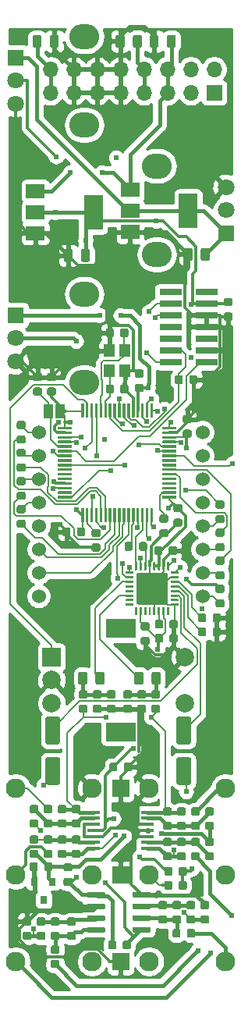
<source format=gbr>
G04 #@! TF.GenerationSoftware,KiCad,Pcbnew,(5.1.5)-3*
G04 #@! TF.CreationDate,2020-03-27T15:51:16+00:00*
G04 #@! TF.ProjectId,wagyu,77616779-752e-46b6-9963-61645f706362,rev?*
G04 #@! TF.SameCoordinates,Original*
G04 #@! TF.FileFunction,Copper,L4,Bot*
G04 #@! TF.FilePolarity,Positive*
%FSLAX46Y46*%
G04 Gerber Fmt 4.6, Leading zero omitted, Abs format (unit mm)*
G04 Created by KiCad (PCBNEW (5.1.5)-3) date 2020-03-27 15:51:16*
%MOMM*%
%LPD*%
G04 APERTURE LIST*
%ADD10C,0.100000*%
%ADD11R,2.000000X2.000000*%
%ADD12C,2.000000*%
%ADD13R,3.200000X2.000000*%
%ADD14R,0.800000X0.900000*%
%ADD15C,1.524000*%
%ADD16O,1.700000X1.700000*%
%ADD17R,1.700000X1.700000*%
%ADD18R,1.200000X1.400000*%
%ADD19R,2.000000X1.500000*%
%ADD20R,2.000000X3.800000*%
%ADD21O,3.240000X2.720000*%
%ADD22C,1.800000*%
%ADD23R,1.800000X1.800000*%
%ADD24R,1.000000X1.500000*%
%ADD25R,2.400000X0.740000*%
%ADD26R,1.450000X0.450000*%
%ADD27C,2.130000*%
%ADD28R,1.830000X1.930000*%
%ADD29C,0.609600*%
%ADD30C,0.304800*%
%ADD31C,0.203200*%
%ADD32C,0.457200*%
%ADD33C,0.254000*%
G04 APERTURE END LIST*
G04 #@! TA.AperFunction,SMDPad,CuDef*
D10*
G36*
X45096691Y-118525053D02*
G01*
X45117926Y-118528203D01*
X45138750Y-118533419D01*
X45158962Y-118540651D01*
X45178368Y-118549830D01*
X45196781Y-118560866D01*
X45214024Y-118573654D01*
X45229930Y-118588070D01*
X45244346Y-118603976D01*
X45257134Y-118621219D01*
X45268170Y-118639632D01*
X45277349Y-118659038D01*
X45284581Y-118679250D01*
X45289797Y-118700074D01*
X45292947Y-118721309D01*
X45294000Y-118742750D01*
X45294000Y-119255250D01*
X45292947Y-119276691D01*
X45289797Y-119297926D01*
X45284581Y-119318750D01*
X45277349Y-119338962D01*
X45268170Y-119358368D01*
X45257134Y-119376781D01*
X45244346Y-119394024D01*
X45229930Y-119409930D01*
X45214024Y-119424346D01*
X45196781Y-119437134D01*
X45178368Y-119448170D01*
X45158962Y-119457349D01*
X45138750Y-119464581D01*
X45117926Y-119469797D01*
X45096691Y-119472947D01*
X45075250Y-119474000D01*
X44637750Y-119474000D01*
X44616309Y-119472947D01*
X44595074Y-119469797D01*
X44574250Y-119464581D01*
X44554038Y-119457349D01*
X44534632Y-119448170D01*
X44516219Y-119437134D01*
X44498976Y-119424346D01*
X44483070Y-119409930D01*
X44468654Y-119394024D01*
X44455866Y-119376781D01*
X44444830Y-119358368D01*
X44435651Y-119338962D01*
X44428419Y-119318750D01*
X44423203Y-119297926D01*
X44420053Y-119276691D01*
X44419000Y-119255250D01*
X44419000Y-118742750D01*
X44420053Y-118721309D01*
X44423203Y-118700074D01*
X44428419Y-118679250D01*
X44435651Y-118659038D01*
X44444830Y-118639632D01*
X44455866Y-118621219D01*
X44468654Y-118603976D01*
X44483070Y-118588070D01*
X44498976Y-118573654D01*
X44516219Y-118560866D01*
X44534632Y-118549830D01*
X44554038Y-118540651D01*
X44574250Y-118533419D01*
X44595074Y-118528203D01*
X44616309Y-118525053D01*
X44637750Y-118524000D01*
X45075250Y-118524000D01*
X45096691Y-118525053D01*
G37*
G04 #@! TD.AperFunction*
G04 #@! TA.AperFunction,SMDPad,CuDef*
G36*
X43521691Y-118525053D02*
G01*
X43542926Y-118528203D01*
X43563750Y-118533419D01*
X43583962Y-118540651D01*
X43603368Y-118549830D01*
X43621781Y-118560866D01*
X43639024Y-118573654D01*
X43654930Y-118588070D01*
X43669346Y-118603976D01*
X43682134Y-118621219D01*
X43693170Y-118639632D01*
X43702349Y-118659038D01*
X43709581Y-118679250D01*
X43714797Y-118700074D01*
X43717947Y-118721309D01*
X43719000Y-118742750D01*
X43719000Y-119255250D01*
X43717947Y-119276691D01*
X43714797Y-119297926D01*
X43709581Y-119318750D01*
X43702349Y-119338962D01*
X43693170Y-119358368D01*
X43682134Y-119376781D01*
X43669346Y-119394024D01*
X43654930Y-119409930D01*
X43639024Y-119424346D01*
X43621781Y-119437134D01*
X43603368Y-119448170D01*
X43583962Y-119457349D01*
X43563750Y-119464581D01*
X43542926Y-119469797D01*
X43521691Y-119472947D01*
X43500250Y-119474000D01*
X43062750Y-119474000D01*
X43041309Y-119472947D01*
X43020074Y-119469797D01*
X42999250Y-119464581D01*
X42979038Y-119457349D01*
X42959632Y-119448170D01*
X42941219Y-119437134D01*
X42923976Y-119424346D01*
X42908070Y-119409930D01*
X42893654Y-119394024D01*
X42880866Y-119376781D01*
X42869830Y-119358368D01*
X42860651Y-119338962D01*
X42853419Y-119318750D01*
X42848203Y-119297926D01*
X42845053Y-119276691D01*
X42844000Y-119255250D01*
X42844000Y-118742750D01*
X42845053Y-118721309D01*
X42848203Y-118700074D01*
X42853419Y-118679250D01*
X42860651Y-118659038D01*
X42869830Y-118639632D01*
X42880866Y-118621219D01*
X42893654Y-118603976D01*
X42908070Y-118588070D01*
X42923976Y-118573654D01*
X42941219Y-118560866D01*
X42959632Y-118549830D01*
X42979038Y-118540651D01*
X42999250Y-118533419D01*
X43020074Y-118528203D01*
X43041309Y-118525053D01*
X43062750Y-118524000D01*
X43500250Y-118524000D01*
X43521691Y-118525053D01*
G37*
G04 #@! TD.AperFunction*
G04 #@! TA.AperFunction,SMDPad,CuDef*
G36*
X43521691Y-117001053D02*
G01*
X43542926Y-117004203D01*
X43563750Y-117009419D01*
X43583962Y-117016651D01*
X43603368Y-117025830D01*
X43621781Y-117036866D01*
X43639024Y-117049654D01*
X43654930Y-117064070D01*
X43669346Y-117079976D01*
X43682134Y-117097219D01*
X43693170Y-117115632D01*
X43702349Y-117135038D01*
X43709581Y-117155250D01*
X43714797Y-117176074D01*
X43717947Y-117197309D01*
X43719000Y-117218750D01*
X43719000Y-117731250D01*
X43717947Y-117752691D01*
X43714797Y-117773926D01*
X43709581Y-117794750D01*
X43702349Y-117814962D01*
X43693170Y-117834368D01*
X43682134Y-117852781D01*
X43669346Y-117870024D01*
X43654930Y-117885930D01*
X43639024Y-117900346D01*
X43621781Y-117913134D01*
X43603368Y-117924170D01*
X43583962Y-117933349D01*
X43563750Y-117940581D01*
X43542926Y-117945797D01*
X43521691Y-117948947D01*
X43500250Y-117950000D01*
X43062750Y-117950000D01*
X43041309Y-117948947D01*
X43020074Y-117945797D01*
X42999250Y-117940581D01*
X42979038Y-117933349D01*
X42959632Y-117924170D01*
X42941219Y-117913134D01*
X42923976Y-117900346D01*
X42908070Y-117885930D01*
X42893654Y-117870024D01*
X42880866Y-117852781D01*
X42869830Y-117834368D01*
X42860651Y-117814962D01*
X42853419Y-117794750D01*
X42848203Y-117773926D01*
X42845053Y-117752691D01*
X42844000Y-117731250D01*
X42844000Y-117218750D01*
X42845053Y-117197309D01*
X42848203Y-117176074D01*
X42853419Y-117155250D01*
X42860651Y-117135038D01*
X42869830Y-117115632D01*
X42880866Y-117097219D01*
X42893654Y-117079976D01*
X42908070Y-117064070D01*
X42923976Y-117049654D01*
X42941219Y-117036866D01*
X42959632Y-117025830D01*
X42979038Y-117016651D01*
X42999250Y-117009419D01*
X43020074Y-117004203D01*
X43041309Y-117001053D01*
X43062750Y-117000000D01*
X43500250Y-117000000D01*
X43521691Y-117001053D01*
G37*
G04 #@! TD.AperFunction*
G04 #@! TA.AperFunction,SMDPad,CuDef*
G36*
X45096691Y-117001053D02*
G01*
X45117926Y-117004203D01*
X45138750Y-117009419D01*
X45158962Y-117016651D01*
X45178368Y-117025830D01*
X45196781Y-117036866D01*
X45214024Y-117049654D01*
X45229930Y-117064070D01*
X45244346Y-117079976D01*
X45257134Y-117097219D01*
X45268170Y-117115632D01*
X45277349Y-117135038D01*
X45284581Y-117155250D01*
X45289797Y-117176074D01*
X45292947Y-117197309D01*
X45294000Y-117218750D01*
X45294000Y-117731250D01*
X45292947Y-117752691D01*
X45289797Y-117773926D01*
X45284581Y-117794750D01*
X45277349Y-117814962D01*
X45268170Y-117834368D01*
X45257134Y-117852781D01*
X45244346Y-117870024D01*
X45229930Y-117885930D01*
X45214024Y-117900346D01*
X45196781Y-117913134D01*
X45178368Y-117924170D01*
X45158962Y-117933349D01*
X45138750Y-117940581D01*
X45117926Y-117945797D01*
X45096691Y-117948947D01*
X45075250Y-117950000D01*
X44637750Y-117950000D01*
X44616309Y-117948947D01*
X44595074Y-117945797D01*
X44574250Y-117940581D01*
X44554038Y-117933349D01*
X44534632Y-117924170D01*
X44516219Y-117913134D01*
X44498976Y-117900346D01*
X44483070Y-117885930D01*
X44468654Y-117870024D01*
X44455866Y-117852781D01*
X44444830Y-117834368D01*
X44435651Y-117814962D01*
X44428419Y-117794750D01*
X44423203Y-117773926D01*
X44420053Y-117752691D01*
X44419000Y-117731250D01*
X44419000Y-117218750D01*
X44420053Y-117197309D01*
X44423203Y-117176074D01*
X44428419Y-117155250D01*
X44435651Y-117135038D01*
X44444830Y-117115632D01*
X44455866Y-117097219D01*
X44468654Y-117079976D01*
X44483070Y-117064070D01*
X44498976Y-117049654D01*
X44516219Y-117036866D01*
X44534632Y-117025830D01*
X44554038Y-117016651D01*
X44574250Y-117009419D01*
X44595074Y-117004203D01*
X44616309Y-117001053D01*
X44637750Y-117000000D01*
X45075250Y-117000000D01*
X45096691Y-117001053D01*
G37*
G04 #@! TD.AperFunction*
D11*
X30607000Y-94234000D03*
D12*
X30607000Y-96734000D03*
X30607000Y-99234000D03*
D13*
X38107000Y-91134000D03*
X38107000Y-102334000D03*
D12*
X45107000Y-94234000D03*
X45107000Y-99234000D03*
D14*
X29722000Y-120595000D03*
X30672000Y-118595000D03*
X28772000Y-118595000D03*
G04 #@! TA.AperFunction,SMDPad,CuDef*
D10*
G36*
X32662691Y-118181553D02*
G01*
X32683926Y-118184703D01*
X32704750Y-118189919D01*
X32724962Y-118197151D01*
X32744368Y-118206330D01*
X32762781Y-118217366D01*
X32780024Y-118230154D01*
X32795930Y-118244570D01*
X32810346Y-118260476D01*
X32823134Y-118277719D01*
X32834170Y-118296132D01*
X32843349Y-118315538D01*
X32850581Y-118335750D01*
X32855797Y-118356574D01*
X32858947Y-118377809D01*
X32860000Y-118399250D01*
X32860000Y-118836750D01*
X32858947Y-118858191D01*
X32855797Y-118879426D01*
X32850581Y-118900250D01*
X32843349Y-118920462D01*
X32834170Y-118939868D01*
X32823134Y-118958281D01*
X32810346Y-118975524D01*
X32795930Y-118991430D01*
X32780024Y-119005846D01*
X32762781Y-119018634D01*
X32744368Y-119029670D01*
X32724962Y-119038849D01*
X32704750Y-119046081D01*
X32683926Y-119051297D01*
X32662691Y-119054447D01*
X32641250Y-119055500D01*
X32128750Y-119055500D01*
X32107309Y-119054447D01*
X32086074Y-119051297D01*
X32065250Y-119046081D01*
X32045038Y-119038849D01*
X32025632Y-119029670D01*
X32007219Y-119018634D01*
X31989976Y-119005846D01*
X31974070Y-118991430D01*
X31959654Y-118975524D01*
X31946866Y-118958281D01*
X31935830Y-118939868D01*
X31926651Y-118920462D01*
X31919419Y-118900250D01*
X31914203Y-118879426D01*
X31911053Y-118858191D01*
X31910000Y-118836750D01*
X31910000Y-118399250D01*
X31911053Y-118377809D01*
X31914203Y-118356574D01*
X31919419Y-118335750D01*
X31926651Y-118315538D01*
X31935830Y-118296132D01*
X31946866Y-118277719D01*
X31959654Y-118260476D01*
X31974070Y-118244570D01*
X31989976Y-118230154D01*
X32007219Y-118217366D01*
X32025632Y-118206330D01*
X32045038Y-118197151D01*
X32065250Y-118189919D01*
X32086074Y-118184703D01*
X32107309Y-118181553D01*
X32128750Y-118180500D01*
X32641250Y-118180500D01*
X32662691Y-118181553D01*
G37*
G04 #@! TD.AperFunction*
G04 #@! TA.AperFunction,SMDPad,CuDef*
G36*
X32662691Y-116606553D02*
G01*
X32683926Y-116609703D01*
X32704750Y-116614919D01*
X32724962Y-116622151D01*
X32744368Y-116631330D01*
X32762781Y-116642366D01*
X32780024Y-116655154D01*
X32795930Y-116669570D01*
X32810346Y-116685476D01*
X32823134Y-116702719D01*
X32834170Y-116721132D01*
X32843349Y-116740538D01*
X32850581Y-116760750D01*
X32855797Y-116781574D01*
X32858947Y-116802809D01*
X32860000Y-116824250D01*
X32860000Y-117261750D01*
X32858947Y-117283191D01*
X32855797Y-117304426D01*
X32850581Y-117325250D01*
X32843349Y-117345462D01*
X32834170Y-117364868D01*
X32823134Y-117383281D01*
X32810346Y-117400524D01*
X32795930Y-117416430D01*
X32780024Y-117430846D01*
X32762781Y-117443634D01*
X32744368Y-117454670D01*
X32724962Y-117463849D01*
X32704750Y-117471081D01*
X32683926Y-117476297D01*
X32662691Y-117479447D01*
X32641250Y-117480500D01*
X32128750Y-117480500D01*
X32107309Y-117479447D01*
X32086074Y-117476297D01*
X32065250Y-117471081D01*
X32045038Y-117463849D01*
X32025632Y-117454670D01*
X32007219Y-117443634D01*
X31989976Y-117430846D01*
X31974070Y-117416430D01*
X31959654Y-117400524D01*
X31946866Y-117383281D01*
X31935830Y-117364868D01*
X31926651Y-117345462D01*
X31919419Y-117325250D01*
X31914203Y-117304426D01*
X31911053Y-117283191D01*
X31910000Y-117261750D01*
X31910000Y-116824250D01*
X31911053Y-116802809D01*
X31914203Y-116781574D01*
X31919419Y-116760750D01*
X31926651Y-116740538D01*
X31935830Y-116721132D01*
X31946866Y-116702719D01*
X31959654Y-116685476D01*
X31974070Y-116669570D01*
X31989976Y-116655154D01*
X32007219Y-116642366D01*
X32025632Y-116631330D01*
X32045038Y-116622151D01*
X32065250Y-116614919D01*
X32086074Y-116609703D01*
X32107309Y-116606553D01*
X32128750Y-116605500D01*
X32641250Y-116605500D01*
X32662691Y-116606553D01*
G37*
G04 #@! TD.AperFunction*
G04 #@! TA.AperFunction,SMDPad,CuDef*
G36*
X30491691Y-116493053D02*
G01*
X30512926Y-116496203D01*
X30533750Y-116501419D01*
X30553962Y-116508651D01*
X30573368Y-116517830D01*
X30591781Y-116528866D01*
X30609024Y-116541654D01*
X30624930Y-116556070D01*
X30639346Y-116571976D01*
X30652134Y-116589219D01*
X30663170Y-116607632D01*
X30672349Y-116627038D01*
X30679581Y-116647250D01*
X30684797Y-116668074D01*
X30687947Y-116689309D01*
X30689000Y-116710750D01*
X30689000Y-117223250D01*
X30687947Y-117244691D01*
X30684797Y-117265926D01*
X30679581Y-117286750D01*
X30672349Y-117306962D01*
X30663170Y-117326368D01*
X30652134Y-117344781D01*
X30639346Y-117362024D01*
X30624930Y-117377930D01*
X30609024Y-117392346D01*
X30591781Y-117405134D01*
X30573368Y-117416170D01*
X30553962Y-117425349D01*
X30533750Y-117432581D01*
X30512926Y-117437797D01*
X30491691Y-117440947D01*
X30470250Y-117442000D01*
X30032750Y-117442000D01*
X30011309Y-117440947D01*
X29990074Y-117437797D01*
X29969250Y-117432581D01*
X29949038Y-117425349D01*
X29929632Y-117416170D01*
X29911219Y-117405134D01*
X29893976Y-117392346D01*
X29878070Y-117377930D01*
X29863654Y-117362024D01*
X29850866Y-117344781D01*
X29839830Y-117326368D01*
X29830651Y-117306962D01*
X29823419Y-117286750D01*
X29818203Y-117265926D01*
X29815053Y-117244691D01*
X29814000Y-117223250D01*
X29814000Y-116710750D01*
X29815053Y-116689309D01*
X29818203Y-116668074D01*
X29823419Y-116647250D01*
X29830651Y-116627038D01*
X29839830Y-116607632D01*
X29850866Y-116589219D01*
X29863654Y-116571976D01*
X29878070Y-116556070D01*
X29893976Y-116541654D01*
X29911219Y-116528866D01*
X29929632Y-116517830D01*
X29949038Y-116508651D01*
X29969250Y-116501419D01*
X29990074Y-116496203D01*
X30011309Y-116493053D01*
X30032750Y-116492000D01*
X30470250Y-116492000D01*
X30491691Y-116493053D01*
G37*
G04 #@! TD.AperFunction*
G04 #@! TA.AperFunction,SMDPad,CuDef*
G36*
X28916691Y-116493053D02*
G01*
X28937926Y-116496203D01*
X28958750Y-116501419D01*
X28978962Y-116508651D01*
X28998368Y-116517830D01*
X29016781Y-116528866D01*
X29034024Y-116541654D01*
X29049930Y-116556070D01*
X29064346Y-116571976D01*
X29077134Y-116589219D01*
X29088170Y-116607632D01*
X29097349Y-116627038D01*
X29104581Y-116647250D01*
X29109797Y-116668074D01*
X29112947Y-116689309D01*
X29114000Y-116710750D01*
X29114000Y-117223250D01*
X29112947Y-117244691D01*
X29109797Y-117265926D01*
X29104581Y-117286750D01*
X29097349Y-117306962D01*
X29088170Y-117326368D01*
X29077134Y-117344781D01*
X29064346Y-117362024D01*
X29049930Y-117377930D01*
X29034024Y-117392346D01*
X29016781Y-117405134D01*
X28998368Y-117416170D01*
X28978962Y-117425349D01*
X28958750Y-117432581D01*
X28937926Y-117437797D01*
X28916691Y-117440947D01*
X28895250Y-117442000D01*
X28457750Y-117442000D01*
X28436309Y-117440947D01*
X28415074Y-117437797D01*
X28394250Y-117432581D01*
X28374038Y-117425349D01*
X28354632Y-117416170D01*
X28336219Y-117405134D01*
X28318976Y-117392346D01*
X28303070Y-117377930D01*
X28288654Y-117362024D01*
X28275866Y-117344781D01*
X28264830Y-117326368D01*
X28255651Y-117306962D01*
X28248419Y-117286750D01*
X28243203Y-117265926D01*
X28240053Y-117244691D01*
X28239000Y-117223250D01*
X28239000Y-116710750D01*
X28240053Y-116689309D01*
X28243203Y-116668074D01*
X28248419Y-116647250D01*
X28255651Y-116627038D01*
X28264830Y-116607632D01*
X28275866Y-116589219D01*
X28288654Y-116571976D01*
X28303070Y-116556070D01*
X28318976Y-116541654D01*
X28336219Y-116528866D01*
X28354632Y-116517830D01*
X28374038Y-116508651D01*
X28394250Y-116501419D01*
X28415074Y-116496203D01*
X28436309Y-116493053D01*
X28457750Y-116492000D01*
X28895250Y-116492000D01*
X28916691Y-116493053D01*
G37*
G04 #@! TD.AperFunction*
G04 #@! TA.AperFunction,SMDPad,CuDef*
G36*
X40778691Y-81758553D02*
G01*
X40799926Y-81761703D01*
X40820750Y-81766919D01*
X40840962Y-81774151D01*
X40860368Y-81783330D01*
X40878781Y-81794366D01*
X40896024Y-81807154D01*
X40911930Y-81821570D01*
X40926346Y-81837476D01*
X40939134Y-81854719D01*
X40950170Y-81873132D01*
X40959349Y-81892538D01*
X40966581Y-81912750D01*
X40971797Y-81933574D01*
X40974947Y-81954809D01*
X40976000Y-81976250D01*
X40976000Y-82488750D01*
X40974947Y-82510191D01*
X40971797Y-82531426D01*
X40966581Y-82552250D01*
X40959349Y-82572462D01*
X40950170Y-82591868D01*
X40939134Y-82610281D01*
X40926346Y-82627524D01*
X40911930Y-82643430D01*
X40896024Y-82657846D01*
X40878781Y-82670634D01*
X40860368Y-82681670D01*
X40840962Y-82690849D01*
X40820750Y-82698081D01*
X40799926Y-82703297D01*
X40778691Y-82706447D01*
X40757250Y-82707500D01*
X40319750Y-82707500D01*
X40298309Y-82706447D01*
X40277074Y-82703297D01*
X40256250Y-82698081D01*
X40236038Y-82690849D01*
X40216632Y-82681670D01*
X40198219Y-82670634D01*
X40180976Y-82657846D01*
X40165070Y-82643430D01*
X40150654Y-82627524D01*
X40137866Y-82610281D01*
X40126830Y-82591868D01*
X40117651Y-82572462D01*
X40110419Y-82552250D01*
X40105203Y-82531426D01*
X40102053Y-82510191D01*
X40101000Y-82488750D01*
X40101000Y-81976250D01*
X40102053Y-81954809D01*
X40105203Y-81933574D01*
X40110419Y-81912750D01*
X40117651Y-81892538D01*
X40126830Y-81873132D01*
X40137866Y-81854719D01*
X40150654Y-81837476D01*
X40165070Y-81821570D01*
X40180976Y-81807154D01*
X40198219Y-81794366D01*
X40216632Y-81783330D01*
X40236038Y-81774151D01*
X40256250Y-81766919D01*
X40277074Y-81761703D01*
X40298309Y-81758553D01*
X40319750Y-81757500D01*
X40757250Y-81757500D01*
X40778691Y-81758553D01*
G37*
G04 #@! TD.AperFunction*
G04 #@! TA.AperFunction,SMDPad,CuDef*
G36*
X39203691Y-81758553D02*
G01*
X39224926Y-81761703D01*
X39245750Y-81766919D01*
X39265962Y-81774151D01*
X39285368Y-81783330D01*
X39303781Y-81794366D01*
X39321024Y-81807154D01*
X39336930Y-81821570D01*
X39351346Y-81837476D01*
X39364134Y-81854719D01*
X39375170Y-81873132D01*
X39384349Y-81892538D01*
X39391581Y-81912750D01*
X39396797Y-81933574D01*
X39399947Y-81954809D01*
X39401000Y-81976250D01*
X39401000Y-82488750D01*
X39399947Y-82510191D01*
X39396797Y-82531426D01*
X39391581Y-82552250D01*
X39384349Y-82572462D01*
X39375170Y-82591868D01*
X39364134Y-82610281D01*
X39351346Y-82627524D01*
X39336930Y-82643430D01*
X39321024Y-82657846D01*
X39303781Y-82670634D01*
X39285368Y-82681670D01*
X39265962Y-82690849D01*
X39245750Y-82698081D01*
X39224926Y-82703297D01*
X39203691Y-82706447D01*
X39182250Y-82707500D01*
X38744750Y-82707500D01*
X38723309Y-82706447D01*
X38702074Y-82703297D01*
X38681250Y-82698081D01*
X38661038Y-82690849D01*
X38641632Y-82681670D01*
X38623219Y-82670634D01*
X38605976Y-82657846D01*
X38590070Y-82643430D01*
X38575654Y-82627524D01*
X38562866Y-82610281D01*
X38551830Y-82591868D01*
X38542651Y-82572462D01*
X38535419Y-82552250D01*
X38530203Y-82531426D01*
X38527053Y-82510191D01*
X38526000Y-82488750D01*
X38526000Y-81976250D01*
X38527053Y-81954809D01*
X38530203Y-81933574D01*
X38535419Y-81912750D01*
X38542651Y-81892538D01*
X38551830Y-81873132D01*
X38562866Y-81854719D01*
X38575654Y-81837476D01*
X38590070Y-81821570D01*
X38605976Y-81807154D01*
X38623219Y-81794366D01*
X38641632Y-81783330D01*
X38661038Y-81774151D01*
X38681250Y-81766919D01*
X38702074Y-81761703D01*
X38723309Y-81758553D01*
X38744750Y-81757500D01*
X39182250Y-81757500D01*
X39203691Y-81758553D01*
G37*
G04 #@! TD.AperFunction*
G04 #@! TA.AperFunction,SMDPad,CuDef*
G36*
X49172691Y-86406053D02*
G01*
X49193926Y-86409203D01*
X49214750Y-86414419D01*
X49234962Y-86421651D01*
X49254368Y-86430830D01*
X49272781Y-86441866D01*
X49290024Y-86454654D01*
X49305930Y-86469070D01*
X49320346Y-86484976D01*
X49333134Y-86502219D01*
X49344170Y-86520632D01*
X49353349Y-86540038D01*
X49360581Y-86560250D01*
X49365797Y-86581074D01*
X49368947Y-86602309D01*
X49370000Y-86623750D01*
X49370000Y-87061250D01*
X49368947Y-87082691D01*
X49365797Y-87103926D01*
X49360581Y-87124750D01*
X49353349Y-87144962D01*
X49344170Y-87164368D01*
X49333134Y-87182781D01*
X49320346Y-87200024D01*
X49305930Y-87215930D01*
X49290024Y-87230346D01*
X49272781Y-87243134D01*
X49254368Y-87254170D01*
X49234962Y-87263349D01*
X49214750Y-87270581D01*
X49193926Y-87275797D01*
X49172691Y-87278947D01*
X49151250Y-87280000D01*
X48638750Y-87280000D01*
X48617309Y-87278947D01*
X48596074Y-87275797D01*
X48575250Y-87270581D01*
X48555038Y-87263349D01*
X48535632Y-87254170D01*
X48517219Y-87243134D01*
X48499976Y-87230346D01*
X48484070Y-87215930D01*
X48469654Y-87200024D01*
X48456866Y-87182781D01*
X48445830Y-87164368D01*
X48436651Y-87144962D01*
X48429419Y-87124750D01*
X48424203Y-87103926D01*
X48421053Y-87082691D01*
X48420000Y-87061250D01*
X48420000Y-86623750D01*
X48421053Y-86602309D01*
X48424203Y-86581074D01*
X48429419Y-86560250D01*
X48436651Y-86540038D01*
X48445830Y-86520632D01*
X48456866Y-86502219D01*
X48469654Y-86484976D01*
X48484070Y-86469070D01*
X48499976Y-86454654D01*
X48517219Y-86441866D01*
X48535632Y-86430830D01*
X48555038Y-86421651D01*
X48575250Y-86414419D01*
X48596074Y-86409203D01*
X48617309Y-86406053D01*
X48638750Y-86405000D01*
X49151250Y-86405000D01*
X49172691Y-86406053D01*
G37*
G04 #@! TD.AperFunction*
G04 #@! TA.AperFunction,SMDPad,CuDef*
G36*
X49172691Y-87981053D02*
G01*
X49193926Y-87984203D01*
X49214750Y-87989419D01*
X49234962Y-87996651D01*
X49254368Y-88005830D01*
X49272781Y-88016866D01*
X49290024Y-88029654D01*
X49305930Y-88044070D01*
X49320346Y-88059976D01*
X49333134Y-88077219D01*
X49344170Y-88095632D01*
X49353349Y-88115038D01*
X49360581Y-88135250D01*
X49365797Y-88156074D01*
X49368947Y-88177309D01*
X49370000Y-88198750D01*
X49370000Y-88636250D01*
X49368947Y-88657691D01*
X49365797Y-88678926D01*
X49360581Y-88699750D01*
X49353349Y-88719962D01*
X49344170Y-88739368D01*
X49333134Y-88757781D01*
X49320346Y-88775024D01*
X49305930Y-88790930D01*
X49290024Y-88805346D01*
X49272781Y-88818134D01*
X49254368Y-88829170D01*
X49234962Y-88838349D01*
X49214750Y-88845581D01*
X49193926Y-88850797D01*
X49172691Y-88853947D01*
X49151250Y-88855000D01*
X48638750Y-88855000D01*
X48617309Y-88853947D01*
X48596074Y-88850797D01*
X48575250Y-88845581D01*
X48555038Y-88838349D01*
X48535632Y-88829170D01*
X48517219Y-88818134D01*
X48499976Y-88805346D01*
X48484070Y-88790930D01*
X48469654Y-88775024D01*
X48456866Y-88757781D01*
X48445830Y-88739368D01*
X48436651Y-88719962D01*
X48429419Y-88699750D01*
X48424203Y-88678926D01*
X48421053Y-88657691D01*
X48420000Y-88636250D01*
X48420000Y-88198750D01*
X48421053Y-88177309D01*
X48424203Y-88156074D01*
X48429419Y-88135250D01*
X48436651Y-88115038D01*
X48445830Y-88095632D01*
X48456866Y-88077219D01*
X48469654Y-88059976D01*
X48484070Y-88044070D01*
X48499976Y-88029654D01*
X48517219Y-88016866D01*
X48535632Y-88005830D01*
X48555038Y-87996651D01*
X48575250Y-87989419D01*
X48596074Y-87984203D01*
X48617309Y-87981053D01*
X48638750Y-87980000D01*
X49151250Y-87980000D01*
X49172691Y-87981053D01*
G37*
G04 #@! TD.AperFunction*
G04 #@! TA.AperFunction,SMDPad,CuDef*
G36*
X49172691Y-83358053D02*
G01*
X49193926Y-83361203D01*
X49214750Y-83366419D01*
X49234962Y-83373651D01*
X49254368Y-83382830D01*
X49272781Y-83393866D01*
X49290024Y-83406654D01*
X49305930Y-83421070D01*
X49320346Y-83436976D01*
X49333134Y-83454219D01*
X49344170Y-83472632D01*
X49353349Y-83492038D01*
X49360581Y-83512250D01*
X49365797Y-83533074D01*
X49368947Y-83554309D01*
X49370000Y-83575750D01*
X49370000Y-84013250D01*
X49368947Y-84034691D01*
X49365797Y-84055926D01*
X49360581Y-84076750D01*
X49353349Y-84096962D01*
X49344170Y-84116368D01*
X49333134Y-84134781D01*
X49320346Y-84152024D01*
X49305930Y-84167930D01*
X49290024Y-84182346D01*
X49272781Y-84195134D01*
X49254368Y-84206170D01*
X49234962Y-84215349D01*
X49214750Y-84222581D01*
X49193926Y-84227797D01*
X49172691Y-84230947D01*
X49151250Y-84232000D01*
X48638750Y-84232000D01*
X48617309Y-84230947D01*
X48596074Y-84227797D01*
X48575250Y-84222581D01*
X48555038Y-84215349D01*
X48535632Y-84206170D01*
X48517219Y-84195134D01*
X48499976Y-84182346D01*
X48484070Y-84167930D01*
X48469654Y-84152024D01*
X48456866Y-84134781D01*
X48445830Y-84116368D01*
X48436651Y-84096962D01*
X48429419Y-84076750D01*
X48424203Y-84055926D01*
X48421053Y-84034691D01*
X48420000Y-84013250D01*
X48420000Y-83575750D01*
X48421053Y-83554309D01*
X48424203Y-83533074D01*
X48429419Y-83512250D01*
X48436651Y-83492038D01*
X48445830Y-83472632D01*
X48456866Y-83454219D01*
X48469654Y-83436976D01*
X48484070Y-83421070D01*
X48499976Y-83406654D01*
X48517219Y-83393866D01*
X48535632Y-83382830D01*
X48555038Y-83373651D01*
X48575250Y-83366419D01*
X48596074Y-83361203D01*
X48617309Y-83358053D01*
X48638750Y-83357000D01*
X49151250Y-83357000D01*
X49172691Y-83358053D01*
G37*
G04 #@! TD.AperFunction*
G04 #@! TA.AperFunction,SMDPad,CuDef*
G36*
X49172691Y-84933053D02*
G01*
X49193926Y-84936203D01*
X49214750Y-84941419D01*
X49234962Y-84948651D01*
X49254368Y-84957830D01*
X49272781Y-84968866D01*
X49290024Y-84981654D01*
X49305930Y-84996070D01*
X49320346Y-85011976D01*
X49333134Y-85029219D01*
X49344170Y-85047632D01*
X49353349Y-85067038D01*
X49360581Y-85087250D01*
X49365797Y-85108074D01*
X49368947Y-85129309D01*
X49370000Y-85150750D01*
X49370000Y-85588250D01*
X49368947Y-85609691D01*
X49365797Y-85630926D01*
X49360581Y-85651750D01*
X49353349Y-85671962D01*
X49344170Y-85691368D01*
X49333134Y-85709781D01*
X49320346Y-85727024D01*
X49305930Y-85742930D01*
X49290024Y-85757346D01*
X49272781Y-85770134D01*
X49254368Y-85781170D01*
X49234962Y-85790349D01*
X49214750Y-85797581D01*
X49193926Y-85802797D01*
X49172691Y-85805947D01*
X49151250Y-85807000D01*
X48638750Y-85807000D01*
X48617309Y-85805947D01*
X48596074Y-85802797D01*
X48575250Y-85797581D01*
X48555038Y-85790349D01*
X48535632Y-85781170D01*
X48517219Y-85770134D01*
X48499976Y-85757346D01*
X48484070Y-85742930D01*
X48469654Y-85727024D01*
X48456866Y-85709781D01*
X48445830Y-85691368D01*
X48436651Y-85671962D01*
X48429419Y-85651750D01*
X48424203Y-85630926D01*
X48421053Y-85609691D01*
X48420000Y-85588250D01*
X48420000Y-85150750D01*
X48421053Y-85129309D01*
X48424203Y-85108074D01*
X48429419Y-85087250D01*
X48436651Y-85067038D01*
X48445830Y-85047632D01*
X48456866Y-85029219D01*
X48469654Y-85011976D01*
X48484070Y-84996070D01*
X48499976Y-84981654D01*
X48517219Y-84968866D01*
X48535632Y-84957830D01*
X48555038Y-84948651D01*
X48575250Y-84941419D01*
X48596074Y-84936203D01*
X48617309Y-84933053D01*
X48638750Y-84932000D01*
X49151250Y-84932000D01*
X49172691Y-84933053D01*
G37*
G04 #@! TD.AperFunction*
G04 #@! TA.AperFunction,SMDPad,CuDef*
G36*
X49172691Y-80310053D02*
G01*
X49193926Y-80313203D01*
X49214750Y-80318419D01*
X49234962Y-80325651D01*
X49254368Y-80334830D01*
X49272781Y-80345866D01*
X49290024Y-80358654D01*
X49305930Y-80373070D01*
X49320346Y-80388976D01*
X49333134Y-80406219D01*
X49344170Y-80424632D01*
X49353349Y-80444038D01*
X49360581Y-80464250D01*
X49365797Y-80485074D01*
X49368947Y-80506309D01*
X49370000Y-80527750D01*
X49370000Y-80965250D01*
X49368947Y-80986691D01*
X49365797Y-81007926D01*
X49360581Y-81028750D01*
X49353349Y-81048962D01*
X49344170Y-81068368D01*
X49333134Y-81086781D01*
X49320346Y-81104024D01*
X49305930Y-81119930D01*
X49290024Y-81134346D01*
X49272781Y-81147134D01*
X49254368Y-81158170D01*
X49234962Y-81167349D01*
X49214750Y-81174581D01*
X49193926Y-81179797D01*
X49172691Y-81182947D01*
X49151250Y-81184000D01*
X48638750Y-81184000D01*
X48617309Y-81182947D01*
X48596074Y-81179797D01*
X48575250Y-81174581D01*
X48555038Y-81167349D01*
X48535632Y-81158170D01*
X48517219Y-81147134D01*
X48499976Y-81134346D01*
X48484070Y-81119930D01*
X48469654Y-81104024D01*
X48456866Y-81086781D01*
X48445830Y-81068368D01*
X48436651Y-81048962D01*
X48429419Y-81028750D01*
X48424203Y-81007926D01*
X48421053Y-80986691D01*
X48420000Y-80965250D01*
X48420000Y-80527750D01*
X48421053Y-80506309D01*
X48424203Y-80485074D01*
X48429419Y-80464250D01*
X48436651Y-80444038D01*
X48445830Y-80424632D01*
X48456866Y-80406219D01*
X48469654Y-80388976D01*
X48484070Y-80373070D01*
X48499976Y-80358654D01*
X48517219Y-80345866D01*
X48535632Y-80334830D01*
X48555038Y-80325651D01*
X48575250Y-80318419D01*
X48596074Y-80313203D01*
X48617309Y-80310053D01*
X48638750Y-80309000D01*
X49151250Y-80309000D01*
X49172691Y-80310053D01*
G37*
G04 #@! TD.AperFunction*
G04 #@! TA.AperFunction,SMDPad,CuDef*
G36*
X49172691Y-81885053D02*
G01*
X49193926Y-81888203D01*
X49214750Y-81893419D01*
X49234962Y-81900651D01*
X49254368Y-81909830D01*
X49272781Y-81920866D01*
X49290024Y-81933654D01*
X49305930Y-81948070D01*
X49320346Y-81963976D01*
X49333134Y-81981219D01*
X49344170Y-81999632D01*
X49353349Y-82019038D01*
X49360581Y-82039250D01*
X49365797Y-82060074D01*
X49368947Y-82081309D01*
X49370000Y-82102750D01*
X49370000Y-82540250D01*
X49368947Y-82561691D01*
X49365797Y-82582926D01*
X49360581Y-82603750D01*
X49353349Y-82623962D01*
X49344170Y-82643368D01*
X49333134Y-82661781D01*
X49320346Y-82679024D01*
X49305930Y-82694930D01*
X49290024Y-82709346D01*
X49272781Y-82722134D01*
X49254368Y-82733170D01*
X49234962Y-82742349D01*
X49214750Y-82749581D01*
X49193926Y-82754797D01*
X49172691Y-82757947D01*
X49151250Y-82759000D01*
X48638750Y-82759000D01*
X48617309Y-82757947D01*
X48596074Y-82754797D01*
X48575250Y-82749581D01*
X48555038Y-82742349D01*
X48535632Y-82733170D01*
X48517219Y-82722134D01*
X48499976Y-82709346D01*
X48484070Y-82694930D01*
X48469654Y-82679024D01*
X48456866Y-82661781D01*
X48445830Y-82643368D01*
X48436651Y-82623962D01*
X48429419Y-82603750D01*
X48424203Y-82582926D01*
X48421053Y-82561691D01*
X48420000Y-82540250D01*
X48420000Y-82102750D01*
X48421053Y-82081309D01*
X48424203Y-82060074D01*
X48429419Y-82039250D01*
X48436651Y-82019038D01*
X48445830Y-81999632D01*
X48456866Y-81981219D01*
X48469654Y-81963976D01*
X48484070Y-81948070D01*
X48499976Y-81933654D01*
X48517219Y-81920866D01*
X48535632Y-81909830D01*
X48555038Y-81900651D01*
X48575250Y-81893419D01*
X48596074Y-81888203D01*
X48617309Y-81885053D01*
X48638750Y-81884000D01*
X49151250Y-81884000D01*
X49172691Y-81885053D01*
G37*
G04 #@! TD.AperFunction*
G04 #@! TA.AperFunction,SMDPad,CuDef*
G36*
X49172691Y-77262053D02*
G01*
X49193926Y-77265203D01*
X49214750Y-77270419D01*
X49234962Y-77277651D01*
X49254368Y-77286830D01*
X49272781Y-77297866D01*
X49290024Y-77310654D01*
X49305930Y-77325070D01*
X49320346Y-77340976D01*
X49333134Y-77358219D01*
X49344170Y-77376632D01*
X49353349Y-77396038D01*
X49360581Y-77416250D01*
X49365797Y-77437074D01*
X49368947Y-77458309D01*
X49370000Y-77479750D01*
X49370000Y-77917250D01*
X49368947Y-77938691D01*
X49365797Y-77959926D01*
X49360581Y-77980750D01*
X49353349Y-78000962D01*
X49344170Y-78020368D01*
X49333134Y-78038781D01*
X49320346Y-78056024D01*
X49305930Y-78071930D01*
X49290024Y-78086346D01*
X49272781Y-78099134D01*
X49254368Y-78110170D01*
X49234962Y-78119349D01*
X49214750Y-78126581D01*
X49193926Y-78131797D01*
X49172691Y-78134947D01*
X49151250Y-78136000D01*
X48638750Y-78136000D01*
X48617309Y-78134947D01*
X48596074Y-78131797D01*
X48575250Y-78126581D01*
X48555038Y-78119349D01*
X48535632Y-78110170D01*
X48517219Y-78099134D01*
X48499976Y-78086346D01*
X48484070Y-78071930D01*
X48469654Y-78056024D01*
X48456866Y-78038781D01*
X48445830Y-78020368D01*
X48436651Y-78000962D01*
X48429419Y-77980750D01*
X48424203Y-77959926D01*
X48421053Y-77938691D01*
X48420000Y-77917250D01*
X48420000Y-77479750D01*
X48421053Y-77458309D01*
X48424203Y-77437074D01*
X48429419Y-77416250D01*
X48436651Y-77396038D01*
X48445830Y-77376632D01*
X48456866Y-77358219D01*
X48469654Y-77340976D01*
X48484070Y-77325070D01*
X48499976Y-77310654D01*
X48517219Y-77297866D01*
X48535632Y-77286830D01*
X48555038Y-77277651D01*
X48575250Y-77270419D01*
X48596074Y-77265203D01*
X48617309Y-77262053D01*
X48638750Y-77261000D01*
X49151250Y-77261000D01*
X49172691Y-77262053D01*
G37*
G04 #@! TD.AperFunction*
G04 #@! TA.AperFunction,SMDPad,CuDef*
G36*
X49172691Y-78837053D02*
G01*
X49193926Y-78840203D01*
X49214750Y-78845419D01*
X49234962Y-78852651D01*
X49254368Y-78861830D01*
X49272781Y-78872866D01*
X49290024Y-78885654D01*
X49305930Y-78900070D01*
X49320346Y-78915976D01*
X49333134Y-78933219D01*
X49344170Y-78951632D01*
X49353349Y-78971038D01*
X49360581Y-78991250D01*
X49365797Y-79012074D01*
X49368947Y-79033309D01*
X49370000Y-79054750D01*
X49370000Y-79492250D01*
X49368947Y-79513691D01*
X49365797Y-79534926D01*
X49360581Y-79555750D01*
X49353349Y-79575962D01*
X49344170Y-79595368D01*
X49333134Y-79613781D01*
X49320346Y-79631024D01*
X49305930Y-79646930D01*
X49290024Y-79661346D01*
X49272781Y-79674134D01*
X49254368Y-79685170D01*
X49234962Y-79694349D01*
X49214750Y-79701581D01*
X49193926Y-79706797D01*
X49172691Y-79709947D01*
X49151250Y-79711000D01*
X48638750Y-79711000D01*
X48617309Y-79709947D01*
X48596074Y-79706797D01*
X48575250Y-79701581D01*
X48555038Y-79694349D01*
X48535632Y-79685170D01*
X48517219Y-79674134D01*
X48499976Y-79661346D01*
X48484070Y-79646930D01*
X48469654Y-79631024D01*
X48456866Y-79613781D01*
X48445830Y-79595368D01*
X48436651Y-79575962D01*
X48429419Y-79555750D01*
X48424203Y-79534926D01*
X48421053Y-79513691D01*
X48420000Y-79492250D01*
X48420000Y-79054750D01*
X48421053Y-79033309D01*
X48424203Y-79012074D01*
X48429419Y-78991250D01*
X48436651Y-78971038D01*
X48445830Y-78951632D01*
X48456866Y-78933219D01*
X48469654Y-78915976D01*
X48484070Y-78900070D01*
X48499976Y-78885654D01*
X48517219Y-78872866D01*
X48535632Y-78861830D01*
X48555038Y-78852651D01*
X48575250Y-78845419D01*
X48596074Y-78840203D01*
X48617309Y-78837053D01*
X48638750Y-78836000D01*
X49151250Y-78836000D01*
X49172691Y-78837053D01*
G37*
G04 #@! TD.AperFunction*
G04 #@! TA.AperFunction,SMDPad,CuDef*
G36*
X27582691Y-79345053D02*
G01*
X27603926Y-79348203D01*
X27624750Y-79353419D01*
X27644962Y-79360651D01*
X27664368Y-79369830D01*
X27682781Y-79380866D01*
X27700024Y-79393654D01*
X27715930Y-79408070D01*
X27730346Y-79423976D01*
X27743134Y-79441219D01*
X27754170Y-79459632D01*
X27763349Y-79479038D01*
X27770581Y-79499250D01*
X27775797Y-79520074D01*
X27778947Y-79541309D01*
X27780000Y-79562750D01*
X27780000Y-80000250D01*
X27778947Y-80021691D01*
X27775797Y-80042926D01*
X27770581Y-80063750D01*
X27763349Y-80083962D01*
X27754170Y-80103368D01*
X27743134Y-80121781D01*
X27730346Y-80139024D01*
X27715930Y-80154930D01*
X27700024Y-80169346D01*
X27682781Y-80182134D01*
X27664368Y-80193170D01*
X27644962Y-80202349D01*
X27624750Y-80209581D01*
X27603926Y-80214797D01*
X27582691Y-80217947D01*
X27561250Y-80219000D01*
X27048750Y-80219000D01*
X27027309Y-80217947D01*
X27006074Y-80214797D01*
X26985250Y-80209581D01*
X26965038Y-80202349D01*
X26945632Y-80193170D01*
X26927219Y-80182134D01*
X26909976Y-80169346D01*
X26894070Y-80154930D01*
X26879654Y-80139024D01*
X26866866Y-80121781D01*
X26855830Y-80103368D01*
X26846651Y-80083962D01*
X26839419Y-80063750D01*
X26834203Y-80042926D01*
X26831053Y-80021691D01*
X26830000Y-80000250D01*
X26830000Y-79562750D01*
X26831053Y-79541309D01*
X26834203Y-79520074D01*
X26839419Y-79499250D01*
X26846651Y-79479038D01*
X26855830Y-79459632D01*
X26866866Y-79441219D01*
X26879654Y-79423976D01*
X26894070Y-79408070D01*
X26909976Y-79393654D01*
X26927219Y-79380866D01*
X26945632Y-79369830D01*
X26965038Y-79360651D01*
X26985250Y-79353419D01*
X27006074Y-79348203D01*
X27027309Y-79345053D01*
X27048750Y-79344000D01*
X27561250Y-79344000D01*
X27582691Y-79345053D01*
G37*
G04 #@! TD.AperFunction*
G04 #@! TA.AperFunction,SMDPad,CuDef*
G36*
X27582691Y-77770053D02*
G01*
X27603926Y-77773203D01*
X27624750Y-77778419D01*
X27644962Y-77785651D01*
X27664368Y-77794830D01*
X27682781Y-77805866D01*
X27700024Y-77818654D01*
X27715930Y-77833070D01*
X27730346Y-77848976D01*
X27743134Y-77866219D01*
X27754170Y-77884632D01*
X27763349Y-77904038D01*
X27770581Y-77924250D01*
X27775797Y-77945074D01*
X27778947Y-77966309D01*
X27780000Y-77987750D01*
X27780000Y-78425250D01*
X27778947Y-78446691D01*
X27775797Y-78467926D01*
X27770581Y-78488750D01*
X27763349Y-78508962D01*
X27754170Y-78528368D01*
X27743134Y-78546781D01*
X27730346Y-78564024D01*
X27715930Y-78579930D01*
X27700024Y-78594346D01*
X27682781Y-78607134D01*
X27664368Y-78618170D01*
X27644962Y-78627349D01*
X27624750Y-78634581D01*
X27603926Y-78639797D01*
X27582691Y-78642947D01*
X27561250Y-78644000D01*
X27048750Y-78644000D01*
X27027309Y-78642947D01*
X27006074Y-78639797D01*
X26985250Y-78634581D01*
X26965038Y-78627349D01*
X26945632Y-78618170D01*
X26927219Y-78607134D01*
X26909976Y-78594346D01*
X26894070Y-78579930D01*
X26879654Y-78564024D01*
X26866866Y-78546781D01*
X26855830Y-78528368D01*
X26846651Y-78508962D01*
X26839419Y-78488750D01*
X26834203Y-78467926D01*
X26831053Y-78446691D01*
X26830000Y-78425250D01*
X26830000Y-77987750D01*
X26831053Y-77966309D01*
X26834203Y-77945074D01*
X26839419Y-77924250D01*
X26846651Y-77904038D01*
X26855830Y-77884632D01*
X26866866Y-77866219D01*
X26879654Y-77848976D01*
X26894070Y-77833070D01*
X26909976Y-77818654D01*
X26927219Y-77805866D01*
X26945632Y-77794830D01*
X26965038Y-77785651D01*
X26985250Y-77778419D01*
X27006074Y-77773203D01*
X27027309Y-77770053D01*
X27048750Y-77769000D01*
X27561250Y-77769000D01*
X27582691Y-77770053D01*
G37*
G04 #@! TD.AperFunction*
G04 #@! TA.AperFunction,SMDPad,CuDef*
G36*
X27582691Y-76297053D02*
G01*
X27603926Y-76300203D01*
X27624750Y-76305419D01*
X27644962Y-76312651D01*
X27664368Y-76321830D01*
X27682781Y-76332866D01*
X27700024Y-76345654D01*
X27715930Y-76360070D01*
X27730346Y-76375976D01*
X27743134Y-76393219D01*
X27754170Y-76411632D01*
X27763349Y-76431038D01*
X27770581Y-76451250D01*
X27775797Y-76472074D01*
X27778947Y-76493309D01*
X27780000Y-76514750D01*
X27780000Y-76952250D01*
X27778947Y-76973691D01*
X27775797Y-76994926D01*
X27770581Y-77015750D01*
X27763349Y-77035962D01*
X27754170Y-77055368D01*
X27743134Y-77073781D01*
X27730346Y-77091024D01*
X27715930Y-77106930D01*
X27700024Y-77121346D01*
X27682781Y-77134134D01*
X27664368Y-77145170D01*
X27644962Y-77154349D01*
X27624750Y-77161581D01*
X27603926Y-77166797D01*
X27582691Y-77169947D01*
X27561250Y-77171000D01*
X27048750Y-77171000D01*
X27027309Y-77169947D01*
X27006074Y-77166797D01*
X26985250Y-77161581D01*
X26965038Y-77154349D01*
X26945632Y-77145170D01*
X26927219Y-77134134D01*
X26909976Y-77121346D01*
X26894070Y-77106930D01*
X26879654Y-77091024D01*
X26866866Y-77073781D01*
X26855830Y-77055368D01*
X26846651Y-77035962D01*
X26839419Y-77015750D01*
X26834203Y-76994926D01*
X26831053Y-76973691D01*
X26830000Y-76952250D01*
X26830000Y-76514750D01*
X26831053Y-76493309D01*
X26834203Y-76472074D01*
X26839419Y-76451250D01*
X26846651Y-76431038D01*
X26855830Y-76411632D01*
X26866866Y-76393219D01*
X26879654Y-76375976D01*
X26894070Y-76360070D01*
X26909976Y-76345654D01*
X26927219Y-76332866D01*
X26945632Y-76321830D01*
X26965038Y-76312651D01*
X26985250Y-76305419D01*
X27006074Y-76300203D01*
X27027309Y-76297053D01*
X27048750Y-76296000D01*
X27561250Y-76296000D01*
X27582691Y-76297053D01*
G37*
G04 #@! TD.AperFunction*
G04 #@! TA.AperFunction,SMDPad,CuDef*
G36*
X27582691Y-74722053D02*
G01*
X27603926Y-74725203D01*
X27624750Y-74730419D01*
X27644962Y-74737651D01*
X27664368Y-74746830D01*
X27682781Y-74757866D01*
X27700024Y-74770654D01*
X27715930Y-74785070D01*
X27730346Y-74800976D01*
X27743134Y-74818219D01*
X27754170Y-74836632D01*
X27763349Y-74856038D01*
X27770581Y-74876250D01*
X27775797Y-74897074D01*
X27778947Y-74918309D01*
X27780000Y-74939750D01*
X27780000Y-75377250D01*
X27778947Y-75398691D01*
X27775797Y-75419926D01*
X27770581Y-75440750D01*
X27763349Y-75460962D01*
X27754170Y-75480368D01*
X27743134Y-75498781D01*
X27730346Y-75516024D01*
X27715930Y-75531930D01*
X27700024Y-75546346D01*
X27682781Y-75559134D01*
X27664368Y-75570170D01*
X27644962Y-75579349D01*
X27624750Y-75586581D01*
X27603926Y-75591797D01*
X27582691Y-75594947D01*
X27561250Y-75596000D01*
X27048750Y-75596000D01*
X27027309Y-75594947D01*
X27006074Y-75591797D01*
X26985250Y-75586581D01*
X26965038Y-75579349D01*
X26945632Y-75570170D01*
X26927219Y-75559134D01*
X26909976Y-75546346D01*
X26894070Y-75531930D01*
X26879654Y-75516024D01*
X26866866Y-75498781D01*
X26855830Y-75480368D01*
X26846651Y-75460962D01*
X26839419Y-75440750D01*
X26834203Y-75419926D01*
X26831053Y-75398691D01*
X26830000Y-75377250D01*
X26830000Y-74939750D01*
X26831053Y-74918309D01*
X26834203Y-74897074D01*
X26839419Y-74876250D01*
X26846651Y-74856038D01*
X26855830Y-74836632D01*
X26866866Y-74818219D01*
X26879654Y-74800976D01*
X26894070Y-74785070D01*
X26909976Y-74770654D01*
X26927219Y-74757866D01*
X26945632Y-74746830D01*
X26965038Y-74737651D01*
X26985250Y-74730419D01*
X27006074Y-74725203D01*
X27027309Y-74722053D01*
X27048750Y-74721000D01*
X27561250Y-74721000D01*
X27582691Y-74722053D01*
G37*
G04 #@! TD.AperFunction*
G04 #@! TA.AperFunction,SMDPad,CuDef*
G36*
X27582691Y-73223553D02*
G01*
X27603926Y-73226703D01*
X27624750Y-73231919D01*
X27644962Y-73239151D01*
X27664368Y-73248330D01*
X27682781Y-73259366D01*
X27700024Y-73272154D01*
X27715930Y-73286570D01*
X27730346Y-73302476D01*
X27743134Y-73319719D01*
X27754170Y-73338132D01*
X27763349Y-73357538D01*
X27770581Y-73377750D01*
X27775797Y-73398574D01*
X27778947Y-73419809D01*
X27780000Y-73441250D01*
X27780000Y-73878750D01*
X27778947Y-73900191D01*
X27775797Y-73921426D01*
X27770581Y-73942250D01*
X27763349Y-73962462D01*
X27754170Y-73981868D01*
X27743134Y-74000281D01*
X27730346Y-74017524D01*
X27715930Y-74033430D01*
X27700024Y-74047846D01*
X27682781Y-74060634D01*
X27664368Y-74071670D01*
X27644962Y-74080849D01*
X27624750Y-74088081D01*
X27603926Y-74093297D01*
X27582691Y-74096447D01*
X27561250Y-74097500D01*
X27048750Y-74097500D01*
X27027309Y-74096447D01*
X27006074Y-74093297D01*
X26985250Y-74088081D01*
X26965038Y-74080849D01*
X26945632Y-74071670D01*
X26927219Y-74060634D01*
X26909976Y-74047846D01*
X26894070Y-74033430D01*
X26879654Y-74017524D01*
X26866866Y-74000281D01*
X26855830Y-73981868D01*
X26846651Y-73962462D01*
X26839419Y-73942250D01*
X26834203Y-73921426D01*
X26831053Y-73900191D01*
X26830000Y-73878750D01*
X26830000Y-73441250D01*
X26831053Y-73419809D01*
X26834203Y-73398574D01*
X26839419Y-73377750D01*
X26846651Y-73357538D01*
X26855830Y-73338132D01*
X26866866Y-73319719D01*
X26879654Y-73302476D01*
X26894070Y-73286570D01*
X26909976Y-73272154D01*
X26927219Y-73259366D01*
X26945632Y-73248330D01*
X26965038Y-73239151D01*
X26985250Y-73231919D01*
X27006074Y-73226703D01*
X27027309Y-73223553D01*
X27048750Y-73222500D01*
X27561250Y-73222500D01*
X27582691Y-73223553D01*
G37*
G04 #@! TD.AperFunction*
G04 #@! TA.AperFunction,SMDPad,CuDef*
G36*
X27582691Y-71648553D02*
G01*
X27603926Y-71651703D01*
X27624750Y-71656919D01*
X27644962Y-71664151D01*
X27664368Y-71673330D01*
X27682781Y-71684366D01*
X27700024Y-71697154D01*
X27715930Y-71711570D01*
X27730346Y-71727476D01*
X27743134Y-71744719D01*
X27754170Y-71763132D01*
X27763349Y-71782538D01*
X27770581Y-71802750D01*
X27775797Y-71823574D01*
X27778947Y-71844809D01*
X27780000Y-71866250D01*
X27780000Y-72303750D01*
X27778947Y-72325191D01*
X27775797Y-72346426D01*
X27770581Y-72367250D01*
X27763349Y-72387462D01*
X27754170Y-72406868D01*
X27743134Y-72425281D01*
X27730346Y-72442524D01*
X27715930Y-72458430D01*
X27700024Y-72472846D01*
X27682781Y-72485634D01*
X27664368Y-72496670D01*
X27644962Y-72505849D01*
X27624750Y-72513081D01*
X27603926Y-72518297D01*
X27582691Y-72521447D01*
X27561250Y-72522500D01*
X27048750Y-72522500D01*
X27027309Y-72521447D01*
X27006074Y-72518297D01*
X26985250Y-72513081D01*
X26965038Y-72505849D01*
X26945632Y-72496670D01*
X26927219Y-72485634D01*
X26909976Y-72472846D01*
X26894070Y-72458430D01*
X26879654Y-72442524D01*
X26866866Y-72425281D01*
X26855830Y-72406868D01*
X26846651Y-72387462D01*
X26839419Y-72367250D01*
X26834203Y-72346426D01*
X26831053Y-72325191D01*
X26830000Y-72303750D01*
X26830000Y-71866250D01*
X26831053Y-71844809D01*
X26834203Y-71823574D01*
X26839419Y-71802750D01*
X26846651Y-71782538D01*
X26855830Y-71763132D01*
X26866866Y-71744719D01*
X26879654Y-71727476D01*
X26894070Y-71711570D01*
X26909976Y-71697154D01*
X26927219Y-71684366D01*
X26945632Y-71673330D01*
X26965038Y-71664151D01*
X26985250Y-71656919D01*
X27006074Y-71651703D01*
X27027309Y-71648553D01*
X27048750Y-71647500D01*
X27561250Y-71647500D01*
X27582691Y-71648553D01*
G37*
G04 #@! TD.AperFunction*
G04 #@! TA.AperFunction,SMDPad,CuDef*
G36*
X27582691Y-70201053D02*
G01*
X27603926Y-70204203D01*
X27624750Y-70209419D01*
X27644962Y-70216651D01*
X27664368Y-70225830D01*
X27682781Y-70236866D01*
X27700024Y-70249654D01*
X27715930Y-70264070D01*
X27730346Y-70279976D01*
X27743134Y-70297219D01*
X27754170Y-70315632D01*
X27763349Y-70335038D01*
X27770581Y-70355250D01*
X27775797Y-70376074D01*
X27778947Y-70397309D01*
X27780000Y-70418750D01*
X27780000Y-70856250D01*
X27778947Y-70877691D01*
X27775797Y-70898926D01*
X27770581Y-70919750D01*
X27763349Y-70939962D01*
X27754170Y-70959368D01*
X27743134Y-70977781D01*
X27730346Y-70995024D01*
X27715930Y-71010930D01*
X27700024Y-71025346D01*
X27682781Y-71038134D01*
X27664368Y-71049170D01*
X27644962Y-71058349D01*
X27624750Y-71065581D01*
X27603926Y-71070797D01*
X27582691Y-71073947D01*
X27561250Y-71075000D01*
X27048750Y-71075000D01*
X27027309Y-71073947D01*
X27006074Y-71070797D01*
X26985250Y-71065581D01*
X26965038Y-71058349D01*
X26945632Y-71049170D01*
X26927219Y-71038134D01*
X26909976Y-71025346D01*
X26894070Y-71010930D01*
X26879654Y-70995024D01*
X26866866Y-70977781D01*
X26855830Y-70959368D01*
X26846651Y-70939962D01*
X26839419Y-70919750D01*
X26834203Y-70898926D01*
X26831053Y-70877691D01*
X26830000Y-70856250D01*
X26830000Y-70418750D01*
X26831053Y-70397309D01*
X26834203Y-70376074D01*
X26839419Y-70355250D01*
X26846651Y-70335038D01*
X26855830Y-70315632D01*
X26866866Y-70297219D01*
X26879654Y-70279976D01*
X26894070Y-70264070D01*
X26909976Y-70249654D01*
X26927219Y-70236866D01*
X26945632Y-70225830D01*
X26965038Y-70216651D01*
X26985250Y-70209419D01*
X27006074Y-70204203D01*
X27027309Y-70201053D01*
X27048750Y-70200000D01*
X27561250Y-70200000D01*
X27582691Y-70201053D01*
G37*
G04 #@! TD.AperFunction*
G04 #@! TA.AperFunction,SMDPad,CuDef*
G36*
X27582691Y-68626053D02*
G01*
X27603926Y-68629203D01*
X27624750Y-68634419D01*
X27644962Y-68641651D01*
X27664368Y-68650830D01*
X27682781Y-68661866D01*
X27700024Y-68674654D01*
X27715930Y-68689070D01*
X27730346Y-68704976D01*
X27743134Y-68722219D01*
X27754170Y-68740632D01*
X27763349Y-68760038D01*
X27770581Y-68780250D01*
X27775797Y-68801074D01*
X27778947Y-68822309D01*
X27780000Y-68843750D01*
X27780000Y-69281250D01*
X27778947Y-69302691D01*
X27775797Y-69323926D01*
X27770581Y-69344750D01*
X27763349Y-69364962D01*
X27754170Y-69384368D01*
X27743134Y-69402781D01*
X27730346Y-69420024D01*
X27715930Y-69435930D01*
X27700024Y-69450346D01*
X27682781Y-69463134D01*
X27664368Y-69474170D01*
X27644962Y-69483349D01*
X27624750Y-69490581D01*
X27603926Y-69495797D01*
X27582691Y-69498947D01*
X27561250Y-69500000D01*
X27048750Y-69500000D01*
X27027309Y-69498947D01*
X27006074Y-69495797D01*
X26985250Y-69490581D01*
X26965038Y-69483349D01*
X26945632Y-69474170D01*
X26927219Y-69463134D01*
X26909976Y-69450346D01*
X26894070Y-69435930D01*
X26879654Y-69420024D01*
X26866866Y-69402781D01*
X26855830Y-69384368D01*
X26846651Y-69364962D01*
X26839419Y-69344750D01*
X26834203Y-69323926D01*
X26831053Y-69302691D01*
X26830000Y-69281250D01*
X26830000Y-68843750D01*
X26831053Y-68822309D01*
X26834203Y-68801074D01*
X26839419Y-68780250D01*
X26846651Y-68760038D01*
X26855830Y-68740632D01*
X26866866Y-68722219D01*
X26879654Y-68704976D01*
X26894070Y-68689070D01*
X26909976Y-68674654D01*
X26927219Y-68661866D01*
X26945632Y-68650830D01*
X26965038Y-68641651D01*
X26985250Y-68634419D01*
X27006074Y-68629203D01*
X27027309Y-68626053D01*
X27048750Y-68625000D01*
X27561250Y-68625000D01*
X27582691Y-68626053D01*
G37*
G04 #@! TD.AperFunction*
G04 #@! TA.AperFunction,SMDPad,CuDef*
G36*
X39139691Y-97836053D02*
G01*
X39160926Y-97839203D01*
X39181750Y-97844419D01*
X39201962Y-97851651D01*
X39221368Y-97860830D01*
X39239781Y-97871866D01*
X39257024Y-97884654D01*
X39272930Y-97899070D01*
X39287346Y-97914976D01*
X39300134Y-97932219D01*
X39311170Y-97950632D01*
X39320349Y-97970038D01*
X39327581Y-97990250D01*
X39332797Y-98011074D01*
X39335947Y-98032309D01*
X39337000Y-98053750D01*
X39337000Y-98491250D01*
X39335947Y-98512691D01*
X39332797Y-98533926D01*
X39327581Y-98554750D01*
X39320349Y-98574962D01*
X39311170Y-98594368D01*
X39300134Y-98612781D01*
X39287346Y-98630024D01*
X39272930Y-98645930D01*
X39257024Y-98660346D01*
X39239781Y-98673134D01*
X39221368Y-98684170D01*
X39201962Y-98693349D01*
X39181750Y-98700581D01*
X39160926Y-98705797D01*
X39139691Y-98708947D01*
X39118250Y-98710000D01*
X38605750Y-98710000D01*
X38584309Y-98708947D01*
X38563074Y-98705797D01*
X38542250Y-98700581D01*
X38522038Y-98693349D01*
X38502632Y-98684170D01*
X38484219Y-98673134D01*
X38466976Y-98660346D01*
X38451070Y-98645930D01*
X38436654Y-98630024D01*
X38423866Y-98612781D01*
X38412830Y-98594368D01*
X38403651Y-98574962D01*
X38396419Y-98554750D01*
X38391203Y-98533926D01*
X38388053Y-98512691D01*
X38387000Y-98491250D01*
X38387000Y-98053750D01*
X38388053Y-98032309D01*
X38391203Y-98011074D01*
X38396419Y-97990250D01*
X38403651Y-97970038D01*
X38412830Y-97950632D01*
X38423866Y-97932219D01*
X38436654Y-97914976D01*
X38451070Y-97899070D01*
X38466976Y-97884654D01*
X38484219Y-97871866D01*
X38502632Y-97860830D01*
X38522038Y-97851651D01*
X38542250Y-97844419D01*
X38563074Y-97839203D01*
X38584309Y-97836053D01*
X38605750Y-97835000D01*
X39118250Y-97835000D01*
X39139691Y-97836053D01*
G37*
G04 #@! TD.AperFunction*
G04 #@! TA.AperFunction,SMDPad,CuDef*
G36*
X39139691Y-99411053D02*
G01*
X39160926Y-99414203D01*
X39181750Y-99419419D01*
X39201962Y-99426651D01*
X39221368Y-99435830D01*
X39239781Y-99446866D01*
X39257024Y-99459654D01*
X39272930Y-99474070D01*
X39287346Y-99489976D01*
X39300134Y-99507219D01*
X39311170Y-99525632D01*
X39320349Y-99545038D01*
X39327581Y-99565250D01*
X39332797Y-99586074D01*
X39335947Y-99607309D01*
X39337000Y-99628750D01*
X39337000Y-100066250D01*
X39335947Y-100087691D01*
X39332797Y-100108926D01*
X39327581Y-100129750D01*
X39320349Y-100149962D01*
X39311170Y-100169368D01*
X39300134Y-100187781D01*
X39287346Y-100205024D01*
X39272930Y-100220930D01*
X39257024Y-100235346D01*
X39239781Y-100248134D01*
X39221368Y-100259170D01*
X39201962Y-100268349D01*
X39181750Y-100275581D01*
X39160926Y-100280797D01*
X39139691Y-100283947D01*
X39118250Y-100285000D01*
X38605750Y-100285000D01*
X38584309Y-100283947D01*
X38563074Y-100280797D01*
X38542250Y-100275581D01*
X38522038Y-100268349D01*
X38502632Y-100259170D01*
X38484219Y-100248134D01*
X38466976Y-100235346D01*
X38451070Y-100220930D01*
X38436654Y-100205024D01*
X38423866Y-100187781D01*
X38412830Y-100169368D01*
X38403651Y-100149962D01*
X38396419Y-100129750D01*
X38391203Y-100108926D01*
X38388053Y-100087691D01*
X38387000Y-100066250D01*
X38387000Y-99628750D01*
X38388053Y-99607309D01*
X38391203Y-99586074D01*
X38396419Y-99565250D01*
X38403651Y-99545038D01*
X38412830Y-99525632D01*
X38423866Y-99507219D01*
X38436654Y-99489976D01*
X38451070Y-99474070D01*
X38466976Y-99459654D01*
X38484219Y-99446866D01*
X38502632Y-99435830D01*
X38522038Y-99426651D01*
X38542250Y-99419419D01*
X38563074Y-99414203D01*
X38584309Y-99411053D01*
X38605750Y-99410000D01*
X39118250Y-99410000D01*
X39139691Y-99411053D01*
G37*
G04 #@! TD.AperFunction*
G04 #@! TA.AperFunction,SMDPad,CuDef*
G36*
X37361691Y-97836053D02*
G01*
X37382926Y-97839203D01*
X37403750Y-97844419D01*
X37423962Y-97851651D01*
X37443368Y-97860830D01*
X37461781Y-97871866D01*
X37479024Y-97884654D01*
X37494930Y-97899070D01*
X37509346Y-97914976D01*
X37522134Y-97932219D01*
X37533170Y-97950632D01*
X37542349Y-97970038D01*
X37549581Y-97990250D01*
X37554797Y-98011074D01*
X37557947Y-98032309D01*
X37559000Y-98053750D01*
X37559000Y-98491250D01*
X37557947Y-98512691D01*
X37554797Y-98533926D01*
X37549581Y-98554750D01*
X37542349Y-98574962D01*
X37533170Y-98594368D01*
X37522134Y-98612781D01*
X37509346Y-98630024D01*
X37494930Y-98645930D01*
X37479024Y-98660346D01*
X37461781Y-98673134D01*
X37443368Y-98684170D01*
X37423962Y-98693349D01*
X37403750Y-98700581D01*
X37382926Y-98705797D01*
X37361691Y-98708947D01*
X37340250Y-98710000D01*
X36827750Y-98710000D01*
X36806309Y-98708947D01*
X36785074Y-98705797D01*
X36764250Y-98700581D01*
X36744038Y-98693349D01*
X36724632Y-98684170D01*
X36706219Y-98673134D01*
X36688976Y-98660346D01*
X36673070Y-98645930D01*
X36658654Y-98630024D01*
X36645866Y-98612781D01*
X36634830Y-98594368D01*
X36625651Y-98574962D01*
X36618419Y-98554750D01*
X36613203Y-98533926D01*
X36610053Y-98512691D01*
X36609000Y-98491250D01*
X36609000Y-98053750D01*
X36610053Y-98032309D01*
X36613203Y-98011074D01*
X36618419Y-97990250D01*
X36625651Y-97970038D01*
X36634830Y-97950632D01*
X36645866Y-97932219D01*
X36658654Y-97914976D01*
X36673070Y-97899070D01*
X36688976Y-97884654D01*
X36706219Y-97871866D01*
X36724632Y-97860830D01*
X36744038Y-97851651D01*
X36764250Y-97844419D01*
X36785074Y-97839203D01*
X36806309Y-97836053D01*
X36827750Y-97835000D01*
X37340250Y-97835000D01*
X37361691Y-97836053D01*
G37*
G04 #@! TD.AperFunction*
G04 #@! TA.AperFunction,SMDPad,CuDef*
G36*
X37361691Y-99411053D02*
G01*
X37382926Y-99414203D01*
X37403750Y-99419419D01*
X37423962Y-99426651D01*
X37443368Y-99435830D01*
X37461781Y-99446866D01*
X37479024Y-99459654D01*
X37494930Y-99474070D01*
X37509346Y-99489976D01*
X37522134Y-99507219D01*
X37533170Y-99525632D01*
X37542349Y-99545038D01*
X37549581Y-99565250D01*
X37554797Y-99586074D01*
X37557947Y-99607309D01*
X37559000Y-99628750D01*
X37559000Y-100066250D01*
X37557947Y-100087691D01*
X37554797Y-100108926D01*
X37549581Y-100129750D01*
X37542349Y-100149962D01*
X37533170Y-100169368D01*
X37522134Y-100187781D01*
X37509346Y-100205024D01*
X37494930Y-100220930D01*
X37479024Y-100235346D01*
X37461781Y-100248134D01*
X37443368Y-100259170D01*
X37423962Y-100268349D01*
X37403750Y-100275581D01*
X37382926Y-100280797D01*
X37361691Y-100283947D01*
X37340250Y-100285000D01*
X36827750Y-100285000D01*
X36806309Y-100283947D01*
X36785074Y-100280797D01*
X36764250Y-100275581D01*
X36744038Y-100268349D01*
X36724632Y-100259170D01*
X36706219Y-100248134D01*
X36688976Y-100235346D01*
X36673070Y-100220930D01*
X36658654Y-100205024D01*
X36645866Y-100187781D01*
X36634830Y-100169368D01*
X36625651Y-100149962D01*
X36618419Y-100129750D01*
X36613203Y-100108926D01*
X36610053Y-100087691D01*
X36609000Y-100066250D01*
X36609000Y-99628750D01*
X36610053Y-99607309D01*
X36613203Y-99586074D01*
X36618419Y-99565250D01*
X36625651Y-99545038D01*
X36634830Y-99525632D01*
X36645866Y-99507219D01*
X36658654Y-99489976D01*
X36673070Y-99474070D01*
X36688976Y-99459654D01*
X36706219Y-99446866D01*
X36724632Y-99435830D01*
X36744038Y-99426651D01*
X36764250Y-99419419D01*
X36785074Y-99414203D01*
X36806309Y-99411053D01*
X36827750Y-99410000D01*
X37340250Y-99410000D01*
X37361691Y-99411053D01*
G37*
G04 #@! TD.AperFunction*
G04 #@! TA.AperFunction,SMDPad,CuDef*
G36*
X42187691Y-99411053D02*
G01*
X42208926Y-99414203D01*
X42229750Y-99419419D01*
X42249962Y-99426651D01*
X42269368Y-99435830D01*
X42287781Y-99446866D01*
X42305024Y-99459654D01*
X42320930Y-99474070D01*
X42335346Y-99489976D01*
X42348134Y-99507219D01*
X42359170Y-99525632D01*
X42368349Y-99545038D01*
X42375581Y-99565250D01*
X42380797Y-99586074D01*
X42383947Y-99607309D01*
X42385000Y-99628750D01*
X42385000Y-100066250D01*
X42383947Y-100087691D01*
X42380797Y-100108926D01*
X42375581Y-100129750D01*
X42368349Y-100149962D01*
X42359170Y-100169368D01*
X42348134Y-100187781D01*
X42335346Y-100205024D01*
X42320930Y-100220930D01*
X42305024Y-100235346D01*
X42287781Y-100248134D01*
X42269368Y-100259170D01*
X42249962Y-100268349D01*
X42229750Y-100275581D01*
X42208926Y-100280797D01*
X42187691Y-100283947D01*
X42166250Y-100285000D01*
X41653750Y-100285000D01*
X41632309Y-100283947D01*
X41611074Y-100280797D01*
X41590250Y-100275581D01*
X41570038Y-100268349D01*
X41550632Y-100259170D01*
X41532219Y-100248134D01*
X41514976Y-100235346D01*
X41499070Y-100220930D01*
X41484654Y-100205024D01*
X41471866Y-100187781D01*
X41460830Y-100169368D01*
X41451651Y-100149962D01*
X41444419Y-100129750D01*
X41439203Y-100108926D01*
X41436053Y-100087691D01*
X41435000Y-100066250D01*
X41435000Y-99628750D01*
X41436053Y-99607309D01*
X41439203Y-99586074D01*
X41444419Y-99565250D01*
X41451651Y-99545038D01*
X41460830Y-99525632D01*
X41471866Y-99507219D01*
X41484654Y-99489976D01*
X41499070Y-99474070D01*
X41514976Y-99459654D01*
X41532219Y-99446866D01*
X41550632Y-99435830D01*
X41570038Y-99426651D01*
X41590250Y-99419419D01*
X41611074Y-99414203D01*
X41632309Y-99411053D01*
X41653750Y-99410000D01*
X42166250Y-99410000D01*
X42187691Y-99411053D01*
G37*
G04 #@! TD.AperFunction*
G04 #@! TA.AperFunction,SMDPad,CuDef*
G36*
X42187691Y-97836053D02*
G01*
X42208926Y-97839203D01*
X42229750Y-97844419D01*
X42249962Y-97851651D01*
X42269368Y-97860830D01*
X42287781Y-97871866D01*
X42305024Y-97884654D01*
X42320930Y-97899070D01*
X42335346Y-97914976D01*
X42348134Y-97932219D01*
X42359170Y-97950632D01*
X42368349Y-97970038D01*
X42375581Y-97990250D01*
X42380797Y-98011074D01*
X42383947Y-98032309D01*
X42385000Y-98053750D01*
X42385000Y-98491250D01*
X42383947Y-98512691D01*
X42380797Y-98533926D01*
X42375581Y-98554750D01*
X42368349Y-98574962D01*
X42359170Y-98594368D01*
X42348134Y-98612781D01*
X42335346Y-98630024D01*
X42320930Y-98645930D01*
X42305024Y-98660346D01*
X42287781Y-98673134D01*
X42269368Y-98684170D01*
X42249962Y-98693349D01*
X42229750Y-98700581D01*
X42208926Y-98705797D01*
X42187691Y-98708947D01*
X42166250Y-98710000D01*
X41653750Y-98710000D01*
X41632309Y-98708947D01*
X41611074Y-98705797D01*
X41590250Y-98700581D01*
X41570038Y-98693349D01*
X41550632Y-98684170D01*
X41532219Y-98673134D01*
X41514976Y-98660346D01*
X41499070Y-98645930D01*
X41484654Y-98630024D01*
X41471866Y-98612781D01*
X41460830Y-98594368D01*
X41451651Y-98574962D01*
X41444419Y-98554750D01*
X41439203Y-98533926D01*
X41436053Y-98512691D01*
X41435000Y-98491250D01*
X41435000Y-98053750D01*
X41436053Y-98032309D01*
X41439203Y-98011074D01*
X41444419Y-97990250D01*
X41451651Y-97970038D01*
X41460830Y-97950632D01*
X41471866Y-97932219D01*
X41484654Y-97914976D01*
X41499070Y-97899070D01*
X41514976Y-97884654D01*
X41532219Y-97871866D01*
X41550632Y-97860830D01*
X41570038Y-97851651D01*
X41590250Y-97844419D01*
X41611074Y-97839203D01*
X41632309Y-97836053D01*
X41653750Y-97835000D01*
X42166250Y-97835000D01*
X42187691Y-97836053D01*
G37*
G04 #@! TD.AperFunction*
G04 #@! TA.AperFunction,SMDPad,CuDef*
G36*
X34313691Y-99411053D02*
G01*
X34334926Y-99414203D01*
X34355750Y-99419419D01*
X34375962Y-99426651D01*
X34395368Y-99435830D01*
X34413781Y-99446866D01*
X34431024Y-99459654D01*
X34446930Y-99474070D01*
X34461346Y-99489976D01*
X34474134Y-99507219D01*
X34485170Y-99525632D01*
X34494349Y-99545038D01*
X34501581Y-99565250D01*
X34506797Y-99586074D01*
X34509947Y-99607309D01*
X34511000Y-99628750D01*
X34511000Y-100066250D01*
X34509947Y-100087691D01*
X34506797Y-100108926D01*
X34501581Y-100129750D01*
X34494349Y-100149962D01*
X34485170Y-100169368D01*
X34474134Y-100187781D01*
X34461346Y-100205024D01*
X34446930Y-100220930D01*
X34431024Y-100235346D01*
X34413781Y-100248134D01*
X34395368Y-100259170D01*
X34375962Y-100268349D01*
X34355750Y-100275581D01*
X34334926Y-100280797D01*
X34313691Y-100283947D01*
X34292250Y-100285000D01*
X33779750Y-100285000D01*
X33758309Y-100283947D01*
X33737074Y-100280797D01*
X33716250Y-100275581D01*
X33696038Y-100268349D01*
X33676632Y-100259170D01*
X33658219Y-100248134D01*
X33640976Y-100235346D01*
X33625070Y-100220930D01*
X33610654Y-100205024D01*
X33597866Y-100187781D01*
X33586830Y-100169368D01*
X33577651Y-100149962D01*
X33570419Y-100129750D01*
X33565203Y-100108926D01*
X33562053Y-100087691D01*
X33561000Y-100066250D01*
X33561000Y-99628750D01*
X33562053Y-99607309D01*
X33565203Y-99586074D01*
X33570419Y-99565250D01*
X33577651Y-99545038D01*
X33586830Y-99525632D01*
X33597866Y-99507219D01*
X33610654Y-99489976D01*
X33625070Y-99474070D01*
X33640976Y-99459654D01*
X33658219Y-99446866D01*
X33676632Y-99435830D01*
X33696038Y-99426651D01*
X33716250Y-99419419D01*
X33737074Y-99414203D01*
X33758309Y-99411053D01*
X33779750Y-99410000D01*
X34292250Y-99410000D01*
X34313691Y-99411053D01*
G37*
G04 #@! TD.AperFunction*
G04 #@! TA.AperFunction,SMDPad,CuDef*
G36*
X34313691Y-97836053D02*
G01*
X34334926Y-97839203D01*
X34355750Y-97844419D01*
X34375962Y-97851651D01*
X34395368Y-97860830D01*
X34413781Y-97871866D01*
X34431024Y-97884654D01*
X34446930Y-97899070D01*
X34461346Y-97914976D01*
X34474134Y-97932219D01*
X34485170Y-97950632D01*
X34494349Y-97970038D01*
X34501581Y-97990250D01*
X34506797Y-98011074D01*
X34509947Y-98032309D01*
X34511000Y-98053750D01*
X34511000Y-98491250D01*
X34509947Y-98512691D01*
X34506797Y-98533926D01*
X34501581Y-98554750D01*
X34494349Y-98574962D01*
X34485170Y-98594368D01*
X34474134Y-98612781D01*
X34461346Y-98630024D01*
X34446930Y-98645930D01*
X34431024Y-98660346D01*
X34413781Y-98673134D01*
X34395368Y-98684170D01*
X34375962Y-98693349D01*
X34355750Y-98700581D01*
X34334926Y-98705797D01*
X34313691Y-98708947D01*
X34292250Y-98710000D01*
X33779750Y-98710000D01*
X33758309Y-98708947D01*
X33737074Y-98705797D01*
X33716250Y-98700581D01*
X33696038Y-98693349D01*
X33676632Y-98684170D01*
X33658219Y-98673134D01*
X33640976Y-98660346D01*
X33625070Y-98645930D01*
X33610654Y-98630024D01*
X33597866Y-98612781D01*
X33586830Y-98594368D01*
X33577651Y-98574962D01*
X33570419Y-98554750D01*
X33565203Y-98533926D01*
X33562053Y-98512691D01*
X33561000Y-98491250D01*
X33561000Y-98053750D01*
X33562053Y-98032309D01*
X33565203Y-98011074D01*
X33570419Y-97990250D01*
X33577651Y-97970038D01*
X33586830Y-97950632D01*
X33597866Y-97932219D01*
X33610654Y-97914976D01*
X33625070Y-97899070D01*
X33640976Y-97884654D01*
X33658219Y-97871866D01*
X33676632Y-97860830D01*
X33696038Y-97851651D01*
X33716250Y-97844419D01*
X33737074Y-97839203D01*
X33758309Y-97836053D01*
X33779750Y-97835000D01*
X34292250Y-97835000D01*
X34313691Y-97836053D01*
G37*
G04 #@! TD.AperFunction*
D15*
X29210000Y-69850000D03*
X29210000Y-72390000D03*
X29210000Y-74930000D03*
X29210000Y-77470000D03*
X29210000Y-80010000D03*
X29210000Y-82550000D03*
X29210000Y-85090000D03*
X29210000Y-87630000D03*
X46990000Y-69850000D03*
X46990000Y-72390000D03*
X46990000Y-74930000D03*
X46990000Y-77470000D03*
X46990000Y-80010000D03*
X46990000Y-82550000D03*
X46990000Y-85090000D03*
X46990000Y-87630000D03*
G04 #@! TA.AperFunction,SMDPad,CuDef*
D10*
G36*
X42226142Y-95821174D02*
G01*
X42249803Y-95824684D01*
X42273007Y-95830496D01*
X42295529Y-95838554D01*
X42317153Y-95848782D01*
X42337670Y-95861079D01*
X42356883Y-95875329D01*
X42374607Y-95891393D01*
X42390671Y-95909117D01*
X42404921Y-95928330D01*
X42417218Y-95948847D01*
X42427446Y-95970471D01*
X42435504Y-95992993D01*
X42441316Y-96016197D01*
X42444826Y-96039858D01*
X42446000Y-96063750D01*
X42446000Y-96976250D01*
X42444826Y-97000142D01*
X42441316Y-97023803D01*
X42435504Y-97047007D01*
X42427446Y-97069529D01*
X42417218Y-97091153D01*
X42404921Y-97111670D01*
X42390671Y-97130883D01*
X42374607Y-97148607D01*
X42356883Y-97164671D01*
X42337670Y-97178921D01*
X42317153Y-97191218D01*
X42295529Y-97201446D01*
X42273007Y-97209504D01*
X42249803Y-97215316D01*
X42226142Y-97218826D01*
X42202250Y-97220000D01*
X41714750Y-97220000D01*
X41690858Y-97218826D01*
X41667197Y-97215316D01*
X41643993Y-97209504D01*
X41621471Y-97201446D01*
X41599847Y-97191218D01*
X41579330Y-97178921D01*
X41560117Y-97164671D01*
X41542393Y-97148607D01*
X41526329Y-97130883D01*
X41512079Y-97111670D01*
X41499782Y-97091153D01*
X41489554Y-97069529D01*
X41481496Y-97047007D01*
X41475684Y-97023803D01*
X41472174Y-97000142D01*
X41471000Y-96976250D01*
X41471000Y-96063750D01*
X41472174Y-96039858D01*
X41475684Y-96016197D01*
X41481496Y-95992993D01*
X41489554Y-95970471D01*
X41499782Y-95948847D01*
X41512079Y-95928330D01*
X41526329Y-95909117D01*
X41542393Y-95891393D01*
X41560117Y-95875329D01*
X41579330Y-95861079D01*
X41599847Y-95848782D01*
X41621471Y-95838554D01*
X41643993Y-95830496D01*
X41667197Y-95824684D01*
X41690858Y-95821174D01*
X41714750Y-95820000D01*
X42202250Y-95820000D01*
X42226142Y-95821174D01*
G37*
G04 #@! TD.AperFunction*
G04 #@! TA.AperFunction,SMDPad,CuDef*
G36*
X40351142Y-95821174D02*
G01*
X40374803Y-95824684D01*
X40398007Y-95830496D01*
X40420529Y-95838554D01*
X40442153Y-95848782D01*
X40462670Y-95861079D01*
X40481883Y-95875329D01*
X40499607Y-95891393D01*
X40515671Y-95909117D01*
X40529921Y-95928330D01*
X40542218Y-95948847D01*
X40552446Y-95970471D01*
X40560504Y-95992993D01*
X40566316Y-96016197D01*
X40569826Y-96039858D01*
X40571000Y-96063750D01*
X40571000Y-96976250D01*
X40569826Y-97000142D01*
X40566316Y-97023803D01*
X40560504Y-97047007D01*
X40552446Y-97069529D01*
X40542218Y-97091153D01*
X40529921Y-97111670D01*
X40515671Y-97130883D01*
X40499607Y-97148607D01*
X40481883Y-97164671D01*
X40462670Y-97178921D01*
X40442153Y-97191218D01*
X40420529Y-97201446D01*
X40398007Y-97209504D01*
X40374803Y-97215316D01*
X40351142Y-97218826D01*
X40327250Y-97220000D01*
X39839750Y-97220000D01*
X39815858Y-97218826D01*
X39792197Y-97215316D01*
X39768993Y-97209504D01*
X39746471Y-97201446D01*
X39724847Y-97191218D01*
X39704330Y-97178921D01*
X39685117Y-97164671D01*
X39667393Y-97148607D01*
X39651329Y-97130883D01*
X39637079Y-97111670D01*
X39624782Y-97091153D01*
X39614554Y-97069529D01*
X39606496Y-97047007D01*
X39600684Y-97023803D01*
X39597174Y-97000142D01*
X39596000Y-96976250D01*
X39596000Y-96063750D01*
X39597174Y-96039858D01*
X39600684Y-96016197D01*
X39606496Y-95992993D01*
X39614554Y-95970471D01*
X39624782Y-95948847D01*
X39637079Y-95928330D01*
X39651329Y-95909117D01*
X39667393Y-95891393D01*
X39685117Y-95875329D01*
X39704330Y-95861079D01*
X39724847Y-95848782D01*
X39746471Y-95838554D01*
X39768993Y-95830496D01*
X39792197Y-95824684D01*
X39815858Y-95821174D01*
X39839750Y-95820000D01*
X40327250Y-95820000D01*
X40351142Y-95821174D01*
G37*
G04 #@! TD.AperFunction*
G04 #@! TA.AperFunction,SMDPad,CuDef*
G36*
X34255142Y-95821174D02*
G01*
X34278803Y-95824684D01*
X34302007Y-95830496D01*
X34324529Y-95838554D01*
X34346153Y-95848782D01*
X34366670Y-95861079D01*
X34385883Y-95875329D01*
X34403607Y-95891393D01*
X34419671Y-95909117D01*
X34433921Y-95928330D01*
X34446218Y-95948847D01*
X34456446Y-95970471D01*
X34464504Y-95992993D01*
X34470316Y-96016197D01*
X34473826Y-96039858D01*
X34475000Y-96063750D01*
X34475000Y-96976250D01*
X34473826Y-97000142D01*
X34470316Y-97023803D01*
X34464504Y-97047007D01*
X34456446Y-97069529D01*
X34446218Y-97091153D01*
X34433921Y-97111670D01*
X34419671Y-97130883D01*
X34403607Y-97148607D01*
X34385883Y-97164671D01*
X34366670Y-97178921D01*
X34346153Y-97191218D01*
X34324529Y-97201446D01*
X34302007Y-97209504D01*
X34278803Y-97215316D01*
X34255142Y-97218826D01*
X34231250Y-97220000D01*
X33743750Y-97220000D01*
X33719858Y-97218826D01*
X33696197Y-97215316D01*
X33672993Y-97209504D01*
X33650471Y-97201446D01*
X33628847Y-97191218D01*
X33608330Y-97178921D01*
X33589117Y-97164671D01*
X33571393Y-97148607D01*
X33555329Y-97130883D01*
X33541079Y-97111670D01*
X33528782Y-97091153D01*
X33518554Y-97069529D01*
X33510496Y-97047007D01*
X33504684Y-97023803D01*
X33501174Y-97000142D01*
X33500000Y-96976250D01*
X33500000Y-96063750D01*
X33501174Y-96039858D01*
X33504684Y-96016197D01*
X33510496Y-95992993D01*
X33518554Y-95970471D01*
X33528782Y-95948847D01*
X33541079Y-95928330D01*
X33555329Y-95909117D01*
X33571393Y-95891393D01*
X33589117Y-95875329D01*
X33608330Y-95861079D01*
X33628847Y-95848782D01*
X33650471Y-95838554D01*
X33672993Y-95830496D01*
X33696197Y-95824684D01*
X33719858Y-95821174D01*
X33743750Y-95820000D01*
X34231250Y-95820000D01*
X34255142Y-95821174D01*
G37*
G04 #@! TD.AperFunction*
G04 #@! TA.AperFunction,SMDPad,CuDef*
G36*
X36130142Y-95821174D02*
G01*
X36153803Y-95824684D01*
X36177007Y-95830496D01*
X36199529Y-95838554D01*
X36221153Y-95848782D01*
X36241670Y-95861079D01*
X36260883Y-95875329D01*
X36278607Y-95891393D01*
X36294671Y-95909117D01*
X36308921Y-95928330D01*
X36321218Y-95948847D01*
X36331446Y-95970471D01*
X36339504Y-95992993D01*
X36345316Y-96016197D01*
X36348826Y-96039858D01*
X36350000Y-96063750D01*
X36350000Y-96976250D01*
X36348826Y-97000142D01*
X36345316Y-97023803D01*
X36339504Y-97047007D01*
X36331446Y-97069529D01*
X36321218Y-97091153D01*
X36308921Y-97111670D01*
X36294671Y-97130883D01*
X36278607Y-97148607D01*
X36260883Y-97164671D01*
X36241670Y-97178921D01*
X36221153Y-97191218D01*
X36199529Y-97201446D01*
X36177007Y-97209504D01*
X36153803Y-97215316D01*
X36130142Y-97218826D01*
X36106250Y-97220000D01*
X35618750Y-97220000D01*
X35594858Y-97218826D01*
X35571197Y-97215316D01*
X35547993Y-97209504D01*
X35525471Y-97201446D01*
X35503847Y-97191218D01*
X35483330Y-97178921D01*
X35464117Y-97164671D01*
X35446393Y-97148607D01*
X35430329Y-97130883D01*
X35416079Y-97111670D01*
X35403782Y-97091153D01*
X35393554Y-97069529D01*
X35385496Y-97047007D01*
X35379684Y-97023803D01*
X35376174Y-97000142D01*
X35375000Y-96976250D01*
X35375000Y-96063750D01*
X35376174Y-96039858D01*
X35379684Y-96016197D01*
X35385496Y-95992993D01*
X35393554Y-95970471D01*
X35403782Y-95948847D01*
X35416079Y-95928330D01*
X35430329Y-95909117D01*
X35446393Y-95891393D01*
X35464117Y-95875329D01*
X35483330Y-95861079D01*
X35503847Y-95848782D01*
X35525471Y-95838554D01*
X35547993Y-95830496D01*
X35571197Y-95824684D01*
X35594858Y-95821174D01*
X35618750Y-95820000D01*
X36106250Y-95820000D01*
X36130142Y-95821174D01*
G37*
G04 #@! TD.AperFunction*
G04 #@! TA.AperFunction,SMDPad,CuDef*
G36*
X40663691Y-97836053D02*
G01*
X40684926Y-97839203D01*
X40705750Y-97844419D01*
X40725962Y-97851651D01*
X40745368Y-97860830D01*
X40763781Y-97871866D01*
X40781024Y-97884654D01*
X40796930Y-97899070D01*
X40811346Y-97914976D01*
X40824134Y-97932219D01*
X40835170Y-97950632D01*
X40844349Y-97970038D01*
X40851581Y-97990250D01*
X40856797Y-98011074D01*
X40859947Y-98032309D01*
X40861000Y-98053750D01*
X40861000Y-98491250D01*
X40859947Y-98512691D01*
X40856797Y-98533926D01*
X40851581Y-98554750D01*
X40844349Y-98574962D01*
X40835170Y-98594368D01*
X40824134Y-98612781D01*
X40811346Y-98630024D01*
X40796930Y-98645930D01*
X40781024Y-98660346D01*
X40763781Y-98673134D01*
X40745368Y-98684170D01*
X40725962Y-98693349D01*
X40705750Y-98700581D01*
X40684926Y-98705797D01*
X40663691Y-98708947D01*
X40642250Y-98710000D01*
X40129750Y-98710000D01*
X40108309Y-98708947D01*
X40087074Y-98705797D01*
X40066250Y-98700581D01*
X40046038Y-98693349D01*
X40026632Y-98684170D01*
X40008219Y-98673134D01*
X39990976Y-98660346D01*
X39975070Y-98645930D01*
X39960654Y-98630024D01*
X39947866Y-98612781D01*
X39936830Y-98594368D01*
X39927651Y-98574962D01*
X39920419Y-98554750D01*
X39915203Y-98533926D01*
X39912053Y-98512691D01*
X39911000Y-98491250D01*
X39911000Y-98053750D01*
X39912053Y-98032309D01*
X39915203Y-98011074D01*
X39920419Y-97990250D01*
X39927651Y-97970038D01*
X39936830Y-97950632D01*
X39947866Y-97932219D01*
X39960654Y-97914976D01*
X39975070Y-97899070D01*
X39990976Y-97884654D01*
X40008219Y-97871866D01*
X40026632Y-97860830D01*
X40046038Y-97851651D01*
X40066250Y-97844419D01*
X40087074Y-97839203D01*
X40108309Y-97836053D01*
X40129750Y-97835000D01*
X40642250Y-97835000D01*
X40663691Y-97836053D01*
G37*
G04 #@! TD.AperFunction*
G04 #@! TA.AperFunction,SMDPad,CuDef*
G36*
X40663691Y-99411053D02*
G01*
X40684926Y-99414203D01*
X40705750Y-99419419D01*
X40725962Y-99426651D01*
X40745368Y-99435830D01*
X40763781Y-99446866D01*
X40781024Y-99459654D01*
X40796930Y-99474070D01*
X40811346Y-99489976D01*
X40824134Y-99507219D01*
X40835170Y-99525632D01*
X40844349Y-99545038D01*
X40851581Y-99565250D01*
X40856797Y-99586074D01*
X40859947Y-99607309D01*
X40861000Y-99628750D01*
X40861000Y-100066250D01*
X40859947Y-100087691D01*
X40856797Y-100108926D01*
X40851581Y-100129750D01*
X40844349Y-100149962D01*
X40835170Y-100169368D01*
X40824134Y-100187781D01*
X40811346Y-100205024D01*
X40796930Y-100220930D01*
X40781024Y-100235346D01*
X40763781Y-100248134D01*
X40745368Y-100259170D01*
X40725962Y-100268349D01*
X40705750Y-100275581D01*
X40684926Y-100280797D01*
X40663691Y-100283947D01*
X40642250Y-100285000D01*
X40129750Y-100285000D01*
X40108309Y-100283947D01*
X40087074Y-100280797D01*
X40066250Y-100275581D01*
X40046038Y-100268349D01*
X40026632Y-100259170D01*
X40008219Y-100248134D01*
X39990976Y-100235346D01*
X39975070Y-100220930D01*
X39960654Y-100205024D01*
X39947866Y-100187781D01*
X39936830Y-100169368D01*
X39927651Y-100149962D01*
X39920419Y-100129750D01*
X39915203Y-100108926D01*
X39912053Y-100087691D01*
X39911000Y-100066250D01*
X39911000Y-99628750D01*
X39912053Y-99607309D01*
X39915203Y-99586074D01*
X39920419Y-99565250D01*
X39927651Y-99545038D01*
X39936830Y-99525632D01*
X39947866Y-99507219D01*
X39960654Y-99489976D01*
X39975070Y-99474070D01*
X39990976Y-99459654D01*
X40008219Y-99446866D01*
X40026632Y-99435830D01*
X40046038Y-99426651D01*
X40066250Y-99419419D01*
X40087074Y-99414203D01*
X40108309Y-99411053D01*
X40129750Y-99410000D01*
X40642250Y-99410000D01*
X40663691Y-99411053D01*
G37*
G04 #@! TD.AperFunction*
G04 #@! TA.AperFunction,SMDPad,CuDef*
G36*
X35837691Y-97836053D02*
G01*
X35858926Y-97839203D01*
X35879750Y-97844419D01*
X35899962Y-97851651D01*
X35919368Y-97860830D01*
X35937781Y-97871866D01*
X35955024Y-97884654D01*
X35970930Y-97899070D01*
X35985346Y-97914976D01*
X35998134Y-97932219D01*
X36009170Y-97950632D01*
X36018349Y-97970038D01*
X36025581Y-97990250D01*
X36030797Y-98011074D01*
X36033947Y-98032309D01*
X36035000Y-98053750D01*
X36035000Y-98491250D01*
X36033947Y-98512691D01*
X36030797Y-98533926D01*
X36025581Y-98554750D01*
X36018349Y-98574962D01*
X36009170Y-98594368D01*
X35998134Y-98612781D01*
X35985346Y-98630024D01*
X35970930Y-98645930D01*
X35955024Y-98660346D01*
X35937781Y-98673134D01*
X35919368Y-98684170D01*
X35899962Y-98693349D01*
X35879750Y-98700581D01*
X35858926Y-98705797D01*
X35837691Y-98708947D01*
X35816250Y-98710000D01*
X35303750Y-98710000D01*
X35282309Y-98708947D01*
X35261074Y-98705797D01*
X35240250Y-98700581D01*
X35220038Y-98693349D01*
X35200632Y-98684170D01*
X35182219Y-98673134D01*
X35164976Y-98660346D01*
X35149070Y-98645930D01*
X35134654Y-98630024D01*
X35121866Y-98612781D01*
X35110830Y-98594368D01*
X35101651Y-98574962D01*
X35094419Y-98554750D01*
X35089203Y-98533926D01*
X35086053Y-98512691D01*
X35085000Y-98491250D01*
X35085000Y-98053750D01*
X35086053Y-98032309D01*
X35089203Y-98011074D01*
X35094419Y-97990250D01*
X35101651Y-97970038D01*
X35110830Y-97950632D01*
X35121866Y-97932219D01*
X35134654Y-97914976D01*
X35149070Y-97899070D01*
X35164976Y-97884654D01*
X35182219Y-97871866D01*
X35200632Y-97860830D01*
X35220038Y-97851651D01*
X35240250Y-97844419D01*
X35261074Y-97839203D01*
X35282309Y-97836053D01*
X35303750Y-97835000D01*
X35816250Y-97835000D01*
X35837691Y-97836053D01*
G37*
G04 #@! TD.AperFunction*
G04 #@! TA.AperFunction,SMDPad,CuDef*
G36*
X35837691Y-99411053D02*
G01*
X35858926Y-99414203D01*
X35879750Y-99419419D01*
X35899962Y-99426651D01*
X35919368Y-99435830D01*
X35937781Y-99446866D01*
X35955024Y-99459654D01*
X35970930Y-99474070D01*
X35985346Y-99489976D01*
X35998134Y-99507219D01*
X36009170Y-99525632D01*
X36018349Y-99545038D01*
X36025581Y-99565250D01*
X36030797Y-99586074D01*
X36033947Y-99607309D01*
X36035000Y-99628750D01*
X36035000Y-100066250D01*
X36033947Y-100087691D01*
X36030797Y-100108926D01*
X36025581Y-100129750D01*
X36018349Y-100149962D01*
X36009170Y-100169368D01*
X35998134Y-100187781D01*
X35985346Y-100205024D01*
X35970930Y-100220930D01*
X35955024Y-100235346D01*
X35937781Y-100248134D01*
X35919368Y-100259170D01*
X35899962Y-100268349D01*
X35879750Y-100275581D01*
X35858926Y-100280797D01*
X35837691Y-100283947D01*
X35816250Y-100285000D01*
X35303750Y-100285000D01*
X35282309Y-100283947D01*
X35261074Y-100280797D01*
X35240250Y-100275581D01*
X35220038Y-100268349D01*
X35200632Y-100259170D01*
X35182219Y-100248134D01*
X35164976Y-100235346D01*
X35149070Y-100220930D01*
X35134654Y-100205024D01*
X35121866Y-100187781D01*
X35110830Y-100169368D01*
X35101651Y-100149962D01*
X35094419Y-100129750D01*
X35089203Y-100108926D01*
X35086053Y-100087691D01*
X35085000Y-100066250D01*
X35085000Y-99628750D01*
X35086053Y-99607309D01*
X35089203Y-99586074D01*
X35094419Y-99565250D01*
X35101651Y-99545038D01*
X35110830Y-99525632D01*
X35121866Y-99507219D01*
X35134654Y-99489976D01*
X35149070Y-99474070D01*
X35164976Y-99459654D01*
X35182219Y-99446866D01*
X35200632Y-99435830D01*
X35220038Y-99426651D01*
X35240250Y-99419419D01*
X35261074Y-99414203D01*
X35282309Y-99411053D01*
X35303750Y-99410000D01*
X35816250Y-99410000D01*
X35837691Y-99411053D01*
G37*
G04 #@! TD.AperFunction*
G04 #@! TA.AperFunction,SMDPad,CuDef*
G36*
X39836626Y-88815301D02*
G01*
X39842693Y-88816201D01*
X39848643Y-88817691D01*
X39854418Y-88819758D01*
X39859962Y-88822380D01*
X39865223Y-88825533D01*
X39870150Y-88829187D01*
X39874694Y-88833306D01*
X39878813Y-88837850D01*
X39882467Y-88842777D01*
X39885620Y-88848038D01*
X39888242Y-88853582D01*
X39890309Y-88859357D01*
X39891799Y-88865307D01*
X39892699Y-88871374D01*
X39893000Y-88877500D01*
X39893000Y-89627500D01*
X39892699Y-89633626D01*
X39891799Y-89639693D01*
X39890309Y-89645643D01*
X39888242Y-89651418D01*
X39885620Y-89656962D01*
X39882467Y-89662223D01*
X39878813Y-89667150D01*
X39874694Y-89671694D01*
X39870150Y-89675813D01*
X39865223Y-89679467D01*
X39859962Y-89682620D01*
X39854418Y-89685242D01*
X39848643Y-89687309D01*
X39842693Y-89688799D01*
X39836626Y-89689699D01*
X39830500Y-89690000D01*
X39705500Y-89690000D01*
X39699374Y-89689699D01*
X39693307Y-89688799D01*
X39687357Y-89687309D01*
X39681582Y-89685242D01*
X39676038Y-89682620D01*
X39670777Y-89679467D01*
X39665850Y-89675813D01*
X39661306Y-89671694D01*
X39657187Y-89667150D01*
X39653533Y-89662223D01*
X39650380Y-89656962D01*
X39647758Y-89651418D01*
X39645691Y-89645643D01*
X39644201Y-89639693D01*
X39643301Y-89633626D01*
X39643000Y-89627500D01*
X39643000Y-88877500D01*
X39643301Y-88871374D01*
X39644201Y-88865307D01*
X39645691Y-88859357D01*
X39647758Y-88853582D01*
X39650380Y-88848038D01*
X39653533Y-88842777D01*
X39657187Y-88837850D01*
X39661306Y-88833306D01*
X39665850Y-88829187D01*
X39670777Y-88825533D01*
X39676038Y-88822380D01*
X39681582Y-88819758D01*
X39687357Y-88817691D01*
X39693307Y-88816201D01*
X39699374Y-88815301D01*
X39705500Y-88815000D01*
X39830500Y-88815000D01*
X39836626Y-88815301D01*
G37*
G04 #@! TD.AperFunction*
G04 #@! TA.AperFunction,SMDPad,CuDef*
G36*
X40336626Y-88815301D02*
G01*
X40342693Y-88816201D01*
X40348643Y-88817691D01*
X40354418Y-88819758D01*
X40359962Y-88822380D01*
X40365223Y-88825533D01*
X40370150Y-88829187D01*
X40374694Y-88833306D01*
X40378813Y-88837850D01*
X40382467Y-88842777D01*
X40385620Y-88848038D01*
X40388242Y-88853582D01*
X40390309Y-88859357D01*
X40391799Y-88865307D01*
X40392699Y-88871374D01*
X40393000Y-88877500D01*
X40393000Y-89627500D01*
X40392699Y-89633626D01*
X40391799Y-89639693D01*
X40390309Y-89645643D01*
X40388242Y-89651418D01*
X40385620Y-89656962D01*
X40382467Y-89662223D01*
X40378813Y-89667150D01*
X40374694Y-89671694D01*
X40370150Y-89675813D01*
X40365223Y-89679467D01*
X40359962Y-89682620D01*
X40354418Y-89685242D01*
X40348643Y-89687309D01*
X40342693Y-89688799D01*
X40336626Y-89689699D01*
X40330500Y-89690000D01*
X40205500Y-89690000D01*
X40199374Y-89689699D01*
X40193307Y-89688799D01*
X40187357Y-89687309D01*
X40181582Y-89685242D01*
X40176038Y-89682620D01*
X40170777Y-89679467D01*
X40165850Y-89675813D01*
X40161306Y-89671694D01*
X40157187Y-89667150D01*
X40153533Y-89662223D01*
X40150380Y-89656962D01*
X40147758Y-89651418D01*
X40145691Y-89645643D01*
X40144201Y-89639693D01*
X40143301Y-89633626D01*
X40143000Y-89627500D01*
X40143000Y-88877500D01*
X40143301Y-88871374D01*
X40144201Y-88865307D01*
X40145691Y-88859357D01*
X40147758Y-88853582D01*
X40150380Y-88848038D01*
X40153533Y-88842777D01*
X40157187Y-88837850D01*
X40161306Y-88833306D01*
X40165850Y-88829187D01*
X40170777Y-88825533D01*
X40176038Y-88822380D01*
X40181582Y-88819758D01*
X40187357Y-88817691D01*
X40193307Y-88816201D01*
X40199374Y-88815301D01*
X40205500Y-88815000D01*
X40330500Y-88815000D01*
X40336626Y-88815301D01*
G37*
G04 #@! TD.AperFunction*
G04 #@! TA.AperFunction,SMDPad,CuDef*
G36*
X40836626Y-88815301D02*
G01*
X40842693Y-88816201D01*
X40848643Y-88817691D01*
X40854418Y-88819758D01*
X40859962Y-88822380D01*
X40865223Y-88825533D01*
X40870150Y-88829187D01*
X40874694Y-88833306D01*
X40878813Y-88837850D01*
X40882467Y-88842777D01*
X40885620Y-88848038D01*
X40888242Y-88853582D01*
X40890309Y-88859357D01*
X40891799Y-88865307D01*
X40892699Y-88871374D01*
X40893000Y-88877500D01*
X40893000Y-89627500D01*
X40892699Y-89633626D01*
X40891799Y-89639693D01*
X40890309Y-89645643D01*
X40888242Y-89651418D01*
X40885620Y-89656962D01*
X40882467Y-89662223D01*
X40878813Y-89667150D01*
X40874694Y-89671694D01*
X40870150Y-89675813D01*
X40865223Y-89679467D01*
X40859962Y-89682620D01*
X40854418Y-89685242D01*
X40848643Y-89687309D01*
X40842693Y-89688799D01*
X40836626Y-89689699D01*
X40830500Y-89690000D01*
X40705500Y-89690000D01*
X40699374Y-89689699D01*
X40693307Y-89688799D01*
X40687357Y-89687309D01*
X40681582Y-89685242D01*
X40676038Y-89682620D01*
X40670777Y-89679467D01*
X40665850Y-89675813D01*
X40661306Y-89671694D01*
X40657187Y-89667150D01*
X40653533Y-89662223D01*
X40650380Y-89656962D01*
X40647758Y-89651418D01*
X40645691Y-89645643D01*
X40644201Y-89639693D01*
X40643301Y-89633626D01*
X40643000Y-89627500D01*
X40643000Y-88877500D01*
X40643301Y-88871374D01*
X40644201Y-88865307D01*
X40645691Y-88859357D01*
X40647758Y-88853582D01*
X40650380Y-88848038D01*
X40653533Y-88842777D01*
X40657187Y-88837850D01*
X40661306Y-88833306D01*
X40665850Y-88829187D01*
X40670777Y-88825533D01*
X40676038Y-88822380D01*
X40681582Y-88819758D01*
X40687357Y-88817691D01*
X40693307Y-88816201D01*
X40699374Y-88815301D01*
X40705500Y-88815000D01*
X40830500Y-88815000D01*
X40836626Y-88815301D01*
G37*
G04 #@! TD.AperFunction*
G04 #@! TA.AperFunction,SMDPad,CuDef*
G36*
X41336626Y-88815301D02*
G01*
X41342693Y-88816201D01*
X41348643Y-88817691D01*
X41354418Y-88819758D01*
X41359962Y-88822380D01*
X41365223Y-88825533D01*
X41370150Y-88829187D01*
X41374694Y-88833306D01*
X41378813Y-88837850D01*
X41382467Y-88842777D01*
X41385620Y-88848038D01*
X41388242Y-88853582D01*
X41390309Y-88859357D01*
X41391799Y-88865307D01*
X41392699Y-88871374D01*
X41393000Y-88877500D01*
X41393000Y-89627500D01*
X41392699Y-89633626D01*
X41391799Y-89639693D01*
X41390309Y-89645643D01*
X41388242Y-89651418D01*
X41385620Y-89656962D01*
X41382467Y-89662223D01*
X41378813Y-89667150D01*
X41374694Y-89671694D01*
X41370150Y-89675813D01*
X41365223Y-89679467D01*
X41359962Y-89682620D01*
X41354418Y-89685242D01*
X41348643Y-89687309D01*
X41342693Y-89688799D01*
X41336626Y-89689699D01*
X41330500Y-89690000D01*
X41205500Y-89690000D01*
X41199374Y-89689699D01*
X41193307Y-89688799D01*
X41187357Y-89687309D01*
X41181582Y-89685242D01*
X41176038Y-89682620D01*
X41170777Y-89679467D01*
X41165850Y-89675813D01*
X41161306Y-89671694D01*
X41157187Y-89667150D01*
X41153533Y-89662223D01*
X41150380Y-89656962D01*
X41147758Y-89651418D01*
X41145691Y-89645643D01*
X41144201Y-89639693D01*
X41143301Y-89633626D01*
X41143000Y-89627500D01*
X41143000Y-88877500D01*
X41143301Y-88871374D01*
X41144201Y-88865307D01*
X41145691Y-88859357D01*
X41147758Y-88853582D01*
X41150380Y-88848038D01*
X41153533Y-88842777D01*
X41157187Y-88837850D01*
X41161306Y-88833306D01*
X41165850Y-88829187D01*
X41170777Y-88825533D01*
X41176038Y-88822380D01*
X41181582Y-88819758D01*
X41187357Y-88817691D01*
X41193307Y-88816201D01*
X41199374Y-88815301D01*
X41205500Y-88815000D01*
X41330500Y-88815000D01*
X41336626Y-88815301D01*
G37*
G04 #@! TD.AperFunction*
G04 #@! TA.AperFunction,SMDPad,CuDef*
G36*
X41836626Y-88815301D02*
G01*
X41842693Y-88816201D01*
X41848643Y-88817691D01*
X41854418Y-88819758D01*
X41859962Y-88822380D01*
X41865223Y-88825533D01*
X41870150Y-88829187D01*
X41874694Y-88833306D01*
X41878813Y-88837850D01*
X41882467Y-88842777D01*
X41885620Y-88848038D01*
X41888242Y-88853582D01*
X41890309Y-88859357D01*
X41891799Y-88865307D01*
X41892699Y-88871374D01*
X41893000Y-88877500D01*
X41893000Y-89627500D01*
X41892699Y-89633626D01*
X41891799Y-89639693D01*
X41890309Y-89645643D01*
X41888242Y-89651418D01*
X41885620Y-89656962D01*
X41882467Y-89662223D01*
X41878813Y-89667150D01*
X41874694Y-89671694D01*
X41870150Y-89675813D01*
X41865223Y-89679467D01*
X41859962Y-89682620D01*
X41854418Y-89685242D01*
X41848643Y-89687309D01*
X41842693Y-89688799D01*
X41836626Y-89689699D01*
X41830500Y-89690000D01*
X41705500Y-89690000D01*
X41699374Y-89689699D01*
X41693307Y-89688799D01*
X41687357Y-89687309D01*
X41681582Y-89685242D01*
X41676038Y-89682620D01*
X41670777Y-89679467D01*
X41665850Y-89675813D01*
X41661306Y-89671694D01*
X41657187Y-89667150D01*
X41653533Y-89662223D01*
X41650380Y-89656962D01*
X41647758Y-89651418D01*
X41645691Y-89645643D01*
X41644201Y-89639693D01*
X41643301Y-89633626D01*
X41643000Y-89627500D01*
X41643000Y-88877500D01*
X41643301Y-88871374D01*
X41644201Y-88865307D01*
X41645691Y-88859357D01*
X41647758Y-88853582D01*
X41650380Y-88848038D01*
X41653533Y-88842777D01*
X41657187Y-88837850D01*
X41661306Y-88833306D01*
X41665850Y-88829187D01*
X41670777Y-88825533D01*
X41676038Y-88822380D01*
X41681582Y-88819758D01*
X41687357Y-88817691D01*
X41693307Y-88816201D01*
X41699374Y-88815301D01*
X41705500Y-88815000D01*
X41830500Y-88815000D01*
X41836626Y-88815301D01*
G37*
G04 #@! TD.AperFunction*
G04 #@! TA.AperFunction,SMDPad,CuDef*
G36*
X42336626Y-88815301D02*
G01*
X42342693Y-88816201D01*
X42348643Y-88817691D01*
X42354418Y-88819758D01*
X42359962Y-88822380D01*
X42365223Y-88825533D01*
X42370150Y-88829187D01*
X42374694Y-88833306D01*
X42378813Y-88837850D01*
X42382467Y-88842777D01*
X42385620Y-88848038D01*
X42388242Y-88853582D01*
X42390309Y-88859357D01*
X42391799Y-88865307D01*
X42392699Y-88871374D01*
X42393000Y-88877500D01*
X42393000Y-89627500D01*
X42392699Y-89633626D01*
X42391799Y-89639693D01*
X42390309Y-89645643D01*
X42388242Y-89651418D01*
X42385620Y-89656962D01*
X42382467Y-89662223D01*
X42378813Y-89667150D01*
X42374694Y-89671694D01*
X42370150Y-89675813D01*
X42365223Y-89679467D01*
X42359962Y-89682620D01*
X42354418Y-89685242D01*
X42348643Y-89687309D01*
X42342693Y-89688799D01*
X42336626Y-89689699D01*
X42330500Y-89690000D01*
X42205500Y-89690000D01*
X42199374Y-89689699D01*
X42193307Y-89688799D01*
X42187357Y-89687309D01*
X42181582Y-89685242D01*
X42176038Y-89682620D01*
X42170777Y-89679467D01*
X42165850Y-89675813D01*
X42161306Y-89671694D01*
X42157187Y-89667150D01*
X42153533Y-89662223D01*
X42150380Y-89656962D01*
X42147758Y-89651418D01*
X42145691Y-89645643D01*
X42144201Y-89639693D01*
X42143301Y-89633626D01*
X42143000Y-89627500D01*
X42143000Y-88877500D01*
X42143301Y-88871374D01*
X42144201Y-88865307D01*
X42145691Y-88859357D01*
X42147758Y-88853582D01*
X42150380Y-88848038D01*
X42153533Y-88842777D01*
X42157187Y-88837850D01*
X42161306Y-88833306D01*
X42165850Y-88829187D01*
X42170777Y-88825533D01*
X42176038Y-88822380D01*
X42181582Y-88819758D01*
X42187357Y-88817691D01*
X42193307Y-88816201D01*
X42199374Y-88815301D01*
X42205500Y-88815000D01*
X42330500Y-88815000D01*
X42336626Y-88815301D01*
G37*
G04 #@! TD.AperFunction*
G04 #@! TA.AperFunction,SMDPad,CuDef*
G36*
X42836626Y-88815301D02*
G01*
X42842693Y-88816201D01*
X42848643Y-88817691D01*
X42854418Y-88819758D01*
X42859962Y-88822380D01*
X42865223Y-88825533D01*
X42870150Y-88829187D01*
X42874694Y-88833306D01*
X42878813Y-88837850D01*
X42882467Y-88842777D01*
X42885620Y-88848038D01*
X42888242Y-88853582D01*
X42890309Y-88859357D01*
X42891799Y-88865307D01*
X42892699Y-88871374D01*
X42893000Y-88877500D01*
X42893000Y-89627500D01*
X42892699Y-89633626D01*
X42891799Y-89639693D01*
X42890309Y-89645643D01*
X42888242Y-89651418D01*
X42885620Y-89656962D01*
X42882467Y-89662223D01*
X42878813Y-89667150D01*
X42874694Y-89671694D01*
X42870150Y-89675813D01*
X42865223Y-89679467D01*
X42859962Y-89682620D01*
X42854418Y-89685242D01*
X42848643Y-89687309D01*
X42842693Y-89688799D01*
X42836626Y-89689699D01*
X42830500Y-89690000D01*
X42705500Y-89690000D01*
X42699374Y-89689699D01*
X42693307Y-89688799D01*
X42687357Y-89687309D01*
X42681582Y-89685242D01*
X42676038Y-89682620D01*
X42670777Y-89679467D01*
X42665850Y-89675813D01*
X42661306Y-89671694D01*
X42657187Y-89667150D01*
X42653533Y-89662223D01*
X42650380Y-89656962D01*
X42647758Y-89651418D01*
X42645691Y-89645643D01*
X42644201Y-89639693D01*
X42643301Y-89633626D01*
X42643000Y-89627500D01*
X42643000Y-88877500D01*
X42643301Y-88871374D01*
X42644201Y-88865307D01*
X42645691Y-88859357D01*
X42647758Y-88853582D01*
X42650380Y-88848038D01*
X42653533Y-88842777D01*
X42657187Y-88837850D01*
X42661306Y-88833306D01*
X42665850Y-88829187D01*
X42670777Y-88825533D01*
X42676038Y-88822380D01*
X42681582Y-88819758D01*
X42687357Y-88817691D01*
X42693307Y-88816201D01*
X42699374Y-88815301D01*
X42705500Y-88815000D01*
X42830500Y-88815000D01*
X42836626Y-88815301D01*
G37*
G04 #@! TD.AperFunction*
G04 #@! TA.AperFunction,SMDPad,CuDef*
G36*
X43336626Y-88815301D02*
G01*
X43342693Y-88816201D01*
X43348643Y-88817691D01*
X43354418Y-88819758D01*
X43359962Y-88822380D01*
X43365223Y-88825533D01*
X43370150Y-88829187D01*
X43374694Y-88833306D01*
X43378813Y-88837850D01*
X43382467Y-88842777D01*
X43385620Y-88848038D01*
X43388242Y-88853582D01*
X43390309Y-88859357D01*
X43391799Y-88865307D01*
X43392699Y-88871374D01*
X43393000Y-88877500D01*
X43393000Y-89627500D01*
X43392699Y-89633626D01*
X43391799Y-89639693D01*
X43390309Y-89645643D01*
X43388242Y-89651418D01*
X43385620Y-89656962D01*
X43382467Y-89662223D01*
X43378813Y-89667150D01*
X43374694Y-89671694D01*
X43370150Y-89675813D01*
X43365223Y-89679467D01*
X43359962Y-89682620D01*
X43354418Y-89685242D01*
X43348643Y-89687309D01*
X43342693Y-89688799D01*
X43336626Y-89689699D01*
X43330500Y-89690000D01*
X43205500Y-89690000D01*
X43199374Y-89689699D01*
X43193307Y-89688799D01*
X43187357Y-89687309D01*
X43181582Y-89685242D01*
X43176038Y-89682620D01*
X43170777Y-89679467D01*
X43165850Y-89675813D01*
X43161306Y-89671694D01*
X43157187Y-89667150D01*
X43153533Y-89662223D01*
X43150380Y-89656962D01*
X43147758Y-89651418D01*
X43145691Y-89645643D01*
X43144201Y-89639693D01*
X43143301Y-89633626D01*
X43143000Y-89627500D01*
X43143000Y-88877500D01*
X43143301Y-88871374D01*
X43144201Y-88865307D01*
X43145691Y-88859357D01*
X43147758Y-88853582D01*
X43150380Y-88848038D01*
X43153533Y-88842777D01*
X43157187Y-88837850D01*
X43161306Y-88833306D01*
X43165850Y-88829187D01*
X43170777Y-88825533D01*
X43176038Y-88822380D01*
X43181582Y-88819758D01*
X43187357Y-88817691D01*
X43193307Y-88816201D01*
X43199374Y-88815301D01*
X43205500Y-88815000D01*
X43330500Y-88815000D01*
X43336626Y-88815301D01*
G37*
G04 #@! TD.AperFunction*
G04 #@! TA.AperFunction,SMDPad,CuDef*
G36*
X44336626Y-88440301D02*
G01*
X44342693Y-88441201D01*
X44348643Y-88442691D01*
X44354418Y-88444758D01*
X44359962Y-88447380D01*
X44365223Y-88450533D01*
X44370150Y-88454187D01*
X44374694Y-88458306D01*
X44378813Y-88462850D01*
X44382467Y-88467777D01*
X44385620Y-88473038D01*
X44388242Y-88478582D01*
X44390309Y-88484357D01*
X44391799Y-88490307D01*
X44392699Y-88496374D01*
X44393000Y-88502500D01*
X44393000Y-88627500D01*
X44392699Y-88633626D01*
X44391799Y-88639693D01*
X44390309Y-88645643D01*
X44388242Y-88651418D01*
X44385620Y-88656962D01*
X44382467Y-88662223D01*
X44378813Y-88667150D01*
X44374694Y-88671694D01*
X44370150Y-88675813D01*
X44365223Y-88679467D01*
X44359962Y-88682620D01*
X44354418Y-88685242D01*
X44348643Y-88687309D01*
X44342693Y-88688799D01*
X44336626Y-88689699D01*
X44330500Y-88690000D01*
X43580500Y-88690000D01*
X43574374Y-88689699D01*
X43568307Y-88688799D01*
X43562357Y-88687309D01*
X43556582Y-88685242D01*
X43551038Y-88682620D01*
X43545777Y-88679467D01*
X43540850Y-88675813D01*
X43536306Y-88671694D01*
X43532187Y-88667150D01*
X43528533Y-88662223D01*
X43525380Y-88656962D01*
X43522758Y-88651418D01*
X43520691Y-88645643D01*
X43519201Y-88639693D01*
X43518301Y-88633626D01*
X43518000Y-88627500D01*
X43518000Y-88502500D01*
X43518301Y-88496374D01*
X43519201Y-88490307D01*
X43520691Y-88484357D01*
X43522758Y-88478582D01*
X43525380Y-88473038D01*
X43528533Y-88467777D01*
X43532187Y-88462850D01*
X43536306Y-88458306D01*
X43540850Y-88454187D01*
X43545777Y-88450533D01*
X43551038Y-88447380D01*
X43556582Y-88444758D01*
X43562357Y-88442691D01*
X43568307Y-88441201D01*
X43574374Y-88440301D01*
X43580500Y-88440000D01*
X44330500Y-88440000D01*
X44336626Y-88440301D01*
G37*
G04 #@! TD.AperFunction*
G04 #@! TA.AperFunction,SMDPad,CuDef*
G36*
X44336626Y-87940301D02*
G01*
X44342693Y-87941201D01*
X44348643Y-87942691D01*
X44354418Y-87944758D01*
X44359962Y-87947380D01*
X44365223Y-87950533D01*
X44370150Y-87954187D01*
X44374694Y-87958306D01*
X44378813Y-87962850D01*
X44382467Y-87967777D01*
X44385620Y-87973038D01*
X44388242Y-87978582D01*
X44390309Y-87984357D01*
X44391799Y-87990307D01*
X44392699Y-87996374D01*
X44393000Y-88002500D01*
X44393000Y-88127500D01*
X44392699Y-88133626D01*
X44391799Y-88139693D01*
X44390309Y-88145643D01*
X44388242Y-88151418D01*
X44385620Y-88156962D01*
X44382467Y-88162223D01*
X44378813Y-88167150D01*
X44374694Y-88171694D01*
X44370150Y-88175813D01*
X44365223Y-88179467D01*
X44359962Y-88182620D01*
X44354418Y-88185242D01*
X44348643Y-88187309D01*
X44342693Y-88188799D01*
X44336626Y-88189699D01*
X44330500Y-88190000D01*
X43580500Y-88190000D01*
X43574374Y-88189699D01*
X43568307Y-88188799D01*
X43562357Y-88187309D01*
X43556582Y-88185242D01*
X43551038Y-88182620D01*
X43545777Y-88179467D01*
X43540850Y-88175813D01*
X43536306Y-88171694D01*
X43532187Y-88167150D01*
X43528533Y-88162223D01*
X43525380Y-88156962D01*
X43522758Y-88151418D01*
X43520691Y-88145643D01*
X43519201Y-88139693D01*
X43518301Y-88133626D01*
X43518000Y-88127500D01*
X43518000Y-88002500D01*
X43518301Y-87996374D01*
X43519201Y-87990307D01*
X43520691Y-87984357D01*
X43522758Y-87978582D01*
X43525380Y-87973038D01*
X43528533Y-87967777D01*
X43532187Y-87962850D01*
X43536306Y-87958306D01*
X43540850Y-87954187D01*
X43545777Y-87950533D01*
X43551038Y-87947380D01*
X43556582Y-87944758D01*
X43562357Y-87942691D01*
X43568307Y-87941201D01*
X43574374Y-87940301D01*
X43580500Y-87940000D01*
X44330500Y-87940000D01*
X44336626Y-87940301D01*
G37*
G04 #@! TD.AperFunction*
G04 #@! TA.AperFunction,SMDPad,CuDef*
G36*
X44336626Y-87440301D02*
G01*
X44342693Y-87441201D01*
X44348643Y-87442691D01*
X44354418Y-87444758D01*
X44359962Y-87447380D01*
X44365223Y-87450533D01*
X44370150Y-87454187D01*
X44374694Y-87458306D01*
X44378813Y-87462850D01*
X44382467Y-87467777D01*
X44385620Y-87473038D01*
X44388242Y-87478582D01*
X44390309Y-87484357D01*
X44391799Y-87490307D01*
X44392699Y-87496374D01*
X44393000Y-87502500D01*
X44393000Y-87627500D01*
X44392699Y-87633626D01*
X44391799Y-87639693D01*
X44390309Y-87645643D01*
X44388242Y-87651418D01*
X44385620Y-87656962D01*
X44382467Y-87662223D01*
X44378813Y-87667150D01*
X44374694Y-87671694D01*
X44370150Y-87675813D01*
X44365223Y-87679467D01*
X44359962Y-87682620D01*
X44354418Y-87685242D01*
X44348643Y-87687309D01*
X44342693Y-87688799D01*
X44336626Y-87689699D01*
X44330500Y-87690000D01*
X43580500Y-87690000D01*
X43574374Y-87689699D01*
X43568307Y-87688799D01*
X43562357Y-87687309D01*
X43556582Y-87685242D01*
X43551038Y-87682620D01*
X43545777Y-87679467D01*
X43540850Y-87675813D01*
X43536306Y-87671694D01*
X43532187Y-87667150D01*
X43528533Y-87662223D01*
X43525380Y-87656962D01*
X43522758Y-87651418D01*
X43520691Y-87645643D01*
X43519201Y-87639693D01*
X43518301Y-87633626D01*
X43518000Y-87627500D01*
X43518000Y-87502500D01*
X43518301Y-87496374D01*
X43519201Y-87490307D01*
X43520691Y-87484357D01*
X43522758Y-87478582D01*
X43525380Y-87473038D01*
X43528533Y-87467777D01*
X43532187Y-87462850D01*
X43536306Y-87458306D01*
X43540850Y-87454187D01*
X43545777Y-87450533D01*
X43551038Y-87447380D01*
X43556582Y-87444758D01*
X43562357Y-87442691D01*
X43568307Y-87441201D01*
X43574374Y-87440301D01*
X43580500Y-87440000D01*
X44330500Y-87440000D01*
X44336626Y-87440301D01*
G37*
G04 #@! TD.AperFunction*
G04 #@! TA.AperFunction,SMDPad,CuDef*
G36*
X44336626Y-86940301D02*
G01*
X44342693Y-86941201D01*
X44348643Y-86942691D01*
X44354418Y-86944758D01*
X44359962Y-86947380D01*
X44365223Y-86950533D01*
X44370150Y-86954187D01*
X44374694Y-86958306D01*
X44378813Y-86962850D01*
X44382467Y-86967777D01*
X44385620Y-86973038D01*
X44388242Y-86978582D01*
X44390309Y-86984357D01*
X44391799Y-86990307D01*
X44392699Y-86996374D01*
X44393000Y-87002500D01*
X44393000Y-87127500D01*
X44392699Y-87133626D01*
X44391799Y-87139693D01*
X44390309Y-87145643D01*
X44388242Y-87151418D01*
X44385620Y-87156962D01*
X44382467Y-87162223D01*
X44378813Y-87167150D01*
X44374694Y-87171694D01*
X44370150Y-87175813D01*
X44365223Y-87179467D01*
X44359962Y-87182620D01*
X44354418Y-87185242D01*
X44348643Y-87187309D01*
X44342693Y-87188799D01*
X44336626Y-87189699D01*
X44330500Y-87190000D01*
X43580500Y-87190000D01*
X43574374Y-87189699D01*
X43568307Y-87188799D01*
X43562357Y-87187309D01*
X43556582Y-87185242D01*
X43551038Y-87182620D01*
X43545777Y-87179467D01*
X43540850Y-87175813D01*
X43536306Y-87171694D01*
X43532187Y-87167150D01*
X43528533Y-87162223D01*
X43525380Y-87156962D01*
X43522758Y-87151418D01*
X43520691Y-87145643D01*
X43519201Y-87139693D01*
X43518301Y-87133626D01*
X43518000Y-87127500D01*
X43518000Y-87002500D01*
X43518301Y-86996374D01*
X43519201Y-86990307D01*
X43520691Y-86984357D01*
X43522758Y-86978582D01*
X43525380Y-86973038D01*
X43528533Y-86967777D01*
X43532187Y-86962850D01*
X43536306Y-86958306D01*
X43540850Y-86954187D01*
X43545777Y-86950533D01*
X43551038Y-86947380D01*
X43556582Y-86944758D01*
X43562357Y-86942691D01*
X43568307Y-86941201D01*
X43574374Y-86940301D01*
X43580500Y-86940000D01*
X44330500Y-86940000D01*
X44336626Y-86940301D01*
G37*
G04 #@! TD.AperFunction*
G04 #@! TA.AperFunction,SMDPad,CuDef*
G36*
X44336626Y-86440301D02*
G01*
X44342693Y-86441201D01*
X44348643Y-86442691D01*
X44354418Y-86444758D01*
X44359962Y-86447380D01*
X44365223Y-86450533D01*
X44370150Y-86454187D01*
X44374694Y-86458306D01*
X44378813Y-86462850D01*
X44382467Y-86467777D01*
X44385620Y-86473038D01*
X44388242Y-86478582D01*
X44390309Y-86484357D01*
X44391799Y-86490307D01*
X44392699Y-86496374D01*
X44393000Y-86502500D01*
X44393000Y-86627500D01*
X44392699Y-86633626D01*
X44391799Y-86639693D01*
X44390309Y-86645643D01*
X44388242Y-86651418D01*
X44385620Y-86656962D01*
X44382467Y-86662223D01*
X44378813Y-86667150D01*
X44374694Y-86671694D01*
X44370150Y-86675813D01*
X44365223Y-86679467D01*
X44359962Y-86682620D01*
X44354418Y-86685242D01*
X44348643Y-86687309D01*
X44342693Y-86688799D01*
X44336626Y-86689699D01*
X44330500Y-86690000D01*
X43580500Y-86690000D01*
X43574374Y-86689699D01*
X43568307Y-86688799D01*
X43562357Y-86687309D01*
X43556582Y-86685242D01*
X43551038Y-86682620D01*
X43545777Y-86679467D01*
X43540850Y-86675813D01*
X43536306Y-86671694D01*
X43532187Y-86667150D01*
X43528533Y-86662223D01*
X43525380Y-86656962D01*
X43522758Y-86651418D01*
X43520691Y-86645643D01*
X43519201Y-86639693D01*
X43518301Y-86633626D01*
X43518000Y-86627500D01*
X43518000Y-86502500D01*
X43518301Y-86496374D01*
X43519201Y-86490307D01*
X43520691Y-86484357D01*
X43522758Y-86478582D01*
X43525380Y-86473038D01*
X43528533Y-86467777D01*
X43532187Y-86462850D01*
X43536306Y-86458306D01*
X43540850Y-86454187D01*
X43545777Y-86450533D01*
X43551038Y-86447380D01*
X43556582Y-86444758D01*
X43562357Y-86442691D01*
X43568307Y-86441201D01*
X43574374Y-86440301D01*
X43580500Y-86440000D01*
X44330500Y-86440000D01*
X44336626Y-86440301D01*
G37*
G04 #@! TD.AperFunction*
G04 #@! TA.AperFunction,SMDPad,CuDef*
G36*
X44336626Y-85940301D02*
G01*
X44342693Y-85941201D01*
X44348643Y-85942691D01*
X44354418Y-85944758D01*
X44359962Y-85947380D01*
X44365223Y-85950533D01*
X44370150Y-85954187D01*
X44374694Y-85958306D01*
X44378813Y-85962850D01*
X44382467Y-85967777D01*
X44385620Y-85973038D01*
X44388242Y-85978582D01*
X44390309Y-85984357D01*
X44391799Y-85990307D01*
X44392699Y-85996374D01*
X44393000Y-86002500D01*
X44393000Y-86127500D01*
X44392699Y-86133626D01*
X44391799Y-86139693D01*
X44390309Y-86145643D01*
X44388242Y-86151418D01*
X44385620Y-86156962D01*
X44382467Y-86162223D01*
X44378813Y-86167150D01*
X44374694Y-86171694D01*
X44370150Y-86175813D01*
X44365223Y-86179467D01*
X44359962Y-86182620D01*
X44354418Y-86185242D01*
X44348643Y-86187309D01*
X44342693Y-86188799D01*
X44336626Y-86189699D01*
X44330500Y-86190000D01*
X43580500Y-86190000D01*
X43574374Y-86189699D01*
X43568307Y-86188799D01*
X43562357Y-86187309D01*
X43556582Y-86185242D01*
X43551038Y-86182620D01*
X43545777Y-86179467D01*
X43540850Y-86175813D01*
X43536306Y-86171694D01*
X43532187Y-86167150D01*
X43528533Y-86162223D01*
X43525380Y-86156962D01*
X43522758Y-86151418D01*
X43520691Y-86145643D01*
X43519201Y-86139693D01*
X43518301Y-86133626D01*
X43518000Y-86127500D01*
X43518000Y-86002500D01*
X43518301Y-85996374D01*
X43519201Y-85990307D01*
X43520691Y-85984357D01*
X43522758Y-85978582D01*
X43525380Y-85973038D01*
X43528533Y-85967777D01*
X43532187Y-85962850D01*
X43536306Y-85958306D01*
X43540850Y-85954187D01*
X43545777Y-85950533D01*
X43551038Y-85947380D01*
X43556582Y-85944758D01*
X43562357Y-85942691D01*
X43568307Y-85941201D01*
X43574374Y-85940301D01*
X43580500Y-85940000D01*
X44330500Y-85940000D01*
X44336626Y-85940301D01*
G37*
G04 #@! TD.AperFunction*
G04 #@! TA.AperFunction,SMDPad,CuDef*
G36*
X44336626Y-85440301D02*
G01*
X44342693Y-85441201D01*
X44348643Y-85442691D01*
X44354418Y-85444758D01*
X44359962Y-85447380D01*
X44365223Y-85450533D01*
X44370150Y-85454187D01*
X44374694Y-85458306D01*
X44378813Y-85462850D01*
X44382467Y-85467777D01*
X44385620Y-85473038D01*
X44388242Y-85478582D01*
X44390309Y-85484357D01*
X44391799Y-85490307D01*
X44392699Y-85496374D01*
X44393000Y-85502500D01*
X44393000Y-85627500D01*
X44392699Y-85633626D01*
X44391799Y-85639693D01*
X44390309Y-85645643D01*
X44388242Y-85651418D01*
X44385620Y-85656962D01*
X44382467Y-85662223D01*
X44378813Y-85667150D01*
X44374694Y-85671694D01*
X44370150Y-85675813D01*
X44365223Y-85679467D01*
X44359962Y-85682620D01*
X44354418Y-85685242D01*
X44348643Y-85687309D01*
X44342693Y-85688799D01*
X44336626Y-85689699D01*
X44330500Y-85690000D01*
X43580500Y-85690000D01*
X43574374Y-85689699D01*
X43568307Y-85688799D01*
X43562357Y-85687309D01*
X43556582Y-85685242D01*
X43551038Y-85682620D01*
X43545777Y-85679467D01*
X43540850Y-85675813D01*
X43536306Y-85671694D01*
X43532187Y-85667150D01*
X43528533Y-85662223D01*
X43525380Y-85656962D01*
X43522758Y-85651418D01*
X43520691Y-85645643D01*
X43519201Y-85639693D01*
X43518301Y-85633626D01*
X43518000Y-85627500D01*
X43518000Y-85502500D01*
X43518301Y-85496374D01*
X43519201Y-85490307D01*
X43520691Y-85484357D01*
X43522758Y-85478582D01*
X43525380Y-85473038D01*
X43528533Y-85467777D01*
X43532187Y-85462850D01*
X43536306Y-85458306D01*
X43540850Y-85454187D01*
X43545777Y-85450533D01*
X43551038Y-85447380D01*
X43556582Y-85444758D01*
X43562357Y-85442691D01*
X43568307Y-85441201D01*
X43574374Y-85440301D01*
X43580500Y-85440000D01*
X44330500Y-85440000D01*
X44336626Y-85440301D01*
G37*
G04 #@! TD.AperFunction*
G04 #@! TA.AperFunction,SMDPad,CuDef*
G36*
X44336626Y-84940301D02*
G01*
X44342693Y-84941201D01*
X44348643Y-84942691D01*
X44354418Y-84944758D01*
X44359962Y-84947380D01*
X44365223Y-84950533D01*
X44370150Y-84954187D01*
X44374694Y-84958306D01*
X44378813Y-84962850D01*
X44382467Y-84967777D01*
X44385620Y-84973038D01*
X44388242Y-84978582D01*
X44390309Y-84984357D01*
X44391799Y-84990307D01*
X44392699Y-84996374D01*
X44393000Y-85002500D01*
X44393000Y-85127500D01*
X44392699Y-85133626D01*
X44391799Y-85139693D01*
X44390309Y-85145643D01*
X44388242Y-85151418D01*
X44385620Y-85156962D01*
X44382467Y-85162223D01*
X44378813Y-85167150D01*
X44374694Y-85171694D01*
X44370150Y-85175813D01*
X44365223Y-85179467D01*
X44359962Y-85182620D01*
X44354418Y-85185242D01*
X44348643Y-85187309D01*
X44342693Y-85188799D01*
X44336626Y-85189699D01*
X44330500Y-85190000D01*
X43580500Y-85190000D01*
X43574374Y-85189699D01*
X43568307Y-85188799D01*
X43562357Y-85187309D01*
X43556582Y-85185242D01*
X43551038Y-85182620D01*
X43545777Y-85179467D01*
X43540850Y-85175813D01*
X43536306Y-85171694D01*
X43532187Y-85167150D01*
X43528533Y-85162223D01*
X43525380Y-85156962D01*
X43522758Y-85151418D01*
X43520691Y-85145643D01*
X43519201Y-85139693D01*
X43518301Y-85133626D01*
X43518000Y-85127500D01*
X43518000Y-85002500D01*
X43518301Y-84996374D01*
X43519201Y-84990307D01*
X43520691Y-84984357D01*
X43522758Y-84978582D01*
X43525380Y-84973038D01*
X43528533Y-84967777D01*
X43532187Y-84962850D01*
X43536306Y-84958306D01*
X43540850Y-84954187D01*
X43545777Y-84950533D01*
X43551038Y-84947380D01*
X43556582Y-84944758D01*
X43562357Y-84942691D01*
X43568307Y-84941201D01*
X43574374Y-84940301D01*
X43580500Y-84940000D01*
X44330500Y-84940000D01*
X44336626Y-84940301D01*
G37*
G04 #@! TD.AperFunction*
G04 #@! TA.AperFunction,SMDPad,CuDef*
G36*
X43336626Y-83940301D02*
G01*
X43342693Y-83941201D01*
X43348643Y-83942691D01*
X43354418Y-83944758D01*
X43359962Y-83947380D01*
X43365223Y-83950533D01*
X43370150Y-83954187D01*
X43374694Y-83958306D01*
X43378813Y-83962850D01*
X43382467Y-83967777D01*
X43385620Y-83973038D01*
X43388242Y-83978582D01*
X43390309Y-83984357D01*
X43391799Y-83990307D01*
X43392699Y-83996374D01*
X43393000Y-84002500D01*
X43393000Y-84752500D01*
X43392699Y-84758626D01*
X43391799Y-84764693D01*
X43390309Y-84770643D01*
X43388242Y-84776418D01*
X43385620Y-84781962D01*
X43382467Y-84787223D01*
X43378813Y-84792150D01*
X43374694Y-84796694D01*
X43370150Y-84800813D01*
X43365223Y-84804467D01*
X43359962Y-84807620D01*
X43354418Y-84810242D01*
X43348643Y-84812309D01*
X43342693Y-84813799D01*
X43336626Y-84814699D01*
X43330500Y-84815000D01*
X43205500Y-84815000D01*
X43199374Y-84814699D01*
X43193307Y-84813799D01*
X43187357Y-84812309D01*
X43181582Y-84810242D01*
X43176038Y-84807620D01*
X43170777Y-84804467D01*
X43165850Y-84800813D01*
X43161306Y-84796694D01*
X43157187Y-84792150D01*
X43153533Y-84787223D01*
X43150380Y-84781962D01*
X43147758Y-84776418D01*
X43145691Y-84770643D01*
X43144201Y-84764693D01*
X43143301Y-84758626D01*
X43143000Y-84752500D01*
X43143000Y-84002500D01*
X43143301Y-83996374D01*
X43144201Y-83990307D01*
X43145691Y-83984357D01*
X43147758Y-83978582D01*
X43150380Y-83973038D01*
X43153533Y-83967777D01*
X43157187Y-83962850D01*
X43161306Y-83958306D01*
X43165850Y-83954187D01*
X43170777Y-83950533D01*
X43176038Y-83947380D01*
X43181582Y-83944758D01*
X43187357Y-83942691D01*
X43193307Y-83941201D01*
X43199374Y-83940301D01*
X43205500Y-83940000D01*
X43330500Y-83940000D01*
X43336626Y-83940301D01*
G37*
G04 #@! TD.AperFunction*
G04 #@! TA.AperFunction,SMDPad,CuDef*
G36*
X42836626Y-83940301D02*
G01*
X42842693Y-83941201D01*
X42848643Y-83942691D01*
X42854418Y-83944758D01*
X42859962Y-83947380D01*
X42865223Y-83950533D01*
X42870150Y-83954187D01*
X42874694Y-83958306D01*
X42878813Y-83962850D01*
X42882467Y-83967777D01*
X42885620Y-83973038D01*
X42888242Y-83978582D01*
X42890309Y-83984357D01*
X42891799Y-83990307D01*
X42892699Y-83996374D01*
X42893000Y-84002500D01*
X42893000Y-84752500D01*
X42892699Y-84758626D01*
X42891799Y-84764693D01*
X42890309Y-84770643D01*
X42888242Y-84776418D01*
X42885620Y-84781962D01*
X42882467Y-84787223D01*
X42878813Y-84792150D01*
X42874694Y-84796694D01*
X42870150Y-84800813D01*
X42865223Y-84804467D01*
X42859962Y-84807620D01*
X42854418Y-84810242D01*
X42848643Y-84812309D01*
X42842693Y-84813799D01*
X42836626Y-84814699D01*
X42830500Y-84815000D01*
X42705500Y-84815000D01*
X42699374Y-84814699D01*
X42693307Y-84813799D01*
X42687357Y-84812309D01*
X42681582Y-84810242D01*
X42676038Y-84807620D01*
X42670777Y-84804467D01*
X42665850Y-84800813D01*
X42661306Y-84796694D01*
X42657187Y-84792150D01*
X42653533Y-84787223D01*
X42650380Y-84781962D01*
X42647758Y-84776418D01*
X42645691Y-84770643D01*
X42644201Y-84764693D01*
X42643301Y-84758626D01*
X42643000Y-84752500D01*
X42643000Y-84002500D01*
X42643301Y-83996374D01*
X42644201Y-83990307D01*
X42645691Y-83984357D01*
X42647758Y-83978582D01*
X42650380Y-83973038D01*
X42653533Y-83967777D01*
X42657187Y-83962850D01*
X42661306Y-83958306D01*
X42665850Y-83954187D01*
X42670777Y-83950533D01*
X42676038Y-83947380D01*
X42681582Y-83944758D01*
X42687357Y-83942691D01*
X42693307Y-83941201D01*
X42699374Y-83940301D01*
X42705500Y-83940000D01*
X42830500Y-83940000D01*
X42836626Y-83940301D01*
G37*
G04 #@! TD.AperFunction*
G04 #@! TA.AperFunction,SMDPad,CuDef*
G36*
X42336626Y-83940301D02*
G01*
X42342693Y-83941201D01*
X42348643Y-83942691D01*
X42354418Y-83944758D01*
X42359962Y-83947380D01*
X42365223Y-83950533D01*
X42370150Y-83954187D01*
X42374694Y-83958306D01*
X42378813Y-83962850D01*
X42382467Y-83967777D01*
X42385620Y-83973038D01*
X42388242Y-83978582D01*
X42390309Y-83984357D01*
X42391799Y-83990307D01*
X42392699Y-83996374D01*
X42393000Y-84002500D01*
X42393000Y-84752500D01*
X42392699Y-84758626D01*
X42391799Y-84764693D01*
X42390309Y-84770643D01*
X42388242Y-84776418D01*
X42385620Y-84781962D01*
X42382467Y-84787223D01*
X42378813Y-84792150D01*
X42374694Y-84796694D01*
X42370150Y-84800813D01*
X42365223Y-84804467D01*
X42359962Y-84807620D01*
X42354418Y-84810242D01*
X42348643Y-84812309D01*
X42342693Y-84813799D01*
X42336626Y-84814699D01*
X42330500Y-84815000D01*
X42205500Y-84815000D01*
X42199374Y-84814699D01*
X42193307Y-84813799D01*
X42187357Y-84812309D01*
X42181582Y-84810242D01*
X42176038Y-84807620D01*
X42170777Y-84804467D01*
X42165850Y-84800813D01*
X42161306Y-84796694D01*
X42157187Y-84792150D01*
X42153533Y-84787223D01*
X42150380Y-84781962D01*
X42147758Y-84776418D01*
X42145691Y-84770643D01*
X42144201Y-84764693D01*
X42143301Y-84758626D01*
X42143000Y-84752500D01*
X42143000Y-84002500D01*
X42143301Y-83996374D01*
X42144201Y-83990307D01*
X42145691Y-83984357D01*
X42147758Y-83978582D01*
X42150380Y-83973038D01*
X42153533Y-83967777D01*
X42157187Y-83962850D01*
X42161306Y-83958306D01*
X42165850Y-83954187D01*
X42170777Y-83950533D01*
X42176038Y-83947380D01*
X42181582Y-83944758D01*
X42187357Y-83942691D01*
X42193307Y-83941201D01*
X42199374Y-83940301D01*
X42205500Y-83940000D01*
X42330500Y-83940000D01*
X42336626Y-83940301D01*
G37*
G04 #@! TD.AperFunction*
G04 #@! TA.AperFunction,SMDPad,CuDef*
G36*
X41836626Y-83940301D02*
G01*
X41842693Y-83941201D01*
X41848643Y-83942691D01*
X41854418Y-83944758D01*
X41859962Y-83947380D01*
X41865223Y-83950533D01*
X41870150Y-83954187D01*
X41874694Y-83958306D01*
X41878813Y-83962850D01*
X41882467Y-83967777D01*
X41885620Y-83973038D01*
X41888242Y-83978582D01*
X41890309Y-83984357D01*
X41891799Y-83990307D01*
X41892699Y-83996374D01*
X41893000Y-84002500D01*
X41893000Y-84752500D01*
X41892699Y-84758626D01*
X41891799Y-84764693D01*
X41890309Y-84770643D01*
X41888242Y-84776418D01*
X41885620Y-84781962D01*
X41882467Y-84787223D01*
X41878813Y-84792150D01*
X41874694Y-84796694D01*
X41870150Y-84800813D01*
X41865223Y-84804467D01*
X41859962Y-84807620D01*
X41854418Y-84810242D01*
X41848643Y-84812309D01*
X41842693Y-84813799D01*
X41836626Y-84814699D01*
X41830500Y-84815000D01*
X41705500Y-84815000D01*
X41699374Y-84814699D01*
X41693307Y-84813799D01*
X41687357Y-84812309D01*
X41681582Y-84810242D01*
X41676038Y-84807620D01*
X41670777Y-84804467D01*
X41665850Y-84800813D01*
X41661306Y-84796694D01*
X41657187Y-84792150D01*
X41653533Y-84787223D01*
X41650380Y-84781962D01*
X41647758Y-84776418D01*
X41645691Y-84770643D01*
X41644201Y-84764693D01*
X41643301Y-84758626D01*
X41643000Y-84752500D01*
X41643000Y-84002500D01*
X41643301Y-83996374D01*
X41644201Y-83990307D01*
X41645691Y-83984357D01*
X41647758Y-83978582D01*
X41650380Y-83973038D01*
X41653533Y-83967777D01*
X41657187Y-83962850D01*
X41661306Y-83958306D01*
X41665850Y-83954187D01*
X41670777Y-83950533D01*
X41676038Y-83947380D01*
X41681582Y-83944758D01*
X41687357Y-83942691D01*
X41693307Y-83941201D01*
X41699374Y-83940301D01*
X41705500Y-83940000D01*
X41830500Y-83940000D01*
X41836626Y-83940301D01*
G37*
G04 #@! TD.AperFunction*
G04 #@! TA.AperFunction,SMDPad,CuDef*
G36*
X41336626Y-83940301D02*
G01*
X41342693Y-83941201D01*
X41348643Y-83942691D01*
X41354418Y-83944758D01*
X41359962Y-83947380D01*
X41365223Y-83950533D01*
X41370150Y-83954187D01*
X41374694Y-83958306D01*
X41378813Y-83962850D01*
X41382467Y-83967777D01*
X41385620Y-83973038D01*
X41388242Y-83978582D01*
X41390309Y-83984357D01*
X41391799Y-83990307D01*
X41392699Y-83996374D01*
X41393000Y-84002500D01*
X41393000Y-84752500D01*
X41392699Y-84758626D01*
X41391799Y-84764693D01*
X41390309Y-84770643D01*
X41388242Y-84776418D01*
X41385620Y-84781962D01*
X41382467Y-84787223D01*
X41378813Y-84792150D01*
X41374694Y-84796694D01*
X41370150Y-84800813D01*
X41365223Y-84804467D01*
X41359962Y-84807620D01*
X41354418Y-84810242D01*
X41348643Y-84812309D01*
X41342693Y-84813799D01*
X41336626Y-84814699D01*
X41330500Y-84815000D01*
X41205500Y-84815000D01*
X41199374Y-84814699D01*
X41193307Y-84813799D01*
X41187357Y-84812309D01*
X41181582Y-84810242D01*
X41176038Y-84807620D01*
X41170777Y-84804467D01*
X41165850Y-84800813D01*
X41161306Y-84796694D01*
X41157187Y-84792150D01*
X41153533Y-84787223D01*
X41150380Y-84781962D01*
X41147758Y-84776418D01*
X41145691Y-84770643D01*
X41144201Y-84764693D01*
X41143301Y-84758626D01*
X41143000Y-84752500D01*
X41143000Y-84002500D01*
X41143301Y-83996374D01*
X41144201Y-83990307D01*
X41145691Y-83984357D01*
X41147758Y-83978582D01*
X41150380Y-83973038D01*
X41153533Y-83967777D01*
X41157187Y-83962850D01*
X41161306Y-83958306D01*
X41165850Y-83954187D01*
X41170777Y-83950533D01*
X41176038Y-83947380D01*
X41181582Y-83944758D01*
X41187357Y-83942691D01*
X41193307Y-83941201D01*
X41199374Y-83940301D01*
X41205500Y-83940000D01*
X41330500Y-83940000D01*
X41336626Y-83940301D01*
G37*
G04 #@! TD.AperFunction*
G04 #@! TA.AperFunction,SMDPad,CuDef*
G36*
X40836626Y-83940301D02*
G01*
X40842693Y-83941201D01*
X40848643Y-83942691D01*
X40854418Y-83944758D01*
X40859962Y-83947380D01*
X40865223Y-83950533D01*
X40870150Y-83954187D01*
X40874694Y-83958306D01*
X40878813Y-83962850D01*
X40882467Y-83967777D01*
X40885620Y-83973038D01*
X40888242Y-83978582D01*
X40890309Y-83984357D01*
X40891799Y-83990307D01*
X40892699Y-83996374D01*
X40893000Y-84002500D01*
X40893000Y-84752500D01*
X40892699Y-84758626D01*
X40891799Y-84764693D01*
X40890309Y-84770643D01*
X40888242Y-84776418D01*
X40885620Y-84781962D01*
X40882467Y-84787223D01*
X40878813Y-84792150D01*
X40874694Y-84796694D01*
X40870150Y-84800813D01*
X40865223Y-84804467D01*
X40859962Y-84807620D01*
X40854418Y-84810242D01*
X40848643Y-84812309D01*
X40842693Y-84813799D01*
X40836626Y-84814699D01*
X40830500Y-84815000D01*
X40705500Y-84815000D01*
X40699374Y-84814699D01*
X40693307Y-84813799D01*
X40687357Y-84812309D01*
X40681582Y-84810242D01*
X40676038Y-84807620D01*
X40670777Y-84804467D01*
X40665850Y-84800813D01*
X40661306Y-84796694D01*
X40657187Y-84792150D01*
X40653533Y-84787223D01*
X40650380Y-84781962D01*
X40647758Y-84776418D01*
X40645691Y-84770643D01*
X40644201Y-84764693D01*
X40643301Y-84758626D01*
X40643000Y-84752500D01*
X40643000Y-84002500D01*
X40643301Y-83996374D01*
X40644201Y-83990307D01*
X40645691Y-83984357D01*
X40647758Y-83978582D01*
X40650380Y-83973038D01*
X40653533Y-83967777D01*
X40657187Y-83962850D01*
X40661306Y-83958306D01*
X40665850Y-83954187D01*
X40670777Y-83950533D01*
X40676038Y-83947380D01*
X40681582Y-83944758D01*
X40687357Y-83942691D01*
X40693307Y-83941201D01*
X40699374Y-83940301D01*
X40705500Y-83940000D01*
X40830500Y-83940000D01*
X40836626Y-83940301D01*
G37*
G04 #@! TD.AperFunction*
G04 #@! TA.AperFunction,SMDPad,CuDef*
G36*
X40336626Y-83940301D02*
G01*
X40342693Y-83941201D01*
X40348643Y-83942691D01*
X40354418Y-83944758D01*
X40359962Y-83947380D01*
X40365223Y-83950533D01*
X40370150Y-83954187D01*
X40374694Y-83958306D01*
X40378813Y-83962850D01*
X40382467Y-83967777D01*
X40385620Y-83973038D01*
X40388242Y-83978582D01*
X40390309Y-83984357D01*
X40391799Y-83990307D01*
X40392699Y-83996374D01*
X40393000Y-84002500D01*
X40393000Y-84752500D01*
X40392699Y-84758626D01*
X40391799Y-84764693D01*
X40390309Y-84770643D01*
X40388242Y-84776418D01*
X40385620Y-84781962D01*
X40382467Y-84787223D01*
X40378813Y-84792150D01*
X40374694Y-84796694D01*
X40370150Y-84800813D01*
X40365223Y-84804467D01*
X40359962Y-84807620D01*
X40354418Y-84810242D01*
X40348643Y-84812309D01*
X40342693Y-84813799D01*
X40336626Y-84814699D01*
X40330500Y-84815000D01*
X40205500Y-84815000D01*
X40199374Y-84814699D01*
X40193307Y-84813799D01*
X40187357Y-84812309D01*
X40181582Y-84810242D01*
X40176038Y-84807620D01*
X40170777Y-84804467D01*
X40165850Y-84800813D01*
X40161306Y-84796694D01*
X40157187Y-84792150D01*
X40153533Y-84787223D01*
X40150380Y-84781962D01*
X40147758Y-84776418D01*
X40145691Y-84770643D01*
X40144201Y-84764693D01*
X40143301Y-84758626D01*
X40143000Y-84752500D01*
X40143000Y-84002500D01*
X40143301Y-83996374D01*
X40144201Y-83990307D01*
X40145691Y-83984357D01*
X40147758Y-83978582D01*
X40150380Y-83973038D01*
X40153533Y-83967777D01*
X40157187Y-83962850D01*
X40161306Y-83958306D01*
X40165850Y-83954187D01*
X40170777Y-83950533D01*
X40176038Y-83947380D01*
X40181582Y-83944758D01*
X40187357Y-83942691D01*
X40193307Y-83941201D01*
X40199374Y-83940301D01*
X40205500Y-83940000D01*
X40330500Y-83940000D01*
X40336626Y-83940301D01*
G37*
G04 #@! TD.AperFunction*
G04 #@! TA.AperFunction,SMDPad,CuDef*
G36*
X39836626Y-83940301D02*
G01*
X39842693Y-83941201D01*
X39848643Y-83942691D01*
X39854418Y-83944758D01*
X39859962Y-83947380D01*
X39865223Y-83950533D01*
X39870150Y-83954187D01*
X39874694Y-83958306D01*
X39878813Y-83962850D01*
X39882467Y-83967777D01*
X39885620Y-83973038D01*
X39888242Y-83978582D01*
X39890309Y-83984357D01*
X39891799Y-83990307D01*
X39892699Y-83996374D01*
X39893000Y-84002500D01*
X39893000Y-84752500D01*
X39892699Y-84758626D01*
X39891799Y-84764693D01*
X39890309Y-84770643D01*
X39888242Y-84776418D01*
X39885620Y-84781962D01*
X39882467Y-84787223D01*
X39878813Y-84792150D01*
X39874694Y-84796694D01*
X39870150Y-84800813D01*
X39865223Y-84804467D01*
X39859962Y-84807620D01*
X39854418Y-84810242D01*
X39848643Y-84812309D01*
X39842693Y-84813799D01*
X39836626Y-84814699D01*
X39830500Y-84815000D01*
X39705500Y-84815000D01*
X39699374Y-84814699D01*
X39693307Y-84813799D01*
X39687357Y-84812309D01*
X39681582Y-84810242D01*
X39676038Y-84807620D01*
X39670777Y-84804467D01*
X39665850Y-84800813D01*
X39661306Y-84796694D01*
X39657187Y-84792150D01*
X39653533Y-84787223D01*
X39650380Y-84781962D01*
X39647758Y-84776418D01*
X39645691Y-84770643D01*
X39644201Y-84764693D01*
X39643301Y-84758626D01*
X39643000Y-84752500D01*
X39643000Y-84002500D01*
X39643301Y-83996374D01*
X39644201Y-83990307D01*
X39645691Y-83984357D01*
X39647758Y-83978582D01*
X39650380Y-83973038D01*
X39653533Y-83967777D01*
X39657187Y-83962850D01*
X39661306Y-83958306D01*
X39665850Y-83954187D01*
X39670777Y-83950533D01*
X39676038Y-83947380D01*
X39681582Y-83944758D01*
X39687357Y-83942691D01*
X39693307Y-83941201D01*
X39699374Y-83940301D01*
X39705500Y-83940000D01*
X39830500Y-83940000D01*
X39836626Y-83940301D01*
G37*
G04 #@! TD.AperFunction*
G04 #@! TA.AperFunction,SMDPad,CuDef*
G36*
X39461626Y-84940301D02*
G01*
X39467693Y-84941201D01*
X39473643Y-84942691D01*
X39479418Y-84944758D01*
X39484962Y-84947380D01*
X39490223Y-84950533D01*
X39495150Y-84954187D01*
X39499694Y-84958306D01*
X39503813Y-84962850D01*
X39507467Y-84967777D01*
X39510620Y-84973038D01*
X39513242Y-84978582D01*
X39515309Y-84984357D01*
X39516799Y-84990307D01*
X39517699Y-84996374D01*
X39518000Y-85002500D01*
X39518000Y-85127500D01*
X39517699Y-85133626D01*
X39516799Y-85139693D01*
X39515309Y-85145643D01*
X39513242Y-85151418D01*
X39510620Y-85156962D01*
X39507467Y-85162223D01*
X39503813Y-85167150D01*
X39499694Y-85171694D01*
X39495150Y-85175813D01*
X39490223Y-85179467D01*
X39484962Y-85182620D01*
X39479418Y-85185242D01*
X39473643Y-85187309D01*
X39467693Y-85188799D01*
X39461626Y-85189699D01*
X39455500Y-85190000D01*
X38705500Y-85190000D01*
X38699374Y-85189699D01*
X38693307Y-85188799D01*
X38687357Y-85187309D01*
X38681582Y-85185242D01*
X38676038Y-85182620D01*
X38670777Y-85179467D01*
X38665850Y-85175813D01*
X38661306Y-85171694D01*
X38657187Y-85167150D01*
X38653533Y-85162223D01*
X38650380Y-85156962D01*
X38647758Y-85151418D01*
X38645691Y-85145643D01*
X38644201Y-85139693D01*
X38643301Y-85133626D01*
X38643000Y-85127500D01*
X38643000Y-85002500D01*
X38643301Y-84996374D01*
X38644201Y-84990307D01*
X38645691Y-84984357D01*
X38647758Y-84978582D01*
X38650380Y-84973038D01*
X38653533Y-84967777D01*
X38657187Y-84962850D01*
X38661306Y-84958306D01*
X38665850Y-84954187D01*
X38670777Y-84950533D01*
X38676038Y-84947380D01*
X38681582Y-84944758D01*
X38687357Y-84942691D01*
X38693307Y-84941201D01*
X38699374Y-84940301D01*
X38705500Y-84940000D01*
X39455500Y-84940000D01*
X39461626Y-84940301D01*
G37*
G04 #@! TD.AperFunction*
G04 #@! TA.AperFunction,SMDPad,CuDef*
G36*
X39461626Y-85440301D02*
G01*
X39467693Y-85441201D01*
X39473643Y-85442691D01*
X39479418Y-85444758D01*
X39484962Y-85447380D01*
X39490223Y-85450533D01*
X39495150Y-85454187D01*
X39499694Y-85458306D01*
X39503813Y-85462850D01*
X39507467Y-85467777D01*
X39510620Y-85473038D01*
X39513242Y-85478582D01*
X39515309Y-85484357D01*
X39516799Y-85490307D01*
X39517699Y-85496374D01*
X39518000Y-85502500D01*
X39518000Y-85627500D01*
X39517699Y-85633626D01*
X39516799Y-85639693D01*
X39515309Y-85645643D01*
X39513242Y-85651418D01*
X39510620Y-85656962D01*
X39507467Y-85662223D01*
X39503813Y-85667150D01*
X39499694Y-85671694D01*
X39495150Y-85675813D01*
X39490223Y-85679467D01*
X39484962Y-85682620D01*
X39479418Y-85685242D01*
X39473643Y-85687309D01*
X39467693Y-85688799D01*
X39461626Y-85689699D01*
X39455500Y-85690000D01*
X38705500Y-85690000D01*
X38699374Y-85689699D01*
X38693307Y-85688799D01*
X38687357Y-85687309D01*
X38681582Y-85685242D01*
X38676038Y-85682620D01*
X38670777Y-85679467D01*
X38665850Y-85675813D01*
X38661306Y-85671694D01*
X38657187Y-85667150D01*
X38653533Y-85662223D01*
X38650380Y-85656962D01*
X38647758Y-85651418D01*
X38645691Y-85645643D01*
X38644201Y-85639693D01*
X38643301Y-85633626D01*
X38643000Y-85627500D01*
X38643000Y-85502500D01*
X38643301Y-85496374D01*
X38644201Y-85490307D01*
X38645691Y-85484357D01*
X38647758Y-85478582D01*
X38650380Y-85473038D01*
X38653533Y-85467777D01*
X38657187Y-85462850D01*
X38661306Y-85458306D01*
X38665850Y-85454187D01*
X38670777Y-85450533D01*
X38676038Y-85447380D01*
X38681582Y-85444758D01*
X38687357Y-85442691D01*
X38693307Y-85441201D01*
X38699374Y-85440301D01*
X38705500Y-85440000D01*
X39455500Y-85440000D01*
X39461626Y-85440301D01*
G37*
G04 #@! TD.AperFunction*
G04 #@! TA.AperFunction,SMDPad,CuDef*
G36*
X39461626Y-85940301D02*
G01*
X39467693Y-85941201D01*
X39473643Y-85942691D01*
X39479418Y-85944758D01*
X39484962Y-85947380D01*
X39490223Y-85950533D01*
X39495150Y-85954187D01*
X39499694Y-85958306D01*
X39503813Y-85962850D01*
X39507467Y-85967777D01*
X39510620Y-85973038D01*
X39513242Y-85978582D01*
X39515309Y-85984357D01*
X39516799Y-85990307D01*
X39517699Y-85996374D01*
X39518000Y-86002500D01*
X39518000Y-86127500D01*
X39517699Y-86133626D01*
X39516799Y-86139693D01*
X39515309Y-86145643D01*
X39513242Y-86151418D01*
X39510620Y-86156962D01*
X39507467Y-86162223D01*
X39503813Y-86167150D01*
X39499694Y-86171694D01*
X39495150Y-86175813D01*
X39490223Y-86179467D01*
X39484962Y-86182620D01*
X39479418Y-86185242D01*
X39473643Y-86187309D01*
X39467693Y-86188799D01*
X39461626Y-86189699D01*
X39455500Y-86190000D01*
X38705500Y-86190000D01*
X38699374Y-86189699D01*
X38693307Y-86188799D01*
X38687357Y-86187309D01*
X38681582Y-86185242D01*
X38676038Y-86182620D01*
X38670777Y-86179467D01*
X38665850Y-86175813D01*
X38661306Y-86171694D01*
X38657187Y-86167150D01*
X38653533Y-86162223D01*
X38650380Y-86156962D01*
X38647758Y-86151418D01*
X38645691Y-86145643D01*
X38644201Y-86139693D01*
X38643301Y-86133626D01*
X38643000Y-86127500D01*
X38643000Y-86002500D01*
X38643301Y-85996374D01*
X38644201Y-85990307D01*
X38645691Y-85984357D01*
X38647758Y-85978582D01*
X38650380Y-85973038D01*
X38653533Y-85967777D01*
X38657187Y-85962850D01*
X38661306Y-85958306D01*
X38665850Y-85954187D01*
X38670777Y-85950533D01*
X38676038Y-85947380D01*
X38681582Y-85944758D01*
X38687357Y-85942691D01*
X38693307Y-85941201D01*
X38699374Y-85940301D01*
X38705500Y-85940000D01*
X39455500Y-85940000D01*
X39461626Y-85940301D01*
G37*
G04 #@! TD.AperFunction*
G04 #@! TA.AperFunction,SMDPad,CuDef*
G36*
X39461626Y-86440301D02*
G01*
X39467693Y-86441201D01*
X39473643Y-86442691D01*
X39479418Y-86444758D01*
X39484962Y-86447380D01*
X39490223Y-86450533D01*
X39495150Y-86454187D01*
X39499694Y-86458306D01*
X39503813Y-86462850D01*
X39507467Y-86467777D01*
X39510620Y-86473038D01*
X39513242Y-86478582D01*
X39515309Y-86484357D01*
X39516799Y-86490307D01*
X39517699Y-86496374D01*
X39518000Y-86502500D01*
X39518000Y-86627500D01*
X39517699Y-86633626D01*
X39516799Y-86639693D01*
X39515309Y-86645643D01*
X39513242Y-86651418D01*
X39510620Y-86656962D01*
X39507467Y-86662223D01*
X39503813Y-86667150D01*
X39499694Y-86671694D01*
X39495150Y-86675813D01*
X39490223Y-86679467D01*
X39484962Y-86682620D01*
X39479418Y-86685242D01*
X39473643Y-86687309D01*
X39467693Y-86688799D01*
X39461626Y-86689699D01*
X39455500Y-86690000D01*
X38705500Y-86690000D01*
X38699374Y-86689699D01*
X38693307Y-86688799D01*
X38687357Y-86687309D01*
X38681582Y-86685242D01*
X38676038Y-86682620D01*
X38670777Y-86679467D01*
X38665850Y-86675813D01*
X38661306Y-86671694D01*
X38657187Y-86667150D01*
X38653533Y-86662223D01*
X38650380Y-86656962D01*
X38647758Y-86651418D01*
X38645691Y-86645643D01*
X38644201Y-86639693D01*
X38643301Y-86633626D01*
X38643000Y-86627500D01*
X38643000Y-86502500D01*
X38643301Y-86496374D01*
X38644201Y-86490307D01*
X38645691Y-86484357D01*
X38647758Y-86478582D01*
X38650380Y-86473038D01*
X38653533Y-86467777D01*
X38657187Y-86462850D01*
X38661306Y-86458306D01*
X38665850Y-86454187D01*
X38670777Y-86450533D01*
X38676038Y-86447380D01*
X38681582Y-86444758D01*
X38687357Y-86442691D01*
X38693307Y-86441201D01*
X38699374Y-86440301D01*
X38705500Y-86440000D01*
X39455500Y-86440000D01*
X39461626Y-86440301D01*
G37*
G04 #@! TD.AperFunction*
G04 #@! TA.AperFunction,SMDPad,CuDef*
G36*
X39461626Y-86940301D02*
G01*
X39467693Y-86941201D01*
X39473643Y-86942691D01*
X39479418Y-86944758D01*
X39484962Y-86947380D01*
X39490223Y-86950533D01*
X39495150Y-86954187D01*
X39499694Y-86958306D01*
X39503813Y-86962850D01*
X39507467Y-86967777D01*
X39510620Y-86973038D01*
X39513242Y-86978582D01*
X39515309Y-86984357D01*
X39516799Y-86990307D01*
X39517699Y-86996374D01*
X39518000Y-87002500D01*
X39518000Y-87127500D01*
X39517699Y-87133626D01*
X39516799Y-87139693D01*
X39515309Y-87145643D01*
X39513242Y-87151418D01*
X39510620Y-87156962D01*
X39507467Y-87162223D01*
X39503813Y-87167150D01*
X39499694Y-87171694D01*
X39495150Y-87175813D01*
X39490223Y-87179467D01*
X39484962Y-87182620D01*
X39479418Y-87185242D01*
X39473643Y-87187309D01*
X39467693Y-87188799D01*
X39461626Y-87189699D01*
X39455500Y-87190000D01*
X38705500Y-87190000D01*
X38699374Y-87189699D01*
X38693307Y-87188799D01*
X38687357Y-87187309D01*
X38681582Y-87185242D01*
X38676038Y-87182620D01*
X38670777Y-87179467D01*
X38665850Y-87175813D01*
X38661306Y-87171694D01*
X38657187Y-87167150D01*
X38653533Y-87162223D01*
X38650380Y-87156962D01*
X38647758Y-87151418D01*
X38645691Y-87145643D01*
X38644201Y-87139693D01*
X38643301Y-87133626D01*
X38643000Y-87127500D01*
X38643000Y-87002500D01*
X38643301Y-86996374D01*
X38644201Y-86990307D01*
X38645691Y-86984357D01*
X38647758Y-86978582D01*
X38650380Y-86973038D01*
X38653533Y-86967777D01*
X38657187Y-86962850D01*
X38661306Y-86958306D01*
X38665850Y-86954187D01*
X38670777Y-86950533D01*
X38676038Y-86947380D01*
X38681582Y-86944758D01*
X38687357Y-86942691D01*
X38693307Y-86941201D01*
X38699374Y-86940301D01*
X38705500Y-86940000D01*
X39455500Y-86940000D01*
X39461626Y-86940301D01*
G37*
G04 #@! TD.AperFunction*
G04 #@! TA.AperFunction,SMDPad,CuDef*
G36*
X39461626Y-87440301D02*
G01*
X39467693Y-87441201D01*
X39473643Y-87442691D01*
X39479418Y-87444758D01*
X39484962Y-87447380D01*
X39490223Y-87450533D01*
X39495150Y-87454187D01*
X39499694Y-87458306D01*
X39503813Y-87462850D01*
X39507467Y-87467777D01*
X39510620Y-87473038D01*
X39513242Y-87478582D01*
X39515309Y-87484357D01*
X39516799Y-87490307D01*
X39517699Y-87496374D01*
X39518000Y-87502500D01*
X39518000Y-87627500D01*
X39517699Y-87633626D01*
X39516799Y-87639693D01*
X39515309Y-87645643D01*
X39513242Y-87651418D01*
X39510620Y-87656962D01*
X39507467Y-87662223D01*
X39503813Y-87667150D01*
X39499694Y-87671694D01*
X39495150Y-87675813D01*
X39490223Y-87679467D01*
X39484962Y-87682620D01*
X39479418Y-87685242D01*
X39473643Y-87687309D01*
X39467693Y-87688799D01*
X39461626Y-87689699D01*
X39455500Y-87690000D01*
X38705500Y-87690000D01*
X38699374Y-87689699D01*
X38693307Y-87688799D01*
X38687357Y-87687309D01*
X38681582Y-87685242D01*
X38676038Y-87682620D01*
X38670777Y-87679467D01*
X38665850Y-87675813D01*
X38661306Y-87671694D01*
X38657187Y-87667150D01*
X38653533Y-87662223D01*
X38650380Y-87656962D01*
X38647758Y-87651418D01*
X38645691Y-87645643D01*
X38644201Y-87639693D01*
X38643301Y-87633626D01*
X38643000Y-87627500D01*
X38643000Y-87502500D01*
X38643301Y-87496374D01*
X38644201Y-87490307D01*
X38645691Y-87484357D01*
X38647758Y-87478582D01*
X38650380Y-87473038D01*
X38653533Y-87467777D01*
X38657187Y-87462850D01*
X38661306Y-87458306D01*
X38665850Y-87454187D01*
X38670777Y-87450533D01*
X38676038Y-87447380D01*
X38681582Y-87444758D01*
X38687357Y-87442691D01*
X38693307Y-87441201D01*
X38699374Y-87440301D01*
X38705500Y-87440000D01*
X39455500Y-87440000D01*
X39461626Y-87440301D01*
G37*
G04 #@! TD.AperFunction*
G04 #@! TA.AperFunction,SMDPad,CuDef*
G36*
X39461626Y-87940301D02*
G01*
X39467693Y-87941201D01*
X39473643Y-87942691D01*
X39479418Y-87944758D01*
X39484962Y-87947380D01*
X39490223Y-87950533D01*
X39495150Y-87954187D01*
X39499694Y-87958306D01*
X39503813Y-87962850D01*
X39507467Y-87967777D01*
X39510620Y-87973038D01*
X39513242Y-87978582D01*
X39515309Y-87984357D01*
X39516799Y-87990307D01*
X39517699Y-87996374D01*
X39518000Y-88002500D01*
X39518000Y-88127500D01*
X39517699Y-88133626D01*
X39516799Y-88139693D01*
X39515309Y-88145643D01*
X39513242Y-88151418D01*
X39510620Y-88156962D01*
X39507467Y-88162223D01*
X39503813Y-88167150D01*
X39499694Y-88171694D01*
X39495150Y-88175813D01*
X39490223Y-88179467D01*
X39484962Y-88182620D01*
X39479418Y-88185242D01*
X39473643Y-88187309D01*
X39467693Y-88188799D01*
X39461626Y-88189699D01*
X39455500Y-88190000D01*
X38705500Y-88190000D01*
X38699374Y-88189699D01*
X38693307Y-88188799D01*
X38687357Y-88187309D01*
X38681582Y-88185242D01*
X38676038Y-88182620D01*
X38670777Y-88179467D01*
X38665850Y-88175813D01*
X38661306Y-88171694D01*
X38657187Y-88167150D01*
X38653533Y-88162223D01*
X38650380Y-88156962D01*
X38647758Y-88151418D01*
X38645691Y-88145643D01*
X38644201Y-88139693D01*
X38643301Y-88133626D01*
X38643000Y-88127500D01*
X38643000Y-88002500D01*
X38643301Y-87996374D01*
X38644201Y-87990307D01*
X38645691Y-87984357D01*
X38647758Y-87978582D01*
X38650380Y-87973038D01*
X38653533Y-87967777D01*
X38657187Y-87962850D01*
X38661306Y-87958306D01*
X38665850Y-87954187D01*
X38670777Y-87950533D01*
X38676038Y-87947380D01*
X38681582Y-87944758D01*
X38687357Y-87942691D01*
X38693307Y-87941201D01*
X38699374Y-87940301D01*
X38705500Y-87940000D01*
X39455500Y-87940000D01*
X39461626Y-87940301D01*
G37*
G04 #@! TD.AperFunction*
G04 #@! TA.AperFunction,SMDPad,CuDef*
G36*
X39461626Y-88440301D02*
G01*
X39467693Y-88441201D01*
X39473643Y-88442691D01*
X39479418Y-88444758D01*
X39484962Y-88447380D01*
X39490223Y-88450533D01*
X39495150Y-88454187D01*
X39499694Y-88458306D01*
X39503813Y-88462850D01*
X39507467Y-88467777D01*
X39510620Y-88473038D01*
X39513242Y-88478582D01*
X39515309Y-88484357D01*
X39516799Y-88490307D01*
X39517699Y-88496374D01*
X39518000Y-88502500D01*
X39518000Y-88627500D01*
X39517699Y-88633626D01*
X39516799Y-88639693D01*
X39515309Y-88645643D01*
X39513242Y-88651418D01*
X39510620Y-88656962D01*
X39507467Y-88662223D01*
X39503813Y-88667150D01*
X39499694Y-88671694D01*
X39495150Y-88675813D01*
X39490223Y-88679467D01*
X39484962Y-88682620D01*
X39479418Y-88685242D01*
X39473643Y-88687309D01*
X39467693Y-88688799D01*
X39461626Y-88689699D01*
X39455500Y-88690000D01*
X38705500Y-88690000D01*
X38699374Y-88689699D01*
X38693307Y-88688799D01*
X38687357Y-88687309D01*
X38681582Y-88685242D01*
X38676038Y-88682620D01*
X38670777Y-88679467D01*
X38665850Y-88675813D01*
X38661306Y-88671694D01*
X38657187Y-88667150D01*
X38653533Y-88662223D01*
X38650380Y-88656962D01*
X38647758Y-88651418D01*
X38645691Y-88645643D01*
X38644201Y-88639693D01*
X38643301Y-88633626D01*
X38643000Y-88627500D01*
X38643000Y-88502500D01*
X38643301Y-88496374D01*
X38644201Y-88490307D01*
X38645691Y-88484357D01*
X38647758Y-88478582D01*
X38650380Y-88473038D01*
X38653533Y-88467777D01*
X38657187Y-88462850D01*
X38661306Y-88458306D01*
X38665850Y-88454187D01*
X38670777Y-88450533D01*
X38676038Y-88447380D01*
X38681582Y-88444758D01*
X38687357Y-88442691D01*
X38693307Y-88441201D01*
X38699374Y-88440301D01*
X38705500Y-88440000D01*
X39455500Y-88440000D01*
X39461626Y-88440301D01*
G37*
G04 #@! TD.AperFunction*
G04 #@! TA.AperFunction,SMDPad,CuDef*
G36*
X43017504Y-85091204D02*
G01*
X43041773Y-85094804D01*
X43065571Y-85100765D01*
X43088671Y-85109030D01*
X43110849Y-85119520D01*
X43131893Y-85132133D01*
X43151598Y-85146747D01*
X43169777Y-85163223D01*
X43186253Y-85181402D01*
X43200867Y-85201107D01*
X43213480Y-85222151D01*
X43223970Y-85244329D01*
X43232235Y-85267429D01*
X43238196Y-85291227D01*
X43241796Y-85315496D01*
X43243000Y-85340000D01*
X43243000Y-88290000D01*
X43241796Y-88314504D01*
X43238196Y-88338773D01*
X43232235Y-88362571D01*
X43223970Y-88385671D01*
X43213480Y-88407849D01*
X43200867Y-88428893D01*
X43186253Y-88448598D01*
X43169777Y-88466777D01*
X43151598Y-88483253D01*
X43131893Y-88497867D01*
X43110849Y-88510480D01*
X43088671Y-88520970D01*
X43065571Y-88529235D01*
X43041773Y-88535196D01*
X43017504Y-88538796D01*
X42993000Y-88540000D01*
X40043000Y-88540000D01*
X40018496Y-88538796D01*
X39994227Y-88535196D01*
X39970429Y-88529235D01*
X39947329Y-88520970D01*
X39925151Y-88510480D01*
X39904107Y-88497867D01*
X39884402Y-88483253D01*
X39866223Y-88466777D01*
X39849747Y-88448598D01*
X39835133Y-88428893D01*
X39822520Y-88407849D01*
X39812030Y-88385671D01*
X39803765Y-88362571D01*
X39797804Y-88338773D01*
X39794204Y-88314504D01*
X39793000Y-88290000D01*
X39793000Y-85340000D01*
X39794204Y-85315496D01*
X39797804Y-85291227D01*
X39803765Y-85267429D01*
X39812030Y-85244329D01*
X39822520Y-85222151D01*
X39835133Y-85201107D01*
X39849747Y-85181402D01*
X39866223Y-85163223D01*
X39884402Y-85146747D01*
X39904107Y-85132133D01*
X39925151Y-85119520D01*
X39947329Y-85109030D01*
X39970429Y-85100765D01*
X39994227Y-85094804D01*
X40018496Y-85091204D01*
X40043000Y-85090000D01*
X42993000Y-85090000D01*
X43017504Y-85091204D01*
G37*
G04 #@! TD.AperFunction*
G04 #@! TA.AperFunction,SMDPad,CuDef*
G36*
X48779691Y-89505553D02*
G01*
X48800926Y-89508703D01*
X48821750Y-89513919D01*
X48841962Y-89521151D01*
X48861368Y-89530330D01*
X48879781Y-89541366D01*
X48897024Y-89554154D01*
X48912930Y-89568570D01*
X48927346Y-89584476D01*
X48940134Y-89601719D01*
X48951170Y-89620132D01*
X48960349Y-89639538D01*
X48967581Y-89659750D01*
X48972797Y-89680574D01*
X48975947Y-89701809D01*
X48977000Y-89723250D01*
X48977000Y-90235750D01*
X48975947Y-90257191D01*
X48972797Y-90278426D01*
X48967581Y-90299250D01*
X48960349Y-90319462D01*
X48951170Y-90338868D01*
X48940134Y-90357281D01*
X48927346Y-90374524D01*
X48912930Y-90390430D01*
X48897024Y-90404846D01*
X48879781Y-90417634D01*
X48861368Y-90428670D01*
X48841962Y-90437849D01*
X48821750Y-90445081D01*
X48800926Y-90450297D01*
X48779691Y-90453447D01*
X48758250Y-90454500D01*
X48320750Y-90454500D01*
X48299309Y-90453447D01*
X48278074Y-90450297D01*
X48257250Y-90445081D01*
X48237038Y-90437849D01*
X48217632Y-90428670D01*
X48199219Y-90417634D01*
X48181976Y-90404846D01*
X48166070Y-90390430D01*
X48151654Y-90374524D01*
X48138866Y-90357281D01*
X48127830Y-90338868D01*
X48118651Y-90319462D01*
X48111419Y-90299250D01*
X48106203Y-90278426D01*
X48103053Y-90257191D01*
X48102000Y-90235750D01*
X48102000Y-89723250D01*
X48103053Y-89701809D01*
X48106203Y-89680574D01*
X48111419Y-89659750D01*
X48118651Y-89639538D01*
X48127830Y-89620132D01*
X48138866Y-89601719D01*
X48151654Y-89584476D01*
X48166070Y-89568570D01*
X48181976Y-89554154D01*
X48199219Y-89541366D01*
X48217632Y-89530330D01*
X48237038Y-89521151D01*
X48257250Y-89513919D01*
X48278074Y-89508703D01*
X48299309Y-89505553D01*
X48320750Y-89504500D01*
X48758250Y-89504500D01*
X48779691Y-89505553D01*
G37*
G04 #@! TD.AperFunction*
G04 #@! TA.AperFunction,SMDPad,CuDef*
G36*
X47204691Y-89505553D02*
G01*
X47225926Y-89508703D01*
X47246750Y-89513919D01*
X47266962Y-89521151D01*
X47286368Y-89530330D01*
X47304781Y-89541366D01*
X47322024Y-89554154D01*
X47337930Y-89568570D01*
X47352346Y-89584476D01*
X47365134Y-89601719D01*
X47376170Y-89620132D01*
X47385349Y-89639538D01*
X47392581Y-89659750D01*
X47397797Y-89680574D01*
X47400947Y-89701809D01*
X47402000Y-89723250D01*
X47402000Y-90235750D01*
X47400947Y-90257191D01*
X47397797Y-90278426D01*
X47392581Y-90299250D01*
X47385349Y-90319462D01*
X47376170Y-90338868D01*
X47365134Y-90357281D01*
X47352346Y-90374524D01*
X47337930Y-90390430D01*
X47322024Y-90404846D01*
X47304781Y-90417634D01*
X47286368Y-90428670D01*
X47266962Y-90437849D01*
X47246750Y-90445081D01*
X47225926Y-90450297D01*
X47204691Y-90453447D01*
X47183250Y-90454500D01*
X46745750Y-90454500D01*
X46724309Y-90453447D01*
X46703074Y-90450297D01*
X46682250Y-90445081D01*
X46662038Y-90437849D01*
X46642632Y-90428670D01*
X46624219Y-90417634D01*
X46606976Y-90404846D01*
X46591070Y-90390430D01*
X46576654Y-90374524D01*
X46563866Y-90357281D01*
X46552830Y-90338868D01*
X46543651Y-90319462D01*
X46536419Y-90299250D01*
X46531203Y-90278426D01*
X46528053Y-90257191D01*
X46527000Y-90235750D01*
X46527000Y-89723250D01*
X46528053Y-89701809D01*
X46531203Y-89680574D01*
X46536419Y-89659750D01*
X46543651Y-89639538D01*
X46552830Y-89620132D01*
X46563866Y-89601719D01*
X46576654Y-89584476D01*
X46591070Y-89568570D01*
X46606976Y-89554154D01*
X46624219Y-89541366D01*
X46642632Y-89530330D01*
X46662038Y-89521151D01*
X46682250Y-89513919D01*
X46703074Y-89508703D01*
X46724309Y-89505553D01*
X46745750Y-89504500D01*
X47183250Y-89504500D01*
X47204691Y-89505553D01*
G37*
G04 #@! TD.AperFunction*
G04 #@! TA.AperFunction,SMDPad,CuDef*
G36*
X48779691Y-91029553D02*
G01*
X48800926Y-91032703D01*
X48821750Y-91037919D01*
X48841962Y-91045151D01*
X48861368Y-91054330D01*
X48879781Y-91065366D01*
X48897024Y-91078154D01*
X48912930Y-91092570D01*
X48927346Y-91108476D01*
X48940134Y-91125719D01*
X48951170Y-91144132D01*
X48960349Y-91163538D01*
X48967581Y-91183750D01*
X48972797Y-91204574D01*
X48975947Y-91225809D01*
X48977000Y-91247250D01*
X48977000Y-91759750D01*
X48975947Y-91781191D01*
X48972797Y-91802426D01*
X48967581Y-91823250D01*
X48960349Y-91843462D01*
X48951170Y-91862868D01*
X48940134Y-91881281D01*
X48927346Y-91898524D01*
X48912930Y-91914430D01*
X48897024Y-91928846D01*
X48879781Y-91941634D01*
X48861368Y-91952670D01*
X48841962Y-91961849D01*
X48821750Y-91969081D01*
X48800926Y-91974297D01*
X48779691Y-91977447D01*
X48758250Y-91978500D01*
X48320750Y-91978500D01*
X48299309Y-91977447D01*
X48278074Y-91974297D01*
X48257250Y-91969081D01*
X48237038Y-91961849D01*
X48217632Y-91952670D01*
X48199219Y-91941634D01*
X48181976Y-91928846D01*
X48166070Y-91914430D01*
X48151654Y-91898524D01*
X48138866Y-91881281D01*
X48127830Y-91862868D01*
X48118651Y-91843462D01*
X48111419Y-91823250D01*
X48106203Y-91802426D01*
X48103053Y-91781191D01*
X48102000Y-91759750D01*
X48102000Y-91247250D01*
X48103053Y-91225809D01*
X48106203Y-91204574D01*
X48111419Y-91183750D01*
X48118651Y-91163538D01*
X48127830Y-91144132D01*
X48138866Y-91125719D01*
X48151654Y-91108476D01*
X48166070Y-91092570D01*
X48181976Y-91078154D01*
X48199219Y-91065366D01*
X48217632Y-91054330D01*
X48237038Y-91045151D01*
X48257250Y-91037919D01*
X48278074Y-91032703D01*
X48299309Y-91029553D01*
X48320750Y-91028500D01*
X48758250Y-91028500D01*
X48779691Y-91029553D01*
G37*
G04 #@! TD.AperFunction*
G04 #@! TA.AperFunction,SMDPad,CuDef*
G36*
X47204691Y-91029553D02*
G01*
X47225926Y-91032703D01*
X47246750Y-91037919D01*
X47266962Y-91045151D01*
X47286368Y-91054330D01*
X47304781Y-91065366D01*
X47322024Y-91078154D01*
X47337930Y-91092570D01*
X47352346Y-91108476D01*
X47365134Y-91125719D01*
X47376170Y-91144132D01*
X47385349Y-91163538D01*
X47392581Y-91183750D01*
X47397797Y-91204574D01*
X47400947Y-91225809D01*
X47402000Y-91247250D01*
X47402000Y-91759750D01*
X47400947Y-91781191D01*
X47397797Y-91802426D01*
X47392581Y-91823250D01*
X47385349Y-91843462D01*
X47376170Y-91862868D01*
X47365134Y-91881281D01*
X47352346Y-91898524D01*
X47337930Y-91914430D01*
X47322024Y-91928846D01*
X47304781Y-91941634D01*
X47286368Y-91952670D01*
X47266962Y-91961849D01*
X47246750Y-91969081D01*
X47225926Y-91974297D01*
X47204691Y-91977447D01*
X47183250Y-91978500D01*
X46745750Y-91978500D01*
X46724309Y-91977447D01*
X46703074Y-91974297D01*
X46682250Y-91969081D01*
X46662038Y-91961849D01*
X46642632Y-91952670D01*
X46624219Y-91941634D01*
X46606976Y-91928846D01*
X46591070Y-91914430D01*
X46576654Y-91898524D01*
X46563866Y-91881281D01*
X46552830Y-91862868D01*
X46543651Y-91843462D01*
X46536419Y-91823250D01*
X46531203Y-91802426D01*
X46528053Y-91781191D01*
X46527000Y-91759750D01*
X46527000Y-91247250D01*
X46528053Y-91225809D01*
X46531203Y-91204574D01*
X46536419Y-91183750D01*
X46543651Y-91163538D01*
X46552830Y-91144132D01*
X46563866Y-91125719D01*
X46576654Y-91108476D01*
X46591070Y-91092570D01*
X46606976Y-91078154D01*
X46624219Y-91065366D01*
X46642632Y-91054330D01*
X46662038Y-91045151D01*
X46682250Y-91037919D01*
X46703074Y-91032703D01*
X46724309Y-91029553D01*
X46745750Y-91028500D01*
X47183250Y-91028500D01*
X47204691Y-91029553D01*
G37*
G04 #@! TD.AperFunction*
G04 #@! TA.AperFunction,SMDPad,CuDef*
G36*
X41044691Y-90470053D02*
G01*
X41065926Y-90473203D01*
X41086750Y-90478419D01*
X41106962Y-90485651D01*
X41126368Y-90494830D01*
X41144781Y-90505866D01*
X41162024Y-90518654D01*
X41177930Y-90533070D01*
X41192346Y-90548976D01*
X41205134Y-90566219D01*
X41216170Y-90584632D01*
X41225349Y-90604038D01*
X41232581Y-90624250D01*
X41237797Y-90645074D01*
X41240947Y-90666309D01*
X41242000Y-90687750D01*
X41242000Y-91125250D01*
X41240947Y-91146691D01*
X41237797Y-91167926D01*
X41232581Y-91188750D01*
X41225349Y-91208962D01*
X41216170Y-91228368D01*
X41205134Y-91246781D01*
X41192346Y-91264024D01*
X41177930Y-91279930D01*
X41162024Y-91294346D01*
X41144781Y-91307134D01*
X41126368Y-91318170D01*
X41106962Y-91327349D01*
X41086750Y-91334581D01*
X41065926Y-91339797D01*
X41044691Y-91342947D01*
X41023250Y-91344000D01*
X40510750Y-91344000D01*
X40489309Y-91342947D01*
X40468074Y-91339797D01*
X40447250Y-91334581D01*
X40427038Y-91327349D01*
X40407632Y-91318170D01*
X40389219Y-91307134D01*
X40371976Y-91294346D01*
X40356070Y-91279930D01*
X40341654Y-91264024D01*
X40328866Y-91246781D01*
X40317830Y-91228368D01*
X40308651Y-91208962D01*
X40301419Y-91188750D01*
X40296203Y-91167926D01*
X40293053Y-91146691D01*
X40292000Y-91125250D01*
X40292000Y-90687750D01*
X40293053Y-90666309D01*
X40296203Y-90645074D01*
X40301419Y-90624250D01*
X40308651Y-90604038D01*
X40317830Y-90584632D01*
X40328866Y-90566219D01*
X40341654Y-90548976D01*
X40356070Y-90533070D01*
X40371976Y-90518654D01*
X40389219Y-90505866D01*
X40407632Y-90494830D01*
X40427038Y-90485651D01*
X40447250Y-90478419D01*
X40468074Y-90473203D01*
X40489309Y-90470053D01*
X40510750Y-90469000D01*
X41023250Y-90469000D01*
X41044691Y-90470053D01*
G37*
G04 #@! TD.AperFunction*
G04 #@! TA.AperFunction,SMDPad,CuDef*
G36*
X41044691Y-92045053D02*
G01*
X41065926Y-92048203D01*
X41086750Y-92053419D01*
X41106962Y-92060651D01*
X41126368Y-92069830D01*
X41144781Y-92080866D01*
X41162024Y-92093654D01*
X41177930Y-92108070D01*
X41192346Y-92123976D01*
X41205134Y-92141219D01*
X41216170Y-92159632D01*
X41225349Y-92179038D01*
X41232581Y-92199250D01*
X41237797Y-92220074D01*
X41240947Y-92241309D01*
X41242000Y-92262750D01*
X41242000Y-92700250D01*
X41240947Y-92721691D01*
X41237797Y-92742926D01*
X41232581Y-92763750D01*
X41225349Y-92783962D01*
X41216170Y-92803368D01*
X41205134Y-92821781D01*
X41192346Y-92839024D01*
X41177930Y-92854930D01*
X41162024Y-92869346D01*
X41144781Y-92882134D01*
X41126368Y-92893170D01*
X41106962Y-92902349D01*
X41086750Y-92909581D01*
X41065926Y-92914797D01*
X41044691Y-92917947D01*
X41023250Y-92919000D01*
X40510750Y-92919000D01*
X40489309Y-92917947D01*
X40468074Y-92914797D01*
X40447250Y-92909581D01*
X40427038Y-92902349D01*
X40407632Y-92893170D01*
X40389219Y-92882134D01*
X40371976Y-92869346D01*
X40356070Y-92854930D01*
X40341654Y-92839024D01*
X40328866Y-92821781D01*
X40317830Y-92803368D01*
X40308651Y-92783962D01*
X40301419Y-92763750D01*
X40296203Y-92742926D01*
X40293053Y-92721691D01*
X40292000Y-92700250D01*
X40292000Y-92262750D01*
X40293053Y-92241309D01*
X40296203Y-92220074D01*
X40301419Y-92199250D01*
X40308651Y-92179038D01*
X40317830Y-92159632D01*
X40328866Y-92141219D01*
X40341654Y-92123976D01*
X40356070Y-92108070D01*
X40371976Y-92093654D01*
X40389219Y-92080866D01*
X40407632Y-92069830D01*
X40427038Y-92060651D01*
X40447250Y-92053419D01*
X40468074Y-92048203D01*
X40489309Y-92045053D01*
X40510750Y-92044000D01*
X41023250Y-92044000D01*
X41044691Y-92045053D01*
G37*
G04 #@! TD.AperFunction*
G04 #@! TA.AperFunction,SMDPad,CuDef*
G36*
X44080691Y-90204053D02*
G01*
X44101926Y-90207203D01*
X44122750Y-90212419D01*
X44142962Y-90219651D01*
X44162368Y-90228830D01*
X44180781Y-90239866D01*
X44198024Y-90252654D01*
X44213930Y-90267070D01*
X44228346Y-90282976D01*
X44241134Y-90300219D01*
X44252170Y-90318632D01*
X44261349Y-90338038D01*
X44268581Y-90358250D01*
X44273797Y-90379074D01*
X44276947Y-90400309D01*
X44278000Y-90421750D01*
X44278000Y-90934250D01*
X44276947Y-90955691D01*
X44273797Y-90976926D01*
X44268581Y-90997750D01*
X44261349Y-91017962D01*
X44252170Y-91037368D01*
X44241134Y-91055781D01*
X44228346Y-91073024D01*
X44213930Y-91088930D01*
X44198024Y-91103346D01*
X44180781Y-91116134D01*
X44162368Y-91127170D01*
X44142962Y-91136349D01*
X44122750Y-91143581D01*
X44101926Y-91148797D01*
X44080691Y-91151947D01*
X44059250Y-91153000D01*
X43621750Y-91153000D01*
X43600309Y-91151947D01*
X43579074Y-91148797D01*
X43558250Y-91143581D01*
X43538038Y-91136349D01*
X43518632Y-91127170D01*
X43500219Y-91116134D01*
X43482976Y-91103346D01*
X43467070Y-91088930D01*
X43452654Y-91073024D01*
X43439866Y-91055781D01*
X43428830Y-91037368D01*
X43419651Y-91017962D01*
X43412419Y-90997750D01*
X43407203Y-90976926D01*
X43404053Y-90955691D01*
X43403000Y-90934250D01*
X43403000Y-90421750D01*
X43404053Y-90400309D01*
X43407203Y-90379074D01*
X43412419Y-90358250D01*
X43419651Y-90338038D01*
X43428830Y-90318632D01*
X43439866Y-90300219D01*
X43452654Y-90282976D01*
X43467070Y-90267070D01*
X43482976Y-90252654D01*
X43500219Y-90239866D01*
X43518632Y-90228830D01*
X43538038Y-90219651D01*
X43558250Y-90212419D01*
X43579074Y-90207203D01*
X43600309Y-90204053D01*
X43621750Y-90203000D01*
X44059250Y-90203000D01*
X44080691Y-90204053D01*
G37*
G04 #@! TD.AperFunction*
G04 #@! TA.AperFunction,SMDPad,CuDef*
G36*
X42505691Y-90204053D02*
G01*
X42526926Y-90207203D01*
X42547750Y-90212419D01*
X42567962Y-90219651D01*
X42587368Y-90228830D01*
X42605781Y-90239866D01*
X42623024Y-90252654D01*
X42638930Y-90267070D01*
X42653346Y-90282976D01*
X42666134Y-90300219D01*
X42677170Y-90318632D01*
X42686349Y-90338038D01*
X42693581Y-90358250D01*
X42698797Y-90379074D01*
X42701947Y-90400309D01*
X42703000Y-90421750D01*
X42703000Y-90934250D01*
X42701947Y-90955691D01*
X42698797Y-90976926D01*
X42693581Y-90997750D01*
X42686349Y-91017962D01*
X42677170Y-91037368D01*
X42666134Y-91055781D01*
X42653346Y-91073024D01*
X42638930Y-91088930D01*
X42623024Y-91103346D01*
X42605781Y-91116134D01*
X42587368Y-91127170D01*
X42567962Y-91136349D01*
X42547750Y-91143581D01*
X42526926Y-91148797D01*
X42505691Y-91151947D01*
X42484250Y-91153000D01*
X42046750Y-91153000D01*
X42025309Y-91151947D01*
X42004074Y-91148797D01*
X41983250Y-91143581D01*
X41963038Y-91136349D01*
X41943632Y-91127170D01*
X41925219Y-91116134D01*
X41907976Y-91103346D01*
X41892070Y-91088930D01*
X41877654Y-91073024D01*
X41864866Y-91055781D01*
X41853830Y-91037368D01*
X41844651Y-91017962D01*
X41837419Y-90997750D01*
X41832203Y-90976926D01*
X41829053Y-90955691D01*
X41828000Y-90934250D01*
X41828000Y-90421750D01*
X41829053Y-90400309D01*
X41832203Y-90379074D01*
X41837419Y-90358250D01*
X41844651Y-90338038D01*
X41853830Y-90318632D01*
X41864866Y-90300219D01*
X41877654Y-90282976D01*
X41892070Y-90267070D01*
X41907976Y-90252654D01*
X41925219Y-90239866D01*
X41943632Y-90228830D01*
X41963038Y-90219651D01*
X41983250Y-90212419D01*
X42004074Y-90207203D01*
X42025309Y-90204053D01*
X42046750Y-90203000D01*
X42484250Y-90203000D01*
X42505691Y-90204053D01*
G37*
G04 #@! TD.AperFunction*
G04 #@! TA.AperFunction,SMDPad,CuDef*
G36*
X42442191Y-82203053D02*
G01*
X42463426Y-82206203D01*
X42484250Y-82211419D01*
X42504462Y-82218651D01*
X42523868Y-82227830D01*
X42542281Y-82238866D01*
X42559524Y-82251654D01*
X42575430Y-82266070D01*
X42589846Y-82281976D01*
X42602634Y-82299219D01*
X42613670Y-82317632D01*
X42622849Y-82337038D01*
X42630081Y-82357250D01*
X42635297Y-82378074D01*
X42638447Y-82399309D01*
X42639500Y-82420750D01*
X42639500Y-82933250D01*
X42638447Y-82954691D01*
X42635297Y-82975926D01*
X42630081Y-82996750D01*
X42622849Y-83016962D01*
X42613670Y-83036368D01*
X42602634Y-83054781D01*
X42589846Y-83072024D01*
X42575430Y-83087930D01*
X42559524Y-83102346D01*
X42542281Y-83115134D01*
X42523868Y-83126170D01*
X42504462Y-83135349D01*
X42484250Y-83142581D01*
X42463426Y-83147797D01*
X42442191Y-83150947D01*
X42420750Y-83152000D01*
X41983250Y-83152000D01*
X41961809Y-83150947D01*
X41940574Y-83147797D01*
X41919750Y-83142581D01*
X41899538Y-83135349D01*
X41880132Y-83126170D01*
X41861719Y-83115134D01*
X41844476Y-83102346D01*
X41828570Y-83087930D01*
X41814154Y-83072024D01*
X41801366Y-83054781D01*
X41790330Y-83036368D01*
X41781151Y-83016962D01*
X41773919Y-82996750D01*
X41768703Y-82975926D01*
X41765553Y-82954691D01*
X41764500Y-82933250D01*
X41764500Y-82420750D01*
X41765553Y-82399309D01*
X41768703Y-82378074D01*
X41773919Y-82357250D01*
X41781151Y-82337038D01*
X41790330Y-82317632D01*
X41801366Y-82299219D01*
X41814154Y-82281976D01*
X41828570Y-82266070D01*
X41844476Y-82251654D01*
X41861719Y-82238866D01*
X41880132Y-82227830D01*
X41899538Y-82218651D01*
X41919750Y-82211419D01*
X41940574Y-82206203D01*
X41961809Y-82203053D01*
X41983250Y-82202000D01*
X42420750Y-82202000D01*
X42442191Y-82203053D01*
G37*
G04 #@! TD.AperFunction*
G04 #@! TA.AperFunction,SMDPad,CuDef*
G36*
X44017191Y-82203053D02*
G01*
X44038426Y-82206203D01*
X44059250Y-82211419D01*
X44079462Y-82218651D01*
X44098868Y-82227830D01*
X44117281Y-82238866D01*
X44134524Y-82251654D01*
X44150430Y-82266070D01*
X44164846Y-82281976D01*
X44177634Y-82299219D01*
X44188670Y-82317632D01*
X44197849Y-82337038D01*
X44205081Y-82357250D01*
X44210297Y-82378074D01*
X44213447Y-82399309D01*
X44214500Y-82420750D01*
X44214500Y-82933250D01*
X44213447Y-82954691D01*
X44210297Y-82975926D01*
X44205081Y-82996750D01*
X44197849Y-83016962D01*
X44188670Y-83036368D01*
X44177634Y-83054781D01*
X44164846Y-83072024D01*
X44150430Y-83087930D01*
X44134524Y-83102346D01*
X44117281Y-83115134D01*
X44098868Y-83126170D01*
X44079462Y-83135349D01*
X44059250Y-83142581D01*
X44038426Y-83147797D01*
X44017191Y-83150947D01*
X43995750Y-83152000D01*
X43558250Y-83152000D01*
X43536809Y-83150947D01*
X43515574Y-83147797D01*
X43494750Y-83142581D01*
X43474538Y-83135349D01*
X43455132Y-83126170D01*
X43436719Y-83115134D01*
X43419476Y-83102346D01*
X43403570Y-83087930D01*
X43389154Y-83072024D01*
X43376366Y-83054781D01*
X43365330Y-83036368D01*
X43356151Y-83016962D01*
X43348919Y-82996750D01*
X43343703Y-82975926D01*
X43340553Y-82954691D01*
X43339500Y-82933250D01*
X43339500Y-82420750D01*
X43340553Y-82399309D01*
X43343703Y-82378074D01*
X43348919Y-82357250D01*
X43356151Y-82337038D01*
X43365330Y-82317632D01*
X43376366Y-82299219D01*
X43389154Y-82281976D01*
X43403570Y-82266070D01*
X43419476Y-82251654D01*
X43436719Y-82238866D01*
X43455132Y-82227830D01*
X43474538Y-82218651D01*
X43494750Y-82211419D01*
X43515574Y-82206203D01*
X43536809Y-82203053D01*
X43558250Y-82202000D01*
X43995750Y-82202000D01*
X44017191Y-82203053D01*
G37*
G04 #@! TD.AperFunction*
G04 #@! TA.AperFunction,SMDPad,CuDef*
G36*
X44080691Y-91728053D02*
G01*
X44101926Y-91731203D01*
X44122750Y-91736419D01*
X44142962Y-91743651D01*
X44162368Y-91752830D01*
X44180781Y-91763866D01*
X44198024Y-91776654D01*
X44213930Y-91791070D01*
X44228346Y-91806976D01*
X44241134Y-91824219D01*
X44252170Y-91842632D01*
X44261349Y-91862038D01*
X44268581Y-91882250D01*
X44273797Y-91903074D01*
X44276947Y-91924309D01*
X44278000Y-91945750D01*
X44278000Y-92458250D01*
X44276947Y-92479691D01*
X44273797Y-92500926D01*
X44268581Y-92521750D01*
X44261349Y-92541962D01*
X44252170Y-92561368D01*
X44241134Y-92579781D01*
X44228346Y-92597024D01*
X44213930Y-92612930D01*
X44198024Y-92627346D01*
X44180781Y-92640134D01*
X44162368Y-92651170D01*
X44142962Y-92660349D01*
X44122750Y-92667581D01*
X44101926Y-92672797D01*
X44080691Y-92675947D01*
X44059250Y-92677000D01*
X43621750Y-92677000D01*
X43600309Y-92675947D01*
X43579074Y-92672797D01*
X43558250Y-92667581D01*
X43538038Y-92660349D01*
X43518632Y-92651170D01*
X43500219Y-92640134D01*
X43482976Y-92627346D01*
X43467070Y-92612930D01*
X43452654Y-92597024D01*
X43439866Y-92579781D01*
X43428830Y-92561368D01*
X43419651Y-92541962D01*
X43412419Y-92521750D01*
X43407203Y-92500926D01*
X43404053Y-92479691D01*
X43403000Y-92458250D01*
X43403000Y-91945750D01*
X43404053Y-91924309D01*
X43407203Y-91903074D01*
X43412419Y-91882250D01*
X43419651Y-91862038D01*
X43428830Y-91842632D01*
X43439866Y-91824219D01*
X43452654Y-91806976D01*
X43467070Y-91791070D01*
X43482976Y-91776654D01*
X43500219Y-91763866D01*
X43518632Y-91752830D01*
X43538038Y-91743651D01*
X43558250Y-91736419D01*
X43579074Y-91731203D01*
X43600309Y-91728053D01*
X43621750Y-91727000D01*
X44059250Y-91727000D01*
X44080691Y-91728053D01*
G37*
G04 #@! TD.AperFunction*
G04 #@! TA.AperFunction,SMDPad,CuDef*
G36*
X42505691Y-91728053D02*
G01*
X42526926Y-91731203D01*
X42547750Y-91736419D01*
X42567962Y-91743651D01*
X42587368Y-91752830D01*
X42605781Y-91763866D01*
X42623024Y-91776654D01*
X42638930Y-91791070D01*
X42653346Y-91806976D01*
X42666134Y-91824219D01*
X42677170Y-91842632D01*
X42686349Y-91862038D01*
X42693581Y-91882250D01*
X42698797Y-91903074D01*
X42701947Y-91924309D01*
X42703000Y-91945750D01*
X42703000Y-92458250D01*
X42701947Y-92479691D01*
X42698797Y-92500926D01*
X42693581Y-92521750D01*
X42686349Y-92541962D01*
X42677170Y-92561368D01*
X42666134Y-92579781D01*
X42653346Y-92597024D01*
X42638930Y-92612930D01*
X42623024Y-92627346D01*
X42605781Y-92640134D01*
X42587368Y-92651170D01*
X42567962Y-92660349D01*
X42547750Y-92667581D01*
X42526926Y-92672797D01*
X42505691Y-92675947D01*
X42484250Y-92677000D01*
X42046750Y-92677000D01*
X42025309Y-92675947D01*
X42004074Y-92672797D01*
X41983250Y-92667581D01*
X41963038Y-92660349D01*
X41943632Y-92651170D01*
X41925219Y-92640134D01*
X41907976Y-92627346D01*
X41892070Y-92612930D01*
X41877654Y-92597024D01*
X41864866Y-92579781D01*
X41853830Y-92561368D01*
X41844651Y-92541962D01*
X41837419Y-92521750D01*
X41832203Y-92500926D01*
X41829053Y-92479691D01*
X41828000Y-92458250D01*
X41828000Y-91945750D01*
X41829053Y-91924309D01*
X41832203Y-91903074D01*
X41837419Y-91882250D01*
X41844651Y-91862038D01*
X41853830Y-91842632D01*
X41864866Y-91824219D01*
X41877654Y-91806976D01*
X41892070Y-91791070D01*
X41907976Y-91776654D01*
X41925219Y-91763866D01*
X41943632Y-91752830D01*
X41963038Y-91743651D01*
X41983250Y-91736419D01*
X42004074Y-91731203D01*
X42025309Y-91728053D01*
X42046750Y-91727000D01*
X42484250Y-91727000D01*
X42505691Y-91728053D01*
G37*
G04 #@! TD.AperFunction*
D16*
X30480000Y-30480000D03*
X30480000Y-33020000D03*
X33020000Y-30480000D03*
X33020000Y-33020000D03*
X35560000Y-30480000D03*
X35560000Y-33020000D03*
X38100000Y-30480000D03*
X38100000Y-33020000D03*
X40640000Y-30480000D03*
X40640000Y-33020000D03*
X43180000Y-30480000D03*
X43180000Y-33020000D03*
X45720000Y-30480000D03*
X45720000Y-33020000D03*
X48260000Y-30480000D03*
D17*
X48260000Y-33020000D03*
D18*
X36869000Y-61003000D03*
X36869000Y-63203000D03*
X38569000Y-63203000D03*
X38569000Y-61003000D03*
G04 #@! TA.AperFunction,SMDPad,CuDef*
D10*
G36*
X32751351Y-69252361D02*
G01*
X32758632Y-69253441D01*
X32765771Y-69255229D01*
X32772701Y-69257709D01*
X32779355Y-69260856D01*
X32785668Y-69264640D01*
X32791579Y-69269024D01*
X32797033Y-69273967D01*
X32801976Y-69279421D01*
X32806360Y-69285332D01*
X32810144Y-69291645D01*
X32813291Y-69298299D01*
X32815771Y-69305229D01*
X32817559Y-69312368D01*
X32818639Y-69319649D01*
X32819000Y-69327000D01*
X32819000Y-69477000D01*
X32818639Y-69484351D01*
X32817559Y-69491632D01*
X32815771Y-69498771D01*
X32813291Y-69505701D01*
X32810144Y-69512355D01*
X32806360Y-69518668D01*
X32801976Y-69524579D01*
X32797033Y-69530033D01*
X32791579Y-69534976D01*
X32785668Y-69539360D01*
X32779355Y-69543144D01*
X32772701Y-69546291D01*
X32765771Y-69548771D01*
X32758632Y-69550559D01*
X32751351Y-69551639D01*
X32744000Y-69552000D01*
X31344000Y-69552000D01*
X31336649Y-69551639D01*
X31329368Y-69550559D01*
X31322229Y-69548771D01*
X31315299Y-69546291D01*
X31308645Y-69543144D01*
X31302332Y-69539360D01*
X31296421Y-69534976D01*
X31290967Y-69530033D01*
X31286024Y-69524579D01*
X31281640Y-69518668D01*
X31277856Y-69512355D01*
X31274709Y-69505701D01*
X31272229Y-69498771D01*
X31270441Y-69491632D01*
X31269361Y-69484351D01*
X31269000Y-69477000D01*
X31269000Y-69327000D01*
X31269361Y-69319649D01*
X31270441Y-69312368D01*
X31272229Y-69305229D01*
X31274709Y-69298299D01*
X31277856Y-69291645D01*
X31281640Y-69285332D01*
X31286024Y-69279421D01*
X31290967Y-69273967D01*
X31296421Y-69269024D01*
X31302332Y-69264640D01*
X31308645Y-69260856D01*
X31315299Y-69257709D01*
X31322229Y-69255229D01*
X31329368Y-69253441D01*
X31336649Y-69252361D01*
X31344000Y-69252000D01*
X32744000Y-69252000D01*
X32751351Y-69252361D01*
G37*
G04 #@! TD.AperFunction*
G04 #@! TA.AperFunction,SMDPad,CuDef*
G36*
X32751351Y-69752361D02*
G01*
X32758632Y-69753441D01*
X32765771Y-69755229D01*
X32772701Y-69757709D01*
X32779355Y-69760856D01*
X32785668Y-69764640D01*
X32791579Y-69769024D01*
X32797033Y-69773967D01*
X32801976Y-69779421D01*
X32806360Y-69785332D01*
X32810144Y-69791645D01*
X32813291Y-69798299D01*
X32815771Y-69805229D01*
X32817559Y-69812368D01*
X32818639Y-69819649D01*
X32819000Y-69827000D01*
X32819000Y-69977000D01*
X32818639Y-69984351D01*
X32817559Y-69991632D01*
X32815771Y-69998771D01*
X32813291Y-70005701D01*
X32810144Y-70012355D01*
X32806360Y-70018668D01*
X32801976Y-70024579D01*
X32797033Y-70030033D01*
X32791579Y-70034976D01*
X32785668Y-70039360D01*
X32779355Y-70043144D01*
X32772701Y-70046291D01*
X32765771Y-70048771D01*
X32758632Y-70050559D01*
X32751351Y-70051639D01*
X32744000Y-70052000D01*
X31344000Y-70052000D01*
X31336649Y-70051639D01*
X31329368Y-70050559D01*
X31322229Y-70048771D01*
X31315299Y-70046291D01*
X31308645Y-70043144D01*
X31302332Y-70039360D01*
X31296421Y-70034976D01*
X31290967Y-70030033D01*
X31286024Y-70024579D01*
X31281640Y-70018668D01*
X31277856Y-70012355D01*
X31274709Y-70005701D01*
X31272229Y-69998771D01*
X31270441Y-69991632D01*
X31269361Y-69984351D01*
X31269000Y-69977000D01*
X31269000Y-69827000D01*
X31269361Y-69819649D01*
X31270441Y-69812368D01*
X31272229Y-69805229D01*
X31274709Y-69798299D01*
X31277856Y-69791645D01*
X31281640Y-69785332D01*
X31286024Y-69779421D01*
X31290967Y-69773967D01*
X31296421Y-69769024D01*
X31302332Y-69764640D01*
X31308645Y-69760856D01*
X31315299Y-69757709D01*
X31322229Y-69755229D01*
X31329368Y-69753441D01*
X31336649Y-69752361D01*
X31344000Y-69752000D01*
X32744000Y-69752000D01*
X32751351Y-69752361D01*
G37*
G04 #@! TD.AperFunction*
G04 #@! TA.AperFunction,SMDPad,CuDef*
G36*
X32751351Y-70252361D02*
G01*
X32758632Y-70253441D01*
X32765771Y-70255229D01*
X32772701Y-70257709D01*
X32779355Y-70260856D01*
X32785668Y-70264640D01*
X32791579Y-70269024D01*
X32797033Y-70273967D01*
X32801976Y-70279421D01*
X32806360Y-70285332D01*
X32810144Y-70291645D01*
X32813291Y-70298299D01*
X32815771Y-70305229D01*
X32817559Y-70312368D01*
X32818639Y-70319649D01*
X32819000Y-70327000D01*
X32819000Y-70477000D01*
X32818639Y-70484351D01*
X32817559Y-70491632D01*
X32815771Y-70498771D01*
X32813291Y-70505701D01*
X32810144Y-70512355D01*
X32806360Y-70518668D01*
X32801976Y-70524579D01*
X32797033Y-70530033D01*
X32791579Y-70534976D01*
X32785668Y-70539360D01*
X32779355Y-70543144D01*
X32772701Y-70546291D01*
X32765771Y-70548771D01*
X32758632Y-70550559D01*
X32751351Y-70551639D01*
X32744000Y-70552000D01*
X31344000Y-70552000D01*
X31336649Y-70551639D01*
X31329368Y-70550559D01*
X31322229Y-70548771D01*
X31315299Y-70546291D01*
X31308645Y-70543144D01*
X31302332Y-70539360D01*
X31296421Y-70534976D01*
X31290967Y-70530033D01*
X31286024Y-70524579D01*
X31281640Y-70518668D01*
X31277856Y-70512355D01*
X31274709Y-70505701D01*
X31272229Y-70498771D01*
X31270441Y-70491632D01*
X31269361Y-70484351D01*
X31269000Y-70477000D01*
X31269000Y-70327000D01*
X31269361Y-70319649D01*
X31270441Y-70312368D01*
X31272229Y-70305229D01*
X31274709Y-70298299D01*
X31277856Y-70291645D01*
X31281640Y-70285332D01*
X31286024Y-70279421D01*
X31290967Y-70273967D01*
X31296421Y-70269024D01*
X31302332Y-70264640D01*
X31308645Y-70260856D01*
X31315299Y-70257709D01*
X31322229Y-70255229D01*
X31329368Y-70253441D01*
X31336649Y-70252361D01*
X31344000Y-70252000D01*
X32744000Y-70252000D01*
X32751351Y-70252361D01*
G37*
G04 #@! TD.AperFunction*
G04 #@! TA.AperFunction,SMDPad,CuDef*
G36*
X32751351Y-70752361D02*
G01*
X32758632Y-70753441D01*
X32765771Y-70755229D01*
X32772701Y-70757709D01*
X32779355Y-70760856D01*
X32785668Y-70764640D01*
X32791579Y-70769024D01*
X32797033Y-70773967D01*
X32801976Y-70779421D01*
X32806360Y-70785332D01*
X32810144Y-70791645D01*
X32813291Y-70798299D01*
X32815771Y-70805229D01*
X32817559Y-70812368D01*
X32818639Y-70819649D01*
X32819000Y-70827000D01*
X32819000Y-70977000D01*
X32818639Y-70984351D01*
X32817559Y-70991632D01*
X32815771Y-70998771D01*
X32813291Y-71005701D01*
X32810144Y-71012355D01*
X32806360Y-71018668D01*
X32801976Y-71024579D01*
X32797033Y-71030033D01*
X32791579Y-71034976D01*
X32785668Y-71039360D01*
X32779355Y-71043144D01*
X32772701Y-71046291D01*
X32765771Y-71048771D01*
X32758632Y-71050559D01*
X32751351Y-71051639D01*
X32744000Y-71052000D01*
X31344000Y-71052000D01*
X31336649Y-71051639D01*
X31329368Y-71050559D01*
X31322229Y-71048771D01*
X31315299Y-71046291D01*
X31308645Y-71043144D01*
X31302332Y-71039360D01*
X31296421Y-71034976D01*
X31290967Y-71030033D01*
X31286024Y-71024579D01*
X31281640Y-71018668D01*
X31277856Y-71012355D01*
X31274709Y-71005701D01*
X31272229Y-70998771D01*
X31270441Y-70991632D01*
X31269361Y-70984351D01*
X31269000Y-70977000D01*
X31269000Y-70827000D01*
X31269361Y-70819649D01*
X31270441Y-70812368D01*
X31272229Y-70805229D01*
X31274709Y-70798299D01*
X31277856Y-70791645D01*
X31281640Y-70785332D01*
X31286024Y-70779421D01*
X31290967Y-70773967D01*
X31296421Y-70769024D01*
X31302332Y-70764640D01*
X31308645Y-70760856D01*
X31315299Y-70757709D01*
X31322229Y-70755229D01*
X31329368Y-70753441D01*
X31336649Y-70752361D01*
X31344000Y-70752000D01*
X32744000Y-70752000D01*
X32751351Y-70752361D01*
G37*
G04 #@! TD.AperFunction*
G04 #@! TA.AperFunction,SMDPad,CuDef*
G36*
X32751351Y-71252361D02*
G01*
X32758632Y-71253441D01*
X32765771Y-71255229D01*
X32772701Y-71257709D01*
X32779355Y-71260856D01*
X32785668Y-71264640D01*
X32791579Y-71269024D01*
X32797033Y-71273967D01*
X32801976Y-71279421D01*
X32806360Y-71285332D01*
X32810144Y-71291645D01*
X32813291Y-71298299D01*
X32815771Y-71305229D01*
X32817559Y-71312368D01*
X32818639Y-71319649D01*
X32819000Y-71327000D01*
X32819000Y-71477000D01*
X32818639Y-71484351D01*
X32817559Y-71491632D01*
X32815771Y-71498771D01*
X32813291Y-71505701D01*
X32810144Y-71512355D01*
X32806360Y-71518668D01*
X32801976Y-71524579D01*
X32797033Y-71530033D01*
X32791579Y-71534976D01*
X32785668Y-71539360D01*
X32779355Y-71543144D01*
X32772701Y-71546291D01*
X32765771Y-71548771D01*
X32758632Y-71550559D01*
X32751351Y-71551639D01*
X32744000Y-71552000D01*
X31344000Y-71552000D01*
X31336649Y-71551639D01*
X31329368Y-71550559D01*
X31322229Y-71548771D01*
X31315299Y-71546291D01*
X31308645Y-71543144D01*
X31302332Y-71539360D01*
X31296421Y-71534976D01*
X31290967Y-71530033D01*
X31286024Y-71524579D01*
X31281640Y-71518668D01*
X31277856Y-71512355D01*
X31274709Y-71505701D01*
X31272229Y-71498771D01*
X31270441Y-71491632D01*
X31269361Y-71484351D01*
X31269000Y-71477000D01*
X31269000Y-71327000D01*
X31269361Y-71319649D01*
X31270441Y-71312368D01*
X31272229Y-71305229D01*
X31274709Y-71298299D01*
X31277856Y-71291645D01*
X31281640Y-71285332D01*
X31286024Y-71279421D01*
X31290967Y-71273967D01*
X31296421Y-71269024D01*
X31302332Y-71264640D01*
X31308645Y-71260856D01*
X31315299Y-71257709D01*
X31322229Y-71255229D01*
X31329368Y-71253441D01*
X31336649Y-71252361D01*
X31344000Y-71252000D01*
X32744000Y-71252000D01*
X32751351Y-71252361D01*
G37*
G04 #@! TD.AperFunction*
G04 #@! TA.AperFunction,SMDPad,CuDef*
G36*
X32751351Y-71752361D02*
G01*
X32758632Y-71753441D01*
X32765771Y-71755229D01*
X32772701Y-71757709D01*
X32779355Y-71760856D01*
X32785668Y-71764640D01*
X32791579Y-71769024D01*
X32797033Y-71773967D01*
X32801976Y-71779421D01*
X32806360Y-71785332D01*
X32810144Y-71791645D01*
X32813291Y-71798299D01*
X32815771Y-71805229D01*
X32817559Y-71812368D01*
X32818639Y-71819649D01*
X32819000Y-71827000D01*
X32819000Y-71977000D01*
X32818639Y-71984351D01*
X32817559Y-71991632D01*
X32815771Y-71998771D01*
X32813291Y-72005701D01*
X32810144Y-72012355D01*
X32806360Y-72018668D01*
X32801976Y-72024579D01*
X32797033Y-72030033D01*
X32791579Y-72034976D01*
X32785668Y-72039360D01*
X32779355Y-72043144D01*
X32772701Y-72046291D01*
X32765771Y-72048771D01*
X32758632Y-72050559D01*
X32751351Y-72051639D01*
X32744000Y-72052000D01*
X31344000Y-72052000D01*
X31336649Y-72051639D01*
X31329368Y-72050559D01*
X31322229Y-72048771D01*
X31315299Y-72046291D01*
X31308645Y-72043144D01*
X31302332Y-72039360D01*
X31296421Y-72034976D01*
X31290967Y-72030033D01*
X31286024Y-72024579D01*
X31281640Y-72018668D01*
X31277856Y-72012355D01*
X31274709Y-72005701D01*
X31272229Y-71998771D01*
X31270441Y-71991632D01*
X31269361Y-71984351D01*
X31269000Y-71977000D01*
X31269000Y-71827000D01*
X31269361Y-71819649D01*
X31270441Y-71812368D01*
X31272229Y-71805229D01*
X31274709Y-71798299D01*
X31277856Y-71791645D01*
X31281640Y-71785332D01*
X31286024Y-71779421D01*
X31290967Y-71773967D01*
X31296421Y-71769024D01*
X31302332Y-71764640D01*
X31308645Y-71760856D01*
X31315299Y-71757709D01*
X31322229Y-71755229D01*
X31329368Y-71753441D01*
X31336649Y-71752361D01*
X31344000Y-71752000D01*
X32744000Y-71752000D01*
X32751351Y-71752361D01*
G37*
G04 #@! TD.AperFunction*
G04 #@! TA.AperFunction,SMDPad,CuDef*
G36*
X32751351Y-72252361D02*
G01*
X32758632Y-72253441D01*
X32765771Y-72255229D01*
X32772701Y-72257709D01*
X32779355Y-72260856D01*
X32785668Y-72264640D01*
X32791579Y-72269024D01*
X32797033Y-72273967D01*
X32801976Y-72279421D01*
X32806360Y-72285332D01*
X32810144Y-72291645D01*
X32813291Y-72298299D01*
X32815771Y-72305229D01*
X32817559Y-72312368D01*
X32818639Y-72319649D01*
X32819000Y-72327000D01*
X32819000Y-72477000D01*
X32818639Y-72484351D01*
X32817559Y-72491632D01*
X32815771Y-72498771D01*
X32813291Y-72505701D01*
X32810144Y-72512355D01*
X32806360Y-72518668D01*
X32801976Y-72524579D01*
X32797033Y-72530033D01*
X32791579Y-72534976D01*
X32785668Y-72539360D01*
X32779355Y-72543144D01*
X32772701Y-72546291D01*
X32765771Y-72548771D01*
X32758632Y-72550559D01*
X32751351Y-72551639D01*
X32744000Y-72552000D01*
X31344000Y-72552000D01*
X31336649Y-72551639D01*
X31329368Y-72550559D01*
X31322229Y-72548771D01*
X31315299Y-72546291D01*
X31308645Y-72543144D01*
X31302332Y-72539360D01*
X31296421Y-72534976D01*
X31290967Y-72530033D01*
X31286024Y-72524579D01*
X31281640Y-72518668D01*
X31277856Y-72512355D01*
X31274709Y-72505701D01*
X31272229Y-72498771D01*
X31270441Y-72491632D01*
X31269361Y-72484351D01*
X31269000Y-72477000D01*
X31269000Y-72327000D01*
X31269361Y-72319649D01*
X31270441Y-72312368D01*
X31272229Y-72305229D01*
X31274709Y-72298299D01*
X31277856Y-72291645D01*
X31281640Y-72285332D01*
X31286024Y-72279421D01*
X31290967Y-72273967D01*
X31296421Y-72269024D01*
X31302332Y-72264640D01*
X31308645Y-72260856D01*
X31315299Y-72257709D01*
X31322229Y-72255229D01*
X31329368Y-72253441D01*
X31336649Y-72252361D01*
X31344000Y-72252000D01*
X32744000Y-72252000D01*
X32751351Y-72252361D01*
G37*
G04 #@! TD.AperFunction*
G04 #@! TA.AperFunction,SMDPad,CuDef*
G36*
X32751351Y-72752361D02*
G01*
X32758632Y-72753441D01*
X32765771Y-72755229D01*
X32772701Y-72757709D01*
X32779355Y-72760856D01*
X32785668Y-72764640D01*
X32791579Y-72769024D01*
X32797033Y-72773967D01*
X32801976Y-72779421D01*
X32806360Y-72785332D01*
X32810144Y-72791645D01*
X32813291Y-72798299D01*
X32815771Y-72805229D01*
X32817559Y-72812368D01*
X32818639Y-72819649D01*
X32819000Y-72827000D01*
X32819000Y-72977000D01*
X32818639Y-72984351D01*
X32817559Y-72991632D01*
X32815771Y-72998771D01*
X32813291Y-73005701D01*
X32810144Y-73012355D01*
X32806360Y-73018668D01*
X32801976Y-73024579D01*
X32797033Y-73030033D01*
X32791579Y-73034976D01*
X32785668Y-73039360D01*
X32779355Y-73043144D01*
X32772701Y-73046291D01*
X32765771Y-73048771D01*
X32758632Y-73050559D01*
X32751351Y-73051639D01*
X32744000Y-73052000D01*
X31344000Y-73052000D01*
X31336649Y-73051639D01*
X31329368Y-73050559D01*
X31322229Y-73048771D01*
X31315299Y-73046291D01*
X31308645Y-73043144D01*
X31302332Y-73039360D01*
X31296421Y-73034976D01*
X31290967Y-73030033D01*
X31286024Y-73024579D01*
X31281640Y-73018668D01*
X31277856Y-73012355D01*
X31274709Y-73005701D01*
X31272229Y-72998771D01*
X31270441Y-72991632D01*
X31269361Y-72984351D01*
X31269000Y-72977000D01*
X31269000Y-72827000D01*
X31269361Y-72819649D01*
X31270441Y-72812368D01*
X31272229Y-72805229D01*
X31274709Y-72798299D01*
X31277856Y-72791645D01*
X31281640Y-72785332D01*
X31286024Y-72779421D01*
X31290967Y-72773967D01*
X31296421Y-72769024D01*
X31302332Y-72764640D01*
X31308645Y-72760856D01*
X31315299Y-72757709D01*
X31322229Y-72755229D01*
X31329368Y-72753441D01*
X31336649Y-72752361D01*
X31344000Y-72752000D01*
X32744000Y-72752000D01*
X32751351Y-72752361D01*
G37*
G04 #@! TD.AperFunction*
G04 #@! TA.AperFunction,SMDPad,CuDef*
G36*
X32751351Y-73252361D02*
G01*
X32758632Y-73253441D01*
X32765771Y-73255229D01*
X32772701Y-73257709D01*
X32779355Y-73260856D01*
X32785668Y-73264640D01*
X32791579Y-73269024D01*
X32797033Y-73273967D01*
X32801976Y-73279421D01*
X32806360Y-73285332D01*
X32810144Y-73291645D01*
X32813291Y-73298299D01*
X32815771Y-73305229D01*
X32817559Y-73312368D01*
X32818639Y-73319649D01*
X32819000Y-73327000D01*
X32819000Y-73477000D01*
X32818639Y-73484351D01*
X32817559Y-73491632D01*
X32815771Y-73498771D01*
X32813291Y-73505701D01*
X32810144Y-73512355D01*
X32806360Y-73518668D01*
X32801976Y-73524579D01*
X32797033Y-73530033D01*
X32791579Y-73534976D01*
X32785668Y-73539360D01*
X32779355Y-73543144D01*
X32772701Y-73546291D01*
X32765771Y-73548771D01*
X32758632Y-73550559D01*
X32751351Y-73551639D01*
X32744000Y-73552000D01*
X31344000Y-73552000D01*
X31336649Y-73551639D01*
X31329368Y-73550559D01*
X31322229Y-73548771D01*
X31315299Y-73546291D01*
X31308645Y-73543144D01*
X31302332Y-73539360D01*
X31296421Y-73534976D01*
X31290967Y-73530033D01*
X31286024Y-73524579D01*
X31281640Y-73518668D01*
X31277856Y-73512355D01*
X31274709Y-73505701D01*
X31272229Y-73498771D01*
X31270441Y-73491632D01*
X31269361Y-73484351D01*
X31269000Y-73477000D01*
X31269000Y-73327000D01*
X31269361Y-73319649D01*
X31270441Y-73312368D01*
X31272229Y-73305229D01*
X31274709Y-73298299D01*
X31277856Y-73291645D01*
X31281640Y-73285332D01*
X31286024Y-73279421D01*
X31290967Y-73273967D01*
X31296421Y-73269024D01*
X31302332Y-73264640D01*
X31308645Y-73260856D01*
X31315299Y-73257709D01*
X31322229Y-73255229D01*
X31329368Y-73253441D01*
X31336649Y-73252361D01*
X31344000Y-73252000D01*
X32744000Y-73252000D01*
X32751351Y-73252361D01*
G37*
G04 #@! TD.AperFunction*
G04 #@! TA.AperFunction,SMDPad,CuDef*
G36*
X32751351Y-73752361D02*
G01*
X32758632Y-73753441D01*
X32765771Y-73755229D01*
X32772701Y-73757709D01*
X32779355Y-73760856D01*
X32785668Y-73764640D01*
X32791579Y-73769024D01*
X32797033Y-73773967D01*
X32801976Y-73779421D01*
X32806360Y-73785332D01*
X32810144Y-73791645D01*
X32813291Y-73798299D01*
X32815771Y-73805229D01*
X32817559Y-73812368D01*
X32818639Y-73819649D01*
X32819000Y-73827000D01*
X32819000Y-73977000D01*
X32818639Y-73984351D01*
X32817559Y-73991632D01*
X32815771Y-73998771D01*
X32813291Y-74005701D01*
X32810144Y-74012355D01*
X32806360Y-74018668D01*
X32801976Y-74024579D01*
X32797033Y-74030033D01*
X32791579Y-74034976D01*
X32785668Y-74039360D01*
X32779355Y-74043144D01*
X32772701Y-74046291D01*
X32765771Y-74048771D01*
X32758632Y-74050559D01*
X32751351Y-74051639D01*
X32744000Y-74052000D01*
X31344000Y-74052000D01*
X31336649Y-74051639D01*
X31329368Y-74050559D01*
X31322229Y-74048771D01*
X31315299Y-74046291D01*
X31308645Y-74043144D01*
X31302332Y-74039360D01*
X31296421Y-74034976D01*
X31290967Y-74030033D01*
X31286024Y-74024579D01*
X31281640Y-74018668D01*
X31277856Y-74012355D01*
X31274709Y-74005701D01*
X31272229Y-73998771D01*
X31270441Y-73991632D01*
X31269361Y-73984351D01*
X31269000Y-73977000D01*
X31269000Y-73827000D01*
X31269361Y-73819649D01*
X31270441Y-73812368D01*
X31272229Y-73805229D01*
X31274709Y-73798299D01*
X31277856Y-73791645D01*
X31281640Y-73785332D01*
X31286024Y-73779421D01*
X31290967Y-73773967D01*
X31296421Y-73769024D01*
X31302332Y-73764640D01*
X31308645Y-73760856D01*
X31315299Y-73757709D01*
X31322229Y-73755229D01*
X31329368Y-73753441D01*
X31336649Y-73752361D01*
X31344000Y-73752000D01*
X32744000Y-73752000D01*
X32751351Y-73752361D01*
G37*
G04 #@! TD.AperFunction*
G04 #@! TA.AperFunction,SMDPad,CuDef*
G36*
X32751351Y-74252361D02*
G01*
X32758632Y-74253441D01*
X32765771Y-74255229D01*
X32772701Y-74257709D01*
X32779355Y-74260856D01*
X32785668Y-74264640D01*
X32791579Y-74269024D01*
X32797033Y-74273967D01*
X32801976Y-74279421D01*
X32806360Y-74285332D01*
X32810144Y-74291645D01*
X32813291Y-74298299D01*
X32815771Y-74305229D01*
X32817559Y-74312368D01*
X32818639Y-74319649D01*
X32819000Y-74327000D01*
X32819000Y-74477000D01*
X32818639Y-74484351D01*
X32817559Y-74491632D01*
X32815771Y-74498771D01*
X32813291Y-74505701D01*
X32810144Y-74512355D01*
X32806360Y-74518668D01*
X32801976Y-74524579D01*
X32797033Y-74530033D01*
X32791579Y-74534976D01*
X32785668Y-74539360D01*
X32779355Y-74543144D01*
X32772701Y-74546291D01*
X32765771Y-74548771D01*
X32758632Y-74550559D01*
X32751351Y-74551639D01*
X32744000Y-74552000D01*
X31344000Y-74552000D01*
X31336649Y-74551639D01*
X31329368Y-74550559D01*
X31322229Y-74548771D01*
X31315299Y-74546291D01*
X31308645Y-74543144D01*
X31302332Y-74539360D01*
X31296421Y-74534976D01*
X31290967Y-74530033D01*
X31286024Y-74524579D01*
X31281640Y-74518668D01*
X31277856Y-74512355D01*
X31274709Y-74505701D01*
X31272229Y-74498771D01*
X31270441Y-74491632D01*
X31269361Y-74484351D01*
X31269000Y-74477000D01*
X31269000Y-74327000D01*
X31269361Y-74319649D01*
X31270441Y-74312368D01*
X31272229Y-74305229D01*
X31274709Y-74298299D01*
X31277856Y-74291645D01*
X31281640Y-74285332D01*
X31286024Y-74279421D01*
X31290967Y-74273967D01*
X31296421Y-74269024D01*
X31302332Y-74264640D01*
X31308645Y-74260856D01*
X31315299Y-74257709D01*
X31322229Y-74255229D01*
X31329368Y-74253441D01*
X31336649Y-74252361D01*
X31344000Y-74252000D01*
X32744000Y-74252000D01*
X32751351Y-74252361D01*
G37*
G04 #@! TD.AperFunction*
G04 #@! TA.AperFunction,SMDPad,CuDef*
G36*
X32751351Y-74752361D02*
G01*
X32758632Y-74753441D01*
X32765771Y-74755229D01*
X32772701Y-74757709D01*
X32779355Y-74760856D01*
X32785668Y-74764640D01*
X32791579Y-74769024D01*
X32797033Y-74773967D01*
X32801976Y-74779421D01*
X32806360Y-74785332D01*
X32810144Y-74791645D01*
X32813291Y-74798299D01*
X32815771Y-74805229D01*
X32817559Y-74812368D01*
X32818639Y-74819649D01*
X32819000Y-74827000D01*
X32819000Y-74977000D01*
X32818639Y-74984351D01*
X32817559Y-74991632D01*
X32815771Y-74998771D01*
X32813291Y-75005701D01*
X32810144Y-75012355D01*
X32806360Y-75018668D01*
X32801976Y-75024579D01*
X32797033Y-75030033D01*
X32791579Y-75034976D01*
X32785668Y-75039360D01*
X32779355Y-75043144D01*
X32772701Y-75046291D01*
X32765771Y-75048771D01*
X32758632Y-75050559D01*
X32751351Y-75051639D01*
X32744000Y-75052000D01*
X31344000Y-75052000D01*
X31336649Y-75051639D01*
X31329368Y-75050559D01*
X31322229Y-75048771D01*
X31315299Y-75046291D01*
X31308645Y-75043144D01*
X31302332Y-75039360D01*
X31296421Y-75034976D01*
X31290967Y-75030033D01*
X31286024Y-75024579D01*
X31281640Y-75018668D01*
X31277856Y-75012355D01*
X31274709Y-75005701D01*
X31272229Y-74998771D01*
X31270441Y-74991632D01*
X31269361Y-74984351D01*
X31269000Y-74977000D01*
X31269000Y-74827000D01*
X31269361Y-74819649D01*
X31270441Y-74812368D01*
X31272229Y-74805229D01*
X31274709Y-74798299D01*
X31277856Y-74791645D01*
X31281640Y-74785332D01*
X31286024Y-74779421D01*
X31290967Y-74773967D01*
X31296421Y-74769024D01*
X31302332Y-74764640D01*
X31308645Y-74760856D01*
X31315299Y-74757709D01*
X31322229Y-74755229D01*
X31329368Y-74753441D01*
X31336649Y-74752361D01*
X31344000Y-74752000D01*
X32744000Y-74752000D01*
X32751351Y-74752361D01*
G37*
G04 #@! TD.AperFunction*
G04 #@! TA.AperFunction,SMDPad,CuDef*
G36*
X32751351Y-75252361D02*
G01*
X32758632Y-75253441D01*
X32765771Y-75255229D01*
X32772701Y-75257709D01*
X32779355Y-75260856D01*
X32785668Y-75264640D01*
X32791579Y-75269024D01*
X32797033Y-75273967D01*
X32801976Y-75279421D01*
X32806360Y-75285332D01*
X32810144Y-75291645D01*
X32813291Y-75298299D01*
X32815771Y-75305229D01*
X32817559Y-75312368D01*
X32818639Y-75319649D01*
X32819000Y-75327000D01*
X32819000Y-75477000D01*
X32818639Y-75484351D01*
X32817559Y-75491632D01*
X32815771Y-75498771D01*
X32813291Y-75505701D01*
X32810144Y-75512355D01*
X32806360Y-75518668D01*
X32801976Y-75524579D01*
X32797033Y-75530033D01*
X32791579Y-75534976D01*
X32785668Y-75539360D01*
X32779355Y-75543144D01*
X32772701Y-75546291D01*
X32765771Y-75548771D01*
X32758632Y-75550559D01*
X32751351Y-75551639D01*
X32744000Y-75552000D01*
X31344000Y-75552000D01*
X31336649Y-75551639D01*
X31329368Y-75550559D01*
X31322229Y-75548771D01*
X31315299Y-75546291D01*
X31308645Y-75543144D01*
X31302332Y-75539360D01*
X31296421Y-75534976D01*
X31290967Y-75530033D01*
X31286024Y-75524579D01*
X31281640Y-75518668D01*
X31277856Y-75512355D01*
X31274709Y-75505701D01*
X31272229Y-75498771D01*
X31270441Y-75491632D01*
X31269361Y-75484351D01*
X31269000Y-75477000D01*
X31269000Y-75327000D01*
X31269361Y-75319649D01*
X31270441Y-75312368D01*
X31272229Y-75305229D01*
X31274709Y-75298299D01*
X31277856Y-75291645D01*
X31281640Y-75285332D01*
X31286024Y-75279421D01*
X31290967Y-75273967D01*
X31296421Y-75269024D01*
X31302332Y-75264640D01*
X31308645Y-75260856D01*
X31315299Y-75257709D01*
X31322229Y-75255229D01*
X31329368Y-75253441D01*
X31336649Y-75252361D01*
X31344000Y-75252000D01*
X32744000Y-75252000D01*
X32751351Y-75252361D01*
G37*
G04 #@! TD.AperFunction*
G04 #@! TA.AperFunction,SMDPad,CuDef*
G36*
X32751351Y-75752361D02*
G01*
X32758632Y-75753441D01*
X32765771Y-75755229D01*
X32772701Y-75757709D01*
X32779355Y-75760856D01*
X32785668Y-75764640D01*
X32791579Y-75769024D01*
X32797033Y-75773967D01*
X32801976Y-75779421D01*
X32806360Y-75785332D01*
X32810144Y-75791645D01*
X32813291Y-75798299D01*
X32815771Y-75805229D01*
X32817559Y-75812368D01*
X32818639Y-75819649D01*
X32819000Y-75827000D01*
X32819000Y-75977000D01*
X32818639Y-75984351D01*
X32817559Y-75991632D01*
X32815771Y-75998771D01*
X32813291Y-76005701D01*
X32810144Y-76012355D01*
X32806360Y-76018668D01*
X32801976Y-76024579D01*
X32797033Y-76030033D01*
X32791579Y-76034976D01*
X32785668Y-76039360D01*
X32779355Y-76043144D01*
X32772701Y-76046291D01*
X32765771Y-76048771D01*
X32758632Y-76050559D01*
X32751351Y-76051639D01*
X32744000Y-76052000D01*
X31344000Y-76052000D01*
X31336649Y-76051639D01*
X31329368Y-76050559D01*
X31322229Y-76048771D01*
X31315299Y-76046291D01*
X31308645Y-76043144D01*
X31302332Y-76039360D01*
X31296421Y-76034976D01*
X31290967Y-76030033D01*
X31286024Y-76024579D01*
X31281640Y-76018668D01*
X31277856Y-76012355D01*
X31274709Y-76005701D01*
X31272229Y-75998771D01*
X31270441Y-75991632D01*
X31269361Y-75984351D01*
X31269000Y-75977000D01*
X31269000Y-75827000D01*
X31269361Y-75819649D01*
X31270441Y-75812368D01*
X31272229Y-75805229D01*
X31274709Y-75798299D01*
X31277856Y-75791645D01*
X31281640Y-75785332D01*
X31286024Y-75779421D01*
X31290967Y-75773967D01*
X31296421Y-75769024D01*
X31302332Y-75764640D01*
X31308645Y-75760856D01*
X31315299Y-75757709D01*
X31322229Y-75755229D01*
X31329368Y-75753441D01*
X31336649Y-75752361D01*
X31344000Y-75752000D01*
X32744000Y-75752000D01*
X32751351Y-75752361D01*
G37*
G04 #@! TD.AperFunction*
G04 #@! TA.AperFunction,SMDPad,CuDef*
G36*
X32751351Y-76252361D02*
G01*
X32758632Y-76253441D01*
X32765771Y-76255229D01*
X32772701Y-76257709D01*
X32779355Y-76260856D01*
X32785668Y-76264640D01*
X32791579Y-76269024D01*
X32797033Y-76273967D01*
X32801976Y-76279421D01*
X32806360Y-76285332D01*
X32810144Y-76291645D01*
X32813291Y-76298299D01*
X32815771Y-76305229D01*
X32817559Y-76312368D01*
X32818639Y-76319649D01*
X32819000Y-76327000D01*
X32819000Y-76477000D01*
X32818639Y-76484351D01*
X32817559Y-76491632D01*
X32815771Y-76498771D01*
X32813291Y-76505701D01*
X32810144Y-76512355D01*
X32806360Y-76518668D01*
X32801976Y-76524579D01*
X32797033Y-76530033D01*
X32791579Y-76534976D01*
X32785668Y-76539360D01*
X32779355Y-76543144D01*
X32772701Y-76546291D01*
X32765771Y-76548771D01*
X32758632Y-76550559D01*
X32751351Y-76551639D01*
X32744000Y-76552000D01*
X31344000Y-76552000D01*
X31336649Y-76551639D01*
X31329368Y-76550559D01*
X31322229Y-76548771D01*
X31315299Y-76546291D01*
X31308645Y-76543144D01*
X31302332Y-76539360D01*
X31296421Y-76534976D01*
X31290967Y-76530033D01*
X31286024Y-76524579D01*
X31281640Y-76518668D01*
X31277856Y-76512355D01*
X31274709Y-76505701D01*
X31272229Y-76498771D01*
X31270441Y-76491632D01*
X31269361Y-76484351D01*
X31269000Y-76477000D01*
X31269000Y-76327000D01*
X31269361Y-76319649D01*
X31270441Y-76312368D01*
X31272229Y-76305229D01*
X31274709Y-76298299D01*
X31277856Y-76291645D01*
X31281640Y-76285332D01*
X31286024Y-76279421D01*
X31290967Y-76273967D01*
X31296421Y-76269024D01*
X31302332Y-76264640D01*
X31308645Y-76260856D01*
X31315299Y-76257709D01*
X31322229Y-76255229D01*
X31329368Y-76253441D01*
X31336649Y-76252361D01*
X31344000Y-76252000D01*
X32744000Y-76252000D01*
X32751351Y-76252361D01*
G37*
G04 #@! TD.AperFunction*
G04 #@! TA.AperFunction,SMDPad,CuDef*
G36*
X32751351Y-76752361D02*
G01*
X32758632Y-76753441D01*
X32765771Y-76755229D01*
X32772701Y-76757709D01*
X32779355Y-76760856D01*
X32785668Y-76764640D01*
X32791579Y-76769024D01*
X32797033Y-76773967D01*
X32801976Y-76779421D01*
X32806360Y-76785332D01*
X32810144Y-76791645D01*
X32813291Y-76798299D01*
X32815771Y-76805229D01*
X32817559Y-76812368D01*
X32818639Y-76819649D01*
X32819000Y-76827000D01*
X32819000Y-76977000D01*
X32818639Y-76984351D01*
X32817559Y-76991632D01*
X32815771Y-76998771D01*
X32813291Y-77005701D01*
X32810144Y-77012355D01*
X32806360Y-77018668D01*
X32801976Y-77024579D01*
X32797033Y-77030033D01*
X32791579Y-77034976D01*
X32785668Y-77039360D01*
X32779355Y-77043144D01*
X32772701Y-77046291D01*
X32765771Y-77048771D01*
X32758632Y-77050559D01*
X32751351Y-77051639D01*
X32744000Y-77052000D01*
X31344000Y-77052000D01*
X31336649Y-77051639D01*
X31329368Y-77050559D01*
X31322229Y-77048771D01*
X31315299Y-77046291D01*
X31308645Y-77043144D01*
X31302332Y-77039360D01*
X31296421Y-77034976D01*
X31290967Y-77030033D01*
X31286024Y-77024579D01*
X31281640Y-77018668D01*
X31277856Y-77012355D01*
X31274709Y-77005701D01*
X31272229Y-76998771D01*
X31270441Y-76991632D01*
X31269361Y-76984351D01*
X31269000Y-76977000D01*
X31269000Y-76827000D01*
X31269361Y-76819649D01*
X31270441Y-76812368D01*
X31272229Y-76805229D01*
X31274709Y-76798299D01*
X31277856Y-76791645D01*
X31281640Y-76785332D01*
X31286024Y-76779421D01*
X31290967Y-76773967D01*
X31296421Y-76769024D01*
X31302332Y-76764640D01*
X31308645Y-76760856D01*
X31315299Y-76757709D01*
X31322229Y-76755229D01*
X31329368Y-76753441D01*
X31336649Y-76752361D01*
X31344000Y-76752000D01*
X32744000Y-76752000D01*
X32751351Y-76752361D01*
G37*
G04 #@! TD.AperFunction*
G04 #@! TA.AperFunction,SMDPad,CuDef*
G36*
X34051351Y-78052361D02*
G01*
X34058632Y-78053441D01*
X34065771Y-78055229D01*
X34072701Y-78057709D01*
X34079355Y-78060856D01*
X34085668Y-78064640D01*
X34091579Y-78069024D01*
X34097033Y-78073967D01*
X34101976Y-78079421D01*
X34106360Y-78085332D01*
X34110144Y-78091645D01*
X34113291Y-78098299D01*
X34115771Y-78105229D01*
X34117559Y-78112368D01*
X34118639Y-78119649D01*
X34119000Y-78127000D01*
X34119000Y-79527000D01*
X34118639Y-79534351D01*
X34117559Y-79541632D01*
X34115771Y-79548771D01*
X34113291Y-79555701D01*
X34110144Y-79562355D01*
X34106360Y-79568668D01*
X34101976Y-79574579D01*
X34097033Y-79580033D01*
X34091579Y-79584976D01*
X34085668Y-79589360D01*
X34079355Y-79593144D01*
X34072701Y-79596291D01*
X34065771Y-79598771D01*
X34058632Y-79600559D01*
X34051351Y-79601639D01*
X34044000Y-79602000D01*
X33894000Y-79602000D01*
X33886649Y-79601639D01*
X33879368Y-79600559D01*
X33872229Y-79598771D01*
X33865299Y-79596291D01*
X33858645Y-79593144D01*
X33852332Y-79589360D01*
X33846421Y-79584976D01*
X33840967Y-79580033D01*
X33836024Y-79574579D01*
X33831640Y-79568668D01*
X33827856Y-79562355D01*
X33824709Y-79555701D01*
X33822229Y-79548771D01*
X33820441Y-79541632D01*
X33819361Y-79534351D01*
X33819000Y-79527000D01*
X33819000Y-78127000D01*
X33819361Y-78119649D01*
X33820441Y-78112368D01*
X33822229Y-78105229D01*
X33824709Y-78098299D01*
X33827856Y-78091645D01*
X33831640Y-78085332D01*
X33836024Y-78079421D01*
X33840967Y-78073967D01*
X33846421Y-78069024D01*
X33852332Y-78064640D01*
X33858645Y-78060856D01*
X33865299Y-78057709D01*
X33872229Y-78055229D01*
X33879368Y-78053441D01*
X33886649Y-78052361D01*
X33894000Y-78052000D01*
X34044000Y-78052000D01*
X34051351Y-78052361D01*
G37*
G04 #@! TD.AperFunction*
G04 #@! TA.AperFunction,SMDPad,CuDef*
G36*
X34551351Y-78052361D02*
G01*
X34558632Y-78053441D01*
X34565771Y-78055229D01*
X34572701Y-78057709D01*
X34579355Y-78060856D01*
X34585668Y-78064640D01*
X34591579Y-78069024D01*
X34597033Y-78073967D01*
X34601976Y-78079421D01*
X34606360Y-78085332D01*
X34610144Y-78091645D01*
X34613291Y-78098299D01*
X34615771Y-78105229D01*
X34617559Y-78112368D01*
X34618639Y-78119649D01*
X34619000Y-78127000D01*
X34619000Y-79527000D01*
X34618639Y-79534351D01*
X34617559Y-79541632D01*
X34615771Y-79548771D01*
X34613291Y-79555701D01*
X34610144Y-79562355D01*
X34606360Y-79568668D01*
X34601976Y-79574579D01*
X34597033Y-79580033D01*
X34591579Y-79584976D01*
X34585668Y-79589360D01*
X34579355Y-79593144D01*
X34572701Y-79596291D01*
X34565771Y-79598771D01*
X34558632Y-79600559D01*
X34551351Y-79601639D01*
X34544000Y-79602000D01*
X34394000Y-79602000D01*
X34386649Y-79601639D01*
X34379368Y-79600559D01*
X34372229Y-79598771D01*
X34365299Y-79596291D01*
X34358645Y-79593144D01*
X34352332Y-79589360D01*
X34346421Y-79584976D01*
X34340967Y-79580033D01*
X34336024Y-79574579D01*
X34331640Y-79568668D01*
X34327856Y-79562355D01*
X34324709Y-79555701D01*
X34322229Y-79548771D01*
X34320441Y-79541632D01*
X34319361Y-79534351D01*
X34319000Y-79527000D01*
X34319000Y-78127000D01*
X34319361Y-78119649D01*
X34320441Y-78112368D01*
X34322229Y-78105229D01*
X34324709Y-78098299D01*
X34327856Y-78091645D01*
X34331640Y-78085332D01*
X34336024Y-78079421D01*
X34340967Y-78073967D01*
X34346421Y-78069024D01*
X34352332Y-78064640D01*
X34358645Y-78060856D01*
X34365299Y-78057709D01*
X34372229Y-78055229D01*
X34379368Y-78053441D01*
X34386649Y-78052361D01*
X34394000Y-78052000D01*
X34544000Y-78052000D01*
X34551351Y-78052361D01*
G37*
G04 #@! TD.AperFunction*
G04 #@! TA.AperFunction,SMDPad,CuDef*
G36*
X35051351Y-78052361D02*
G01*
X35058632Y-78053441D01*
X35065771Y-78055229D01*
X35072701Y-78057709D01*
X35079355Y-78060856D01*
X35085668Y-78064640D01*
X35091579Y-78069024D01*
X35097033Y-78073967D01*
X35101976Y-78079421D01*
X35106360Y-78085332D01*
X35110144Y-78091645D01*
X35113291Y-78098299D01*
X35115771Y-78105229D01*
X35117559Y-78112368D01*
X35118639Y-78119649D01*
X35119000Y-78127000D01*
X35119000Y-79527000D01*
X35118639Y-79534351D01*
X35117559Y-79541632D01*
X35115771Y-79548771D01*
X35113291Y-79555701D01*
X35110144Y-79562355D01*
X35106360Y-79568668D01*
X35101976Y-79574579D01*
X35097033Y-79580033D01*
X35091579Y-79584976D01*
X35085668Y-79589360D01*
X35079355Y-79593144D01*
X35072701Y-79596291D01*
X35065771Y-79598771D01*
X35058632Y-79600559D01*
X35051351Y-79601639D01*
X35044000Y-79602000D01*
X34894000Y-79602000D01*
X34886649Y-79601639D01*
X34879368Y-79600559D01*
X34872229Y-79598771D01*
X34865299Y-79596291D01*
X34858645Y-79593144D01*
X34852332Y-79589360D01*
X34846421Y-79584976D01*
X34840967Y-79580033D01*
X34836024Y-79574579D01*
X34831640Y-79568668D01*
X34827856Y-79562355D01*
X34824709Y-79555701D01*
X34822229Y-79548771D01*
X34820441Y-79541632D01*
X34819361Y-79534351D01*
X34819000Y-79527000D01*
X34819000Y-78127000D01*
X34819361Y-78119649D01*
X34820441Y-78112368D01*
X34822229Y-78105229D01*
X34824709Y-78098299D01*
X34827856Y-78091645D01*
X34831640Y-78085332D01*
X34836024Y-78079421D01*
X34840967Y-78073967D01*
X34846421Y-78069024D01*
X34852332Y-78064640D01*
X34858645Y-78060856D01*
X34865299Y-78057709D01*
X34872229Y-78055229D01*
X34879368Y-78053441D01*
X34886649Y-78052361D01*
X34894000Y-78052000D01*
X35044000Y-78052000D01*
X35051351Y-78052361D01*
G37*
G04 #@! TD.AperFunction*
G04 #@! TA.AperFunction,SMDPad,CuDef*
G36*
X35551351Y-78052361D02*
G01*
X35558632Y-78053441D01*
X35565771Y-78055229D01*
X35572701Y-78057709D01*
X35579355Y-78060856D01*
X35585668Y-78064640D01*
X35591579Y-78069024D01*
X35597033Y-78073967D01*
X35601976Y-78079421D01*
X35606360Y-78085332D01*
X35610144Y-78091645D01*
X35613291Y-78098299D01*
X35615771Y-78105229D01*
X35617559Y-78112368D01*
X35618639Y-78119649D01*
X35619000Y-78127000D01*
X35619000Y-79527000D01*
X35618639Y-79534351D01*
X35617559Y-79541632D01*
X35615771Y-79548771D01*
X35613291Y-79555701D01*
X35610144Y-79562355D01*
X35606360Y-79568668D01*
X35601976Y-79574579D01*
X35597033Y-79580033D01*
X35591579Y-79584976D01*
X35585668Y-79589360D01*
X35579355Y-79593144D01*
X35572701Y-79596291D01*
X35565771Y-79598771D01*
X35558632Y-79600559D01*
X35551351Y-79601639D01*
X35544000Y-79602000D01*
X35394000Y-79602000D01*
X35386649Y-79601639D01*
X35379368Y-79600559D01*
X35372229Y-79598771D01*
X35365299Y-79596291D01*
X35358645Y-79593144D01*
X35352332Y-79589360D01*
X35346421Y-79584976D01*
X35340967Y-79580033D01*
X35336024Y-79574579D01*
X35331640Y-79568668D01*
X35327856Y-79562355D01*
X35324709Y-79555701D01*
X35322229Y-79548771D01*
X35320441Y-79541632D01*
X35319361Y-79534351D01*
X35319000Y-79527000D01*
X35319000Y-78127000D01*
X35319361Y-78119649D01*
X35320441Y-78112368D01*
X35322229Y-78105229D01*
X35324709Y-78098299D01*
X35327856Y-78091645D01*
X35331640Y-78085332D01*
X35336024Y-78079421D01*
X35340967Y-78073967D01*
X35346421Y-78069024D01*
X35352332Y-78064640D01*
X35358645Y-78060856D01*
X35365299Y-78057709D01*
X35372229Y-78055229D01*
X35379368Y-78053441D01*
X35386649Y-78052361D01*
X35394000Y-78052000D01*
X35544000Y-78052000D01*
X35551351Y-78052361D01*
G37*
G04 #@! TD.AperFunction*
G04 #@! TA.AperFunction,SMDPad,CuDef*
G36*
X36051351Y-78052361D02*
G01*
X36058632Y-78053441D01*
X36065771Y-78055229D01*
X36072701Y-78057709D01*
X36079355Y-78060856D01*
X36085668Y-78064640D01*
X36091579Y-78069024D01*
X36097033Y-78073967D01*
X36101976Y-78079421D01*
X36106360Y-78085332D01*
X36110144Y-78091645D01*
X36113291Y-78098299D01*
X36115771Y-78105229D01*
X36117559Y-78112368D01*
X36118639Y-78119649D01*
X36119000Y-78127000D01*
X36119000Y-79527000D01*
X36118639Y-79534351D01*
X36117559Y-79541632D01*
X36115771Y-79548771D01*
X36113291Y-79555701D01*
X36110144Y-79562355D01*
X36106360Y-79568668D01*
X36101976Y-79574579D01*
X36097033Y-79580033D01*
X36091579Y-79584976D01*
X36085668Y-79589360D01*
X36079355Y-79593144D01*
X36072701Y-79596291D01*
X36065771Y-79598771D01*
X36058632Y-79600559D01*
X36051351Y-79601639D01*
X36044000Y-79602000D01*
X35894000Y-79602000D01*
X35886649Y-79601639D01*
X35879368Y-79600559D01*
X35872229Y-79598771D01*
X35865299Y-79596291D01*
X35858645Y-79593144D01*
X35852332Y-79589360D01*
X35846421Y-79584976D01*
X35840967Y-79580033D01*
X35836024Y-79574579D01*
X35831640Y-79568668D01*
X35827856Y-79562355D01*
X35824709Y-79555701D01*
X35822229Y-79548771D01*
X35820441Y-79541632D01*
X35819361Y-79534351D01*
X35819000Y-79527000D01*
X35819000Y-78127000D01*
X35819361Y-78119649D01*
X35820441Y-78112368D01*
X35822229Y-78105229D01*
X35824709Y-78098299D01*
X35827856Y-78091645D01*
X35831640Y-78085332D01*
X35836024Y-78079421D01*
X35840967Y-78073967D01*
X35846421Y-78069024D01*
X35852332Y-78064640D01*
X35858645Y-78060856D01*
X35865299Y-78057709D01*
X35872229Y-78055229D01*
X35879368Y-78053441D01*
X35886649Y-78052361D01*
X35894000Y-78052000D01*
X36044000Y-78052000D01*
X36051351Y-78052361D01*
G37*
G04 #@! TD.AperFunction*
G04 #@! TA.AperFunction,SMDPad,CuDef*
G36*
X36551351Y-78052361D02*
G01*
X36558632Y-78053441D01*
X36565771Y-78055229D01*
X36572701Y-78057709D01*
X36579355Y-78060856D01*
X36585668Y-78064640D01*
X36591579Y-78069024D01*
X36597033Y-78073967D01*
X36601976Y-78079421D01*
X36606360Y-78085332D01*
X36610144Y-78091645D01*
X36613291Y-78098299D01*
X36615771Y-78105229D01*
X36617559Y-78112368D01*
X36618639Y-78119649D01*
X36619000Y-78127000D01*
X36619000Y-79527000D01*
X36618639Y-79534351D01*
X36617559Y-79541632D01*
X36615771Y-79548771D01*
X36613291Y-79555701D01*
X36610144Y-79562355D01*
X36606360Y-79568668D01*
X36601976Y-79574579D01*
X36597033Y-79580033D01*
X36591579Y-79584976D01*
X36585668Y-79589360D01*
X36579355Y-79593144D01*
X36572701Y-79596291D01*
X36565771Y-79598771D01*
X36558632Y-79600559D01*
X36551351Y-79601639D01*
X36544000Y-79602000D01*
X36394000Y-79602000D01*
X36386649Y-79601639D01*
X36379368Y-79600559D01*
X36372229Y-79598771D01*
X36365299Y-79596291D01*
X36358645Y-79593144D01*
X36352332Y-79589360D01*
X36346421Y-79584976D01*
X36340967Y-79580033D01*
X36336024Y-79574579D01*
X36331640Y-79568668D01*
X36327856Y-79562355D01*
X36324709Y-79555701D01*
X36322229Y-79548771D01*
X36320441Y-79541632D01*
X36319361Y-79534351D01*
X36319000Y-79527000D01*
X36319000Y-78127000D01*
X36319361Y-78119649D01*
X36320441Y-78112368D01*
X36322229Y-78105229D01*
X36324709Y-78098299D01*
X36327856Y-78091645D01*
X36331640Y-78085332D01*
X36336024Y-78079421D01*
X36340967Y-78073967D01*
X36346421Y-78069024D01*
X36352332Y-78064640D01*
X36358645Y-78060856D01*
X36365299Y-78057709D01*
X36372229Y-780552
... [476067 chars truncated]
</source>
